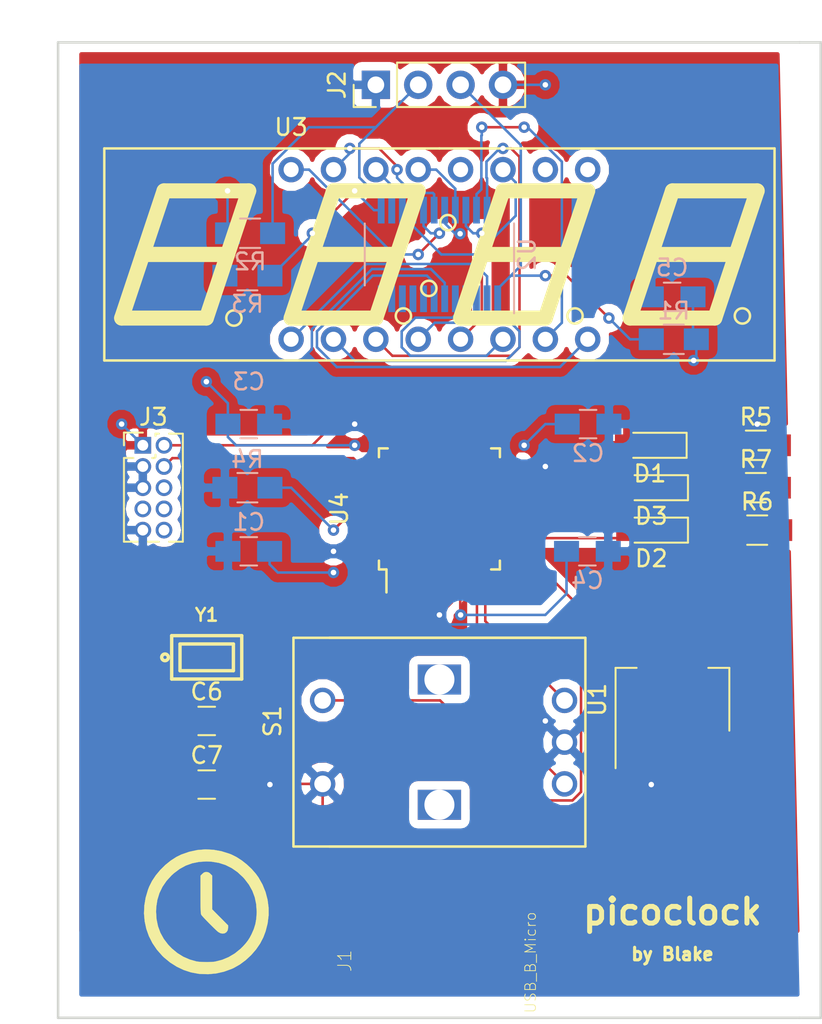
<source format=kicad_pcb>
(kicad_pcb (version 20171130) (host pcbnew 5.0.0-rc2-dev-unknown-4202bb6~64~ubuntu16.04.1)

  (general
    (thickness 1.6)
    (drawings 8)
    (tracks 278)
    (zones 0)
    (modules 27)
    (nets 79)
  )

  (page A4)
  (layers
    (0 F.Cu signal)
    (31 B.Cu signal)
    (32 B.Adhes user)
    (33 F.Adhes user)
    (34 B.Paste user)
    (35 F.Paste user)
    (36 B.SilkS user)
    (37 F.SilkS user)
    (38 B.Mask user)
    (39 F.Mask user)
    (40 Dwgs.User user)
    (41 Cmts.User user)
    (42 Eco1.User user)
    (43 Eco2.User user)
    (44 Edge.Cuts user)
    (45 Margin user)
    (46 B.CrtYd user)
    (47 F.CrtYd user)
    (48 B.Fab user)
    (49 F.Fab user)
  )

  (setup
    (last_trace_width 0.1524)
    (trace_clearance 0.1524)
    (zone_clearance 0.508)
    (zone_45_only no)
    (trace_min 0.1524)
    (segment_width 0.2)
    (edge_width 0.15)
    (via_size 0.6858)
    (via_drill 0.3302)
    (via_min_size 0.6858)
    (via_min_drill 0.3302)
    (uvia_size 0.6858)
    (uvia_drill 0.3302)
    (uvias_allowed no)
    (uvia_min_size 0.2)
    (uvia_min_drill 0.1)
    (pcb_text_width 0.3)
    (pcb_text_size 1.5 1.5)
    (mod_edge_width 0.15)
    (mod_text_size 1 1)
    (mod_text_width 0.15)
    (pad_size 1.524 1.524)
    (pad_drill 0.762)
    (pad_to_mask_clearance 0.2)
    (aux_axis_origin 0 0)
    (visible_elements FFFFFF7F)
    (pcbplotparams
      (layerselection 0x010fc_ffffffff)
      (usegerberextensions false)
      (usegerberattributes false)
      (usegerberadvancedattributes false)
      (creategerberjobfile false)
      (excludeedgelayer true)
      (linewidth 0.100000)
      (plotframeref false)
      (viasonmask false)
      (mode 1)
      (useauxorigin false)
      (hpglpennumber 1)
      (hpglpenspeed 20)
      (hpglpendiameter 15)
      (psnegative false)
      (psa4output false)
      (plotreference true)
      (plotvalue true)
      (plotinvisibletext false)
      (padsonsilk false)
      (subtractmaskfromsilk false)
      (outputformat 1)
      (mirror false)
      (drillshape 1)
      (scaleselection 1)
      (outputdirectory ""))
  )

  (net 0 "")
  (net 1 +3V3)
  (net 2 GND)
  (net 3 "Net-(C6-Pad1)")
  (net 4 "Net-(C7-Pad1)")
  (net 5 "Net-(D1-Pad1)")
  (net 6 "Net-(D2-Pad1)")
  (net 7 /STATUS_OK)
  (net 8 /STATUS_ERR)
  (net 9 "Net-(D3-Pad1)")
  (net 10 "Net-(J1-Pad4)")
  (net 11 "Net-(J1-Pad3)")
  (net 12 "Net-(J1-Pad2)")
  (net 13 "Net-(J1-Pad1)")
  (net 14 "Net-(J2-Pad3)")
  (net 15 "Net-(J2-Pad2)")
  (net 16 "Net-(R3-Pad2)")
  (net 17 "Net-(R4-Pad1)")
  (net 18 /ENC_CW)
  (net 19 /ENC_CCW)
  (net 20 /ENC_BTN)
  (net 21 "Net-(U2-Pad24)")
  (net 22 "Net-(U2-Pad23)")
  (net 23 "Net-(U2-Pad22)")
  (net 24 "Net-(U2-Pad21)")
  (net 25 "Net-(U2-Pad16)")
  (net 26 "Net-(U2-Pad15)")
  (net 27 "Net-(U2-Pad12)")
  (net 28 "Net-(U2-Pad11)")
  (net 29 "Net-(U2-Pad10)")
  (net 30 "Net-(U2-Pad9)")
  (net 31 "Net-(U2-Pad4)")
  (net 32 "Net-(U2-Pad3)")
  (net 33 "Net-(U2-Pad2)")
  (net 34 "Net-(U2-Pad5)")
  (net 35 "Net-(U2-Pad20)")
  (net 36 "Net-(U2-Pad7)")
  (net 37 "Net-(U2-Pad8)")
  (net 38 "Net-(U2-Pad18)")
  (net 39 "Net-(U2-Pad17)")
  (net 40 "Net-(U3-Pad9)")
  (net 41 "Net-(U3-Pad10)")
  (net 42 "Net-(U3-Pad12)")
  (net 43 "Net-(J3-Pad10)")
  (net 44 "Net-(J3-Pad8)")
  (net 45 "Net-(J3-Pad7)")
  (net 46 "Net-(J3-Pad6)")
  (net 47 /JTAG_TCK)
  (net 48 /JTAG_TMS)
  (net 49 /7SEG_SDA)
  (net 50 "Net-(U4-Pad45)")
  (net 51 "Net-(U4-Pad43)")
  (net 52 /7SEG_SCL)
  (net 53 "Net-(U4-Pad41)")
  (net 54 "Net-(U4-Pad40)")
  (net 55 "Net-(U4-Pad39)")
  (net 56 "Net-(U4-Pad38)")
  (net 57 "Net-(U4-Pad33)")
  (net 58 "Net-(U4-Pad32)")
  (net 59 "Net-(U4-Pad31)")
  (net 60 "Net-(U4-Pad30)")
  (net 61 "Net-(U4-Pad29)")
  (net 62 "Net-(U4-Pad28)")
  (net 63 "Net-(U4-Pad27)")
  (net 64 "Net-(U4-Pad26)")
  (net 65 "Net-(U4-Pad25)")
  (net 66 "Net-(U4-Pad22)")
  (net 67 "Net-(U4-Pad21)")
  (net 68 "Net-(U4-Pad20)")
  (net 69 "Net-(U4-Pad19)")
  (net 70 "Net-(U4-Pad18)")
  (net 71 "Net-(U4-Pad17)")
  (net 72 "Net-(U4-Pad14)")
  (net 73 "Net-(U4-Pad10)")
  (net 74 "Net-(U4-Pad7)")
  (net 75 "Net-(U4-Pad6)")
  (net 76 "Net-(U4-Pad5)")
  (net 77 "Net-(U4-Pad2)")
  (net 78 "Net-(U4-Pad1)")

  (net_class Default "This is the default net class."
    (clearance 0.1524)
    (trace_width 0.1524)
    (via_dia 0.6858)
    (via_drill 0.3302)
    (uvia_dia 0.6858)
    (uvia_drill 0.3302)
    (add_net +3V3)
    (add_net /7SEG_SCL)
    (add_net /7SEG_SDA)
    (add_net /ENC_BTN)
    (add_net /ENC_CCW)
    (add_net /ENC_CW)
    (add_net /JTAG_TCK)
    (add_net /JTAG_TMS)
    (add_net /STATUS_ERR)
    (add_net /STATUS_OK)
    (add_net GND)
    (add_net "Net-(C6-Pad1)")
    (add_net "Net-(C7-Pad1)")
    (add_net "Net-(D1-Pad1)")
    (add_net "Net-(D2-Pad1)")
    (add_net "Net-(D3-Pad1)")
    (add_net "Net-(J1-Pad1)")
    (add_net "Net-(J1-Pad2)")
    (add_net "Net-(J1-Pad3)")
    (add_net "Net-(J1-Pad4)")
    (add_net "Net-(J2-Pad2)")
    (add_net "Net-(J2-Pad3)")
    (add_net "Net-(J3-Pad10)")
    (add_net "Net-(J3-Pad6)")
    (add_net "Net-(J3-Pad7)")
    (add_net "Net-(J3-Pad8)")
    (add_net "Net-(R3-Pad2)")
    (add_net "Net-(R4-Pad1)")
    (add_net "Net-(U2-Pad10)")
    (add_net "Net-(U2-Pad11)")
    (add_net "Net-(U2-Pad12)")
    (add_net "Net-(U2-Pad15)")
    (add_net "Net-(U2-Pad16)")
    (add_net "Net-(U2-Pad17)")
    (add_net "Net-(U2-Pad18)")
    (add_net "Net-(U2-Pad2)")
    (add_net "Net-(U2-Pad20)")
    (add_net "Net-(U2-Pad21)")
    (add_net "Net-(U2-Pad22)")
    (add_net "Net-(U2-Pad23)")
    (add_net "Net-(U2-Pad24)")
    (add_net "Net-(U2-Pad3)")
    (add_net "Net-(U2-Pad4)")
    (add_net "Net-(U2-Pad5)")
    (add_net "Net-(U2-Pad7)")
    (add_net "Net-(U2-Pad8)")
    (add_net "Net-(U2-Pad9)")
    (add_net "Net-(U3-Pad10)")
    (add_net "Net-(U3-Pad12)")
    (add_net "Net-(U3-Pad9)")
    (add_net "Net-(U4-Pad1)")
    (add_net "Net-(U4-Pad10)")
    (add_net "Net-(U4-Pad14)")
    (add_net "Net-(U4-Pad17)")
    (add_net "Net-(U4-Pad18)")
    (add_net "Net-(U4-Pad19)")
    (add_net "Net-(U4-Pad2)")
    (add_net "Net-(U4-Pad20)")
    (add_net "Net-(U4-Pad21)")
    (add_net "Net-(U4-Pad22)")
    (add_net "Net-(U4-Pad25)")
    (add_net "Net-(U4-Pad26)")
    (add_net "Net-(U4-Pad27)")
    (add_net "Net-(U4-Pad28)")
    (add_net "Net-(U4-Pad29)")
    (add_net "Net-(U4-Pad30)")
    (add_net "Net-(U4-Pad31)")
    (add_net "Net-(U4-Pad32)")
    (add_net "Net-(U4-Pad33)")
    (add_net "Net-(U4-Pad38)")
    (add_net "Net-(U4-Pad39)")
    (add_net "Net-(U4-Pad40)")
    (add_net "Net-(U4-Pad41)")
    (add_net "Net-(U4-Pad43)")
    (add_net "Net-(U4-Pad45)")
    (add_net "Net-(U4-Pad5)")
    (add_net "Net-(U4-Pad6)")
    (add_net "Net-(U4-Pad7)")
  )

  (module LOGO (layer F.Cu) (tedit 0) (tstamp 5B061D56)
    (at 69.85 71.12)
    (fp_text reference G*** (at 0 0) (layer F.SilkS) hide
      (effects (font (size 1.524 1.524) (thickness 0.3)))
    )
    (fp_text value LOGO (at 0.75 0) (layer F.SilkS) hide
      (effects (font (size 1.524 1.524) (thickness 0.3)))
    )
    (fp_poly (pts (xy 0.097259 -2.371475) (xy 0.174398 -2.333021) (xy 0.2413 -2.2733) (xy 0.34925 -2.16535)
      (xy 0.34925 -0.145438) (xy 0.8255 0.334403) (xy 1.30175 0.814243) (xy 1.30175 0.965189)
      (xy 1.276041 1.109236) (xy 1.206019 1.217078) (xy 1.102339 1.284301) (xy 0.975658 1.30649)
      (xy 0.836631 1.27923) (xy 0.711201 1.209843) (xy 0.647238 1.155963) (xy 0.550749 1.066751)
      (xy 0.430809 0.951374) (xy 0.296498 0.819001) (xy 0.156893 0.6788) (xy 0.021072 0.539939)
      (xy -0.101887 0.411587) (xy -0.202906 0.302911) (xy -0.272908 0.22308) (xy -0.297231 0.191372)
      (xy -0.311079 0.164395) (xy -0.322269 0.125261) (xy -0.331077 0.067547) (xy -0.337776 -0.015171)
      (xy -0.342641 -0.129315) (xy -0.345947 -0.281309) (xy -0.347967 -0.477577) (xy -0.348977 -0.724542)
      (xy -0.34925 -1.02624) (xy -0.34925 -2.16535) (xy -0.241301 -2.2733) (xy -0.158405 -2.344121)
      (xy -0.079586 -2.375438) (xy -0.000001 -2.381251) (xy 0.097259 -2.371475)) (layer F.SilkS) (width 0.01))
    (fp_poly (pts (xy 0.419504 -3.714108) (xy 0.901715 -3.627473) (xy 1.381246 -3.477497) (xy 1.507442 -3.427241)
      (xy 1.814067 -3.274115) (xy 2.126253 -3.071523) (xy 2.430798 -2.83066) (xy 2.714499 -2.562725)
      (xy 2.964156 -2.278915) (xy 3.12666 -2.053881) (xy 3.365695 -1.629518) (xy 3.54594 -1.185124)
      (xy 3.667 -0.725607) (xy 3.728481 -0.255877) (xy 3.729989 0.219156) (xy 3.671131 0.694584)
      (xy 3.551512 1.165498) (xy 3.414267 1.530005) (xy 3.222285 1.900189) (xy 2.976369 2.257076)
      (xy 2.685966 2.591219) (xy 2.360524 2.893167) (xy 2.009492 3.153475) (xy 1.642318 3.362692)
      (xy 1.530005 3.414267) (xy 1.062639 3.584394) (xy 0.589446 3.691724) (xy 0.106816 3.73679)
      (xy -0.388862 3.720128) (xy -0.47625 3.711016) (xy -0.919583 3.628956) (xy -1.354594 3.487039)
      (xy -1.773948 3.288898) (xy -2.170307 3.038169) (xy -2.536336 2.738487) (xy -2.639502 2.639212)
      (xy -2.963186 2.272838) (xy -3.231732 1.877893) (xy -3.444318 1.458697) (xy -3.600125 1.01957)
      (xy -3.698331 0.564831) (xy -3.738115 0.098801) (xy -3.734051 0) (xy -3.01625 0)
      (xy -2.987448 0.444722) (xy -2.900866 0.863147) (xy -2.756239 1.255886) (xy -2.553305 1.623552)
      (xy -2.291798 1.966756) (xy -2.068212 2.198009) (xy -1.736396 2.473543) (xy -1.382962 2.692246)
      (xy -0.999755 2.858419) (xy -0.60325 2.970982) (xy -0.472605 2.990624) (xy -0.297678 3.004049)
      (xy -0.097403 3.011059) (xy 0.109287 3.011453) (xy 0.303461 3.005033) (xy 0.466183 2.991598)
      (xy 0.525981 2.982881) (xy 0.941443 2.877429) (xy 1.336681 2.713053) (xy 1.706729 2.492472)
      (xy 2.046621 2.2184) (xy 2.198009 2.068211) (xy 2.361199 1.886676) (xy 2.489894 1.720817)
      (xy 2.600162 1.547895) (xy 2.705976 1.349375) (xy 2.843113 1.038415) (xy 2.937441 0.73414)
      (xy 2.993418 0.416893) (xy 3.015497 0.067015) (xy 3.01625 -0.019631) (xy 2.987703 -0.457162)
      (xy 2.901525 -0.868732) (xy 2.756906 -1.256367) (xy 2.553035 -1.622096) (xy 2.289103 -1.967944)
      (xy 2.198009 -2.068212) (xy 1.871958 -2.371857) (xy 1.521885 -2.616741) (xy 1.147177 -2.803128)
      (xy 0.747222 -2.931281) (xy 0.321408 -3.001464) (xy 0 -3.01625) (xy -0.441493 -2.988827)
      (xy -0.85357 -2.905662) (xy -1.239568 -2.765417) (xy -1.602825 -2.566752) (xy -1.946678 -2.308328)
      (xy -2.091028 -2.176936) (xy -2.390607 -1.849347) (xy -2.631375 -1.497939) (xy -2.813656 -1.121955)
      (xy -2.937771 -0.720639) (xy -3.004041 -0.293233) (xy -3.01625 0) (xy -3.734051 0)
      (xy -3.718658 -0.3742) (xy -3.639138 -0.849852) (xy -3.498735 -1.323837) (xy -3.427241 -1.507443)
      (xy -3.255365 -1.849213) (xy -3.030199 -2.186149) (xy -2.761742 -2.508252) (xy -2.459994 -2.805523)
      (xy -2.134954 -3.067961) (xy -1.796621 -3.285569) (xy -1.507443 -3.427241) (xy -1.028861 -3.593968)
      (xy -0.547219 -3.697356) (xy -0.063952 -3.737402) (xy 0.419504 -3.714108)) (layer F.SilkS) (width 0.01))
  )

  (module Capacitors_SMD:C_0805_HandSoldering (layer B.Cu) (tedit 58AA84A8) (tstamp 5B039FDC)
    (at 72.39 49.53 180)
    (descr "Capacitor SMD 0805, hand soldering")
    (tags "capacitor 0805")
    (path /5AE70A0C)
    (attr smd)
    (fp_text reference C1 (at 0 1.75 180) (layer B.SilkS)
      (effects (font (size 1 1) (thickness 0.15)) (justify mirror))
    )
    (fp_text value 0.1uf (at 0 -1.75 180) (layer B.Fab)
      (effects (font (size 1 1) (thickness 0.15)) (justify mirror))
    )
    (fp_line (start 2.25 -0.87) (end -2.25 -0.87) (layer B.CrtYd) (width 0.05))
    (fp_line (start 2.25 -0.87) (end 2.25 0.88) (layer B.CrtYd) (width 0.05))
    (fp_line (start -2.25 0.88) (end -2.25 -0.87) (layer B.CrtYd) (width 0.05))
    (fp_line (start -2.25 0.88) (end 2.25 0.88) (layer B.CrtYd) (width 0.05))
    (fp_line (start -0.5 -0.85) (end 0.5 -0.85) (layer B.SilkS) (width 0.12))
    (fp_line (start 0.5 0.85) (end -0.5 0.85) (layer B.SilkS) (width 0.12))
    (fp_line (start -1 0.62) (end 1 0.62) (layer B.Fab) (width 0.1))
    (fp_line (start 1 0.62) (end 1 -0.62) (layer B.Fab) (width 0.1))
    (fp_line (start 1 -0.62) (end -1 -0.62) (layer B.Fab) (width 0.1))
    (fp_line (start -1 -0.62) (end -1 0.62) (layer B.Fab) (width 0.1))
    (fp_text user %R (at 0 1.75 180) (layer B.Fab)
      (effects (font (size 1 1) (thickness 0.15)) (justify mirror))
    )
    (pad 2 smd rect (at 1.25 0 180) (size 1.5 1.25) (layers B.Cu B.Paste B.Mask)
      (net 2 GND))
    (pad 1 smd rect (at -1.25 0 180) (size 1.5 1.25) (layers B.Cu B.Paste B.Mask)
      (net 1 +3V3))
    (model Capacitors_SMD.3dshapes/C_0805.wrl
      (at (xyz 0 0 0))
      (scale (xyz 1 1 1))
      (rotate (xyz 0 0 0))
    )
  )

  (module Capacitors_SMD:C_0805_HandSoldering (layer B.Cu) (tedit 58AA84A8) (tstamp 5B03B35C)
    (at 92.73 41.91)
    (descr "Capacitor SMD 0805, hand soldering")
    (tags "capacitor 0805")
    (path /5AE70A7F)
    (attr smd)
    (fp_text reference C2 (at 0 1.75) (layer B.SilkS)
      (effects (font (size 1 1) (thickness 0.15)) (justify mirror))
    )
    (fp_text value 0.1uf (at 0 -1.75) (layer B.Fab)
      (effects (font (size 1 1) (thickness 0.15)) (justify mirror))
    )
    (fp_text user %R (at 0 1.75) (layer B.Fab)
      (effects (font (size 1 1) (thickness 0.15)) (justify mirror))
    )
    (fp_line (start -1 -0.62) (end -1 0.62) (layer B.Fab) (width 0.1))
    (fp_line (start 1 -0.62) (end -1 -0.62) (layer B.Fab) (width 0.1))
    (fp_line (start 1 0.62) (end 1 -0.62) (layer B.Fab) (width 0.1))
    (fp_line (start -1 0.62) (end 1 0.62) (layer B.Fab) (width 0.1))
    (fp_line (start 0.5 0.85) (end -0.5 0.85) (layer B.SilkS) (width 0.12))
    (fp_line (start -0.5 -0.85) (end 0.5 -0.85) (layer B.SilkS) (width 0.12))
    (fp_line (start -2.25 0.88) (end 2.25 0.88) (layer B.CrtYd) (width 0.05))
    (fp_line (start -2.25 0.88) (end -2.25 -0.87) (layer B.CrtYd) (width 0.05))
    (fp_line (start 2.25 -0.87) (end 2.25 0.88) (layer B.CrtYd) (width 0.05))
    (fp_line (start 2.25 -0.87) (end -2.25 -0.87) (layer B.CrtYd) (width 0.05))
    (pad 1 smd rect (at -1.25 0) (size 1.5 1.25) (layers B.Cu B.Paste B.Mask)
      (net 1 +3V3))
    (pad 2 smd rect (at 1.25 0) (size 1.5 1.25) (layers B.Cu B.Paste B.Mask)
      (net 2 GND))
    (model Capacitors_SMD.3dshapes/C_0805.wrl
      (at (xyz 0 0 0))
      (scale (xyz 1 1 1))
      (rotate (xyz 0 0 0))
    )
  )

  (module Capacitors_SMD:C_0805_HandSoldering (layer B.Cu) (tedit 58AA84A8) (tstamp 5B039FFE)
    (at 72.39 41.91)
    (descr "Capacitor SMD 0805, hand soldering")
    (tags "capacitor 0805")
    (path /5AE70AD7)
    (attr smd)
    (fp_text reference C3 (at 0 -2.54) (layer B.SilkS)
      (effects (font (size 1 1) (thickness 0.15)) (justify mirror))
    )
    (fp_text value 0.1uf (at 0 -1.75) (layer B.Fab)
      (effects (font (size 1 1) (thickness 0.15)) (justify mirror))
    )
    (fp_line (start 2.25 -0.87) (end -2.25 -0.87) (layer B.CrtYd) (width 0.05))
    (fp_line (start 2.25 -0.87) (end 2.25 0.88) (layer B.CrtYd) (width 0.05))
    (fp_line (start -2.25 0.88) (end -2.25 -0.87) (layer B.CrtYd) (width 0.05))
    (fp_line (start -2.25 0.88) (end 2.25 0.88) (layer B.CrtYd) (width 0.05))
    (fp_line (start -0.5 -0.85) (end 0.5 -0.85) (layer B.SilkS) (width 0.12))
    (fp_line (start 0.5 0.85) (end -0.5 0.85) (layer B.SilkS) (width 0.12))
    (fp_line (start -1 0.62) (end 1 0.62) (layer B.Fab) (width 0.1))
    (fp_line (start 1 0.62) (end 1 -0.62) (layer B.Fab) (width 0.1))
    (fp_line (start 1 -0.62) (end -1 -0.62) (layer B.Fab) (width 0.1))
    (fp_line (start -1 -0.62) (end -1 0.62) (layer B.Fab) (width 0.1))
    (fp_text user %R (at 0 1.75) (layer B.Fab)
      (effects (font (size 1 1) (thickness 0.15)) (justify mirror))
    )
    (pad 2 smd rect (at 1.25 0) (size 1.5 1.25) (layers B.Cu B.Paste B.Mask)
      (net 2 GND))
    (pad 1 smd rect (at -1.25 0) (size 1.5 1.25) (layers B.Cu B.Paste B.Mask)
      (net 1 +3V3))
    (model Capacitors_SMD.3dshapes/C_0805.wrl
      (at (xyz 0 0 0))
      (scale (xyz 1 1 1))
      (rotate (xyz 0 0 0))
    )
  )

  (module Capacitors_SMD:C_0805_HandSoldering (layer B.Cu) (tedit 58AA84A8) (tstamp 5B03A00F)
    (at 92.69 49.53)
    (descr "Capacitor SMD 0805, hand soldering")
    (tags "capacitor 0805")
    (path /5AE70B32)
    (attr smd)
    (fp_text reference C4 (at 0 1.75) (layer B.SilkS)
      (effects (font (size 1 1) (thickness 0.15)) (justify mirror))
    )
    (fp_text value 0.1uf (at 0 -1.75) (layer B.Fab)
      (effects (font (size 1 1) (thickness 0.15)) (justify mirror))
    )
    (fp_line (start 2.25 -0.87) (end -2.25 -0.87) (layer B.CrtYd) (width 0.05))
    (fp_line (start 2.25 -0.87) (end 2.25 0.88) (layer B.CrtYd) (width 0.05))
    (fp_line (start -2.25 0.88) (end -2.25 -0.87) (layer B.CrtYd) (width 0.05))
    (fp_line (start -2.25 0.88) (end 2.25 0.88) (layer B.CrtYd) (width 0.05))
    (fp_line (start -0.5 -0.85) (end 0.5 -0.85) (layer B.SilkS) (width 0.12))
    (fp_line (start 0.5 0.85) (end -0.5 0.85) (layer B.SilkS) (width 0.12))
    (fp_line (start -1 0.62) (end 1 0.62) (layer B.Fab) (width 0.1))
    (fp_line (start 1 0.62) (end 1 -0.62) (layer B.Fab) (width 0.1))
    (fp_line (start 1 -0.62) (end -1 -0.62) (layer B.Fab) (width 0.1))
    (fp_line (start -1 -0.62) (end -1 0.62) (layer B.Fab) (width 0.1))
    (fp_text user %R (at 0 1.75) (layer B.Fab)
      (effects (font (size 1 1) (thickness 0.15)) (justify mirror))
    )
    (pad 2 smd rect (at 1.25 0) (size 1.5 1.25) (layers B.Cu B.Paste B.Mask)
      (net 2 GND))
    (pad 1 smd rect (at -1.25 0) (size 1.5 1.25) (layers B.Cu B.Paste B.Mask)
      (net 1 +3V3))
    (model Capacitors_SMD.3dshapes/C_0805.wrl
      (at (xyz 0 0 0))
      (scale (xyz 1 1 1))
      (rotate (xyz 0 0 0))
    )
  )

  (module Capacitors_SMD:C_0805_HandSoldering (layer B.Cu) (tedit 58AA84A8) (tstamp 5B03D7B4)
    (at 97.77 34.29 180)
    (descr "Capacitor SMD 0805, hand soldering")
    (tags "capacitor 0805")
    (path /59EC7FF1)
    (attr smd)
    (fp_text reference C5 (at 0 1.75 180) (layer B.SilkS)
      (effects (font (size 1 1) (thickness 0.15)) (justify mirror))
    )
    (fp_text value 0.1uF (at 0 -1.75 180) (layer B.Fab)
      (effects (font (size 1 1) (thickness 0.15)) (justify mirror))
    )
    (fp_line (start 2.25 -0.87) (end -2.25 -0.87) (layer B.CrtYd) (width 0.05))
    (fp_line (start 2.25 -0.87) (end 2.25 0.88) (layer B.CrtYd) (width 0.05))
    (fp_line (start -2.25 0.88) (end -2.25 -0.87) (layer B.CrtYd) (width 0.05))
    (fp_line (start -2.25 0.88) (end 2.25 0.88) (layer B.CrtYd) (width 0.05))
    (fp_line (start -0.5 -0.85) (end 0.5 -0.85) (layer B.SilkS) (width 0.12))
    (fp_line (start 0.5 0.85) (end -0.5 0.85) (layer B.SilkS) (width 0.12))
    (fp_line (start -1 0.62) (end 1 0.62) (layer B.Fab) (width 0.1))
    (fp_line (start 1 0.62) (end 1 -0.62) (layer B.Fab) (width 0.1))
    (fp_line (start 1 -0.62) (end -1 -0.62) (layer B.Fab) (width 0.1))
    (fp_line (start -1 -0.62) (end -1 0.62) (layer B.Fab) (width 0.1))
    (fp_text user %R (at 0 1.75 180) (layer B.Fab)
      (effects (font (size 1 1) (thickness 0.15)) (justify mirror))
    )
    (pad 2 smd rect (at 1.25 0 180) (size 1.5 1.25) (layers B.Cu B.Paste B.Mask)
      (net 2 GND))
    (pad 1 smd rect (at -1.25 0 180) (size 1.5 1.25) (layers B.Cu B.Paste B.Mask)
      (net 1 +3V3))
    (model Capacitors_SMD.3dshapes/C_0805.wrl
      (at (xyz 0 0 0))
      (scale (xyz 1 1 1))
      (rotate (xyz 0 0 0))
    )
  )

  (module Capacitors_SMD:C_0805_HandSoldering (layer F.Cu) (tedit 58AA84A8) (tstamp 5B03A031)
    (at 69.87 59.69)
    (descr "Capacitor SMD 0805, hand soldering")
    (tags "capacitor 0805")
    (path /5AEEB32D)
    (attr smd)
    (fp_text reference C6 (at 0 -1.75) (layer F.SilkS)
      (effects (font (size 1 1) (thickness 0.15)))
    )
    (fp_text value 10pf (at 0 1.75) (layer F.Fab)
      (effects (font (size 1 1) (thickness 0.15)))
    )
    (fp_line (start 2.25 0.87) (end -2.25 0.87) (layer F.CrtYd) (width 0.05))
    (fp_line (start 2.25 0.87) (end 2.25 -0.88) (layer F.CrtYd) (width 0.05))
    (fp_line (start -2.25 -0.88) (end -2.25 0.87) (layer F.CrtYd) (width 0.05))
    (fp_line (start -2.25 -0.88) (end 2.25 -0.88) (layer F.CrtYd) (width 0.05))
    (fp_line (start -0.5 0.85) (end 0.5 0.85) (layer F.SilkS) (width 0.12))
    (fp_line (start 0.5 -0.85) (end -0.5 -0.85) (layer F.SilkS) (width 0.12))
    (fp_line (start -1 -0.62) (end 1 -0.62) (layer F.Fab) (width 0.1))
    (fp_line (start 1 -0.62) (end 1 0.62) (layer F.Fab) (width 0.1))
    (fp_line (start 1 0.62) (end -1 0.62) (layer F.Fab) (width 0.1))
    (fp_line (start -1 0.62) (end -1 -0.62) (layer F.Fab) (width 0.1))
    (fp_text user %R (at 0 -1.75) (layer F.Fab)
      (effects (font (size 1 1) (thickness 0.15)))
    )
    (pad 2 smd rect (at 1.25 0) (size 1.5 1.25) (layers F.Cu F.Paste F.Mask)
      (net 2 GND))
    (pad 1 smd rect (at -1.25 0) (size 1.5 1.25) (layers F.Cu F.Paste F.Mask)
      (net 3 "Net-(C6-Pad1)"))
    (model Capacitors_SMD.3dshapes/C_0805.wrl
      (at (xyz 0 0 0))
      (scale (xyz 1 1 1))
      (rotate (xyz 0 0 0))
    )
  )

  (module Capacitors_SMD:C_0805_HandSoldering (layer F.Cu) (tedit 58AA84A8) (tstamp 5B03A042)
    (at 69.87 63.5)
    (descr "Capacitor SMD 0805, hand soldering")
    (tags "capacitor 0805")
    (path /5AEEB3DB)
    (attr smd)
    (fp_text reference C7 (at 0 -1.75) (layer F.SilkS)
      (effects (font (size 1 1) (thickness 0.15)))
    )
    (fp_text value 10pf (at 0 1.75) (layer F.Fab)
      (effects (font (size 1 1) (thickness 0.15)))
    )
    (fp_text user %R (at 0 -1.75) (layer F.Fab)
      (effects (font (size 1 1) (thickness 0.15)))
    )
    (fp_line (start -1 0.62) (end -1 -0.62) (layer F.Fab) (width 0.1))
    (fp_line (start 1 0.62) (end -1 0.62) (layer F.Fab) (width 0.1))
    (fp_line (start 1 -0.62) (end 1 0.62) (layer F.Fab) (width 0.1))
    (fp_line (start -1 -0.62) (end 1 -0.62) (layer F.Fab) (width 0.1))
    (fp_line (start 0.5 -0.85) (end -0.5 -0.85) (layer F.SilkS) (width 0.12))
    (fp_line (start -0.5 0.85) (end 0.5 0.85) (layer F.SilkS) (width 0.12))
    (fp_line (start -2.25 -0.88) (end 2.25 -0.88) (layer F.CrtYd) (width 0.05))
    (fp_line (start -2.25 -0.88) (end -2.25 0.87) (layer F.CrtYd) (width 0.05))
    (fp_line (start 2.25 0.87) (end 2.25 -0.88) (layer F.CrtYd) (width 0.05))
    (fp_line (start 2.25 0.87) (end -2.25 0.87) (layer F.CrtYd) (width 0.05))
    (pad 1 smd rect (at -1.25 0) (size 1.5 1.25) (layers F.Cu F.Paste F.Mask)
      (net 4 "Net-(C7-Pad1)"))
    (pad 2 smd rect (at 1.25 0) (size 1.5 1.25) (layers F.Cu F.Paste F.Mask)
      (net 2 GND))
    (model Capacitors_SMD.3dshapes/C_0805.wrl
      (at (xyz 0 0 0))
      (scale (xyz 1 1 1))
      (rotate (xyz 0 0 0))
    )
  )

  (module LEDs:LED_0805_HandSoldering (layer F.Cu) (tedit 595FCA25) (tstamp 5B03A057)
    (at 96.44 43.18 180)
    (descr "Resistor SMD 0805, hand soldering")
    (tags "resistor 0805")
    (path /5AF1C833)
    (attr smd)
    (fp_text reference D1 (at 0 -1.7 180) (layer F.SilkS)
      (effects (font (size 1 1) (thickness 0.15)))
    )
    (fp_text value "LED Blue" (at 0 1.75 180) (layer F.Fab)
      (effects (font (size 1 1) (thickness 0.15)))
    )
    (fp_line (start -2.2 -0.75) (end -2.2 0.75) (layer F.SilkS) (width 0.12))
    (fp_line (start 2.35 0.9) (end -2.35 0.9) (layer F.CrtYd) (width 0.05))
    (fp_line (start 2.35 0.9) (end 2.35 -0.9) (layer F.CrtYd) (width 0.05))
    (fp_line (start -2.35 -0.9) (end -2.35 0.9) (layer F.CrtYd) (width 0.05))
    (fp_line (start -2.35 -0.9) (end 2.35 -0.9) (layer F.CrtYd) (width 0.05))
    (fp_line (start -2.2 -0.75) (end 1 -0.75) (layer F.SilkS) (width 0.12))
    (fp_line (start 1 0.75) (end -2.2 0.75) (layer F.SilkS) (width 0.12))
    (fp_line (start -1 -0.62) (end 1 -0.62) (layer F.Fab) (width 0.1))
    (fp_line (start 1 -0.62) (end 1 0.62) (layer F.Fab) (width 0.1))
    (fp_line (start 1 0.62) (end -1 0.62) (layer F.Fab) (width 0.1))
    (fp_line (start -1 0.62) (end -1 -0.62) (layer F.Fab) (width 0.1))
    (fp_line (start 0.2 -0.4) (end 0.2 0.4) (layer F.Fab) (width 0.1))
    (fp_line (start 0.2 0.4) (end -0.4 0) (layer F.Fab) (width 0.1))
    (fp_line (start -0.4 0) (end 0.2 -0.4) (layer F.Fab) (width 0.1))
    (fp_line (start -0.4 -0.4) (end -0.4 0.4) (layer F.Fab) (width 0.1))
    (pad 2 smd rect (at 1.35 0 180) (size 1.5 1.3) (layers F.Cu F.Paste F.Mask)
      (net 1 +3V3))
    (pad 1 smd rect (at -1.35 0 180) (size 1.5 1.3) (layers F.Cu F.Paste F.Mask)
      (net 5 "Net-(D1-Pad1)"))
    (model ${KISYS3DMOD}/LEDs.3dshapes/LED_0805.wrl
      (at (xyz 0 0 0))
      (scale (xyz 1 1 1))
      (rotate (xyz 0 0 0))
    )
  )

  (module LEDs:LED_0805_HandSoldering (layer F.Cu) (tedit 595FCA25) (tstamp 5B03A06C)
    (at 96.52 48.26 180)
    (descr "Resistor SMD 0805, hand soldering")
    (tags "resistor 0805")
    (path /5AF1CA2D)
    (attr smd)
    (fp_text reference D2 (at 0 -1.7 180) (layer F.SilkS)
      (effects (font (size 1 1) (thickness 0.15)))
    )
    (fp_text value "LED Green" (at 0 1.75 180) (layer F.Fab)
      (effects (font (size 1 1) (thickness 0.15)))
    )
    (fp_line (start -0.4 -0.4) (end -0.4 0.4) (layer F.Fab) (width 0.1))
    (fp_line (start -0.4 0) (end 0.2 -0.4) (layer F.Fab) (width 0.1))
    (fp_line (start 0.2 0.4) (end -0.4 0) (layer F.Fab) (width 0.1))
    (fp_line (start 0.2 -0.4) (end 0.2 0.4) (layer F.Fab) (width 0.1))
    (fp_line (start -1 0.62) (end -1 -0.62) (layer F.Fab) (width 0.1))
    (fp_line (start 1 0.62) (end -1 0.62) (layer F.Fab) (width 0.1))
    (fp_line (start 1 -0.62) (end 1 0.62) (layer F.Fab) (width 0.1))
    (fp_line (start -1 -0.62) (end 1 -0.62) (layer F.Fab) (width 0.1))
    (fp_line (start 1 0.75) (end -2.2 0.75) (layer F.SilkS) (width 0.12))
    (fp_line (start -2.2 -0.75) (end 1 -0.75) (layer F.SilkS) (width 0.12))
    (fp_line (start -2.35 -0.9) (end 2.35 -0.9) (layer F.CrtYd) (width 0.05))
    (fp_line (start -2.35 -0.9) (end -2.35 0.9) (layer F.CrtYd) (width 0.05))
    (fp_line (start 2.35 0.9) (end 2.35 -0.9) (layer F.CrtYd) (width 0.05))
    (fp_line (start 2.35 0.9) (end -2.35 0.9) (layer F.CrtYd) (width 0.05))
    (fp_line (start -2.2 -0.75) (end -2.2 0.75) (layer F.SilkS) (width 0.12))
    (pad 1 smd rect (at -1.35 0 180) (size 1.5 1.3) (layers F.Cu F.Paste F.Mask)
      (net 6 "Net-(D2-Pad1)"))
    (pad 2 smd rect (at 1.35 0 180) (size 1.5 1.3) (layers F.Cu F.Paste F.Mask)
      (net 7 /STATUS_OK))
    (model ${KISYS3DMOD}/LEDs.3dshapes/LED_0805.wrl
      (at (xyz 0 0 0))
      (scale (xyz 1 1 1))
      (rotate (xyz 0 0 0))
    )
  )

  (module LEDs:LED_0805_HandSoldering (layer F.Cu) (tedit 595FCA25) (tstamp 5B04D535)
    (at 96.52 45.72 180)
    (descr "Resistor SMD 0805, hand soldering")
    (tags "resistor 0805")
    (path /5AF1CB9B)
    (attr smd)
    (fp_text reference D3 (at 0 -1.7 180) (layer F.SilkS)
      (effects (font (size 1 1) (thickness 0.15)))
    )
    (fp_text value "LED Red" (at 0 1.75 180) (layer F.Fab)
      (effects (font (size 1 1) (thickness 0.15)))
    )
    (fp_line (start -2.2 -0.75) (end -2.2 0.75) (layer F.SilkS) (width 0.12))
    (fp_line (start 2.35 0.9) (end -2.35 0.9) (layer F.CrtYd) (width 0.05))
    (fp_line (start 2.35 0.9) (end 2.35 -0.9) (layer F.CrtYd) (width 0.05))
    (fp_line (start -2.35 -0.9) (end -2.35 0.9) (layer F.CrtYd) (width 0.05))
    (fp_line (start -2.35 -0.9) (end 2.35 -0.9) (layer F.CrtYd) (width 0.05))
    (fp_line (start -2.2 -0.75) (end 1 -0.75) (layer F.SilkS) (width 0.12))
    (fp_line (start 1 0.75) (end -2.2 0.75) (layer F.SilkS) (width 0.12))
    (fp_line (start -1 -0.62) (end 1 -0.62) (layer F.Fab) (width 0.1))
    (fp_line (start 1 -0.62) (end 1 0.62) (layer F.Fab) (width 0.1))
    (fp_line (start 1 0.62) (end -1 0.62) (layer F.Fab) (width 0.1))
    (fp_line (start -1 0.62) (end -1 -0.62) (layer F.Fab) (width 0.1))
    (fp_line (start 0.2 -0.4) (end 0.2 0.4) (layer F.Fab) (width 0.1))
    (fp_line (start 0.2 0.4) (end -0.4 0) (layer F.Fab) (width 0.1))
    (fp_line (start -0.4 0) (end 0.2 -0.4) (layer F.Fab) (width 0.1))
    (fp_line (start -0.4 -0.4) (end -0.4 0.4) (layer F.Fab) (width 0.1))
    (pad 2 smd rect (at 1.35 0 180) (size 1.5 1.3) (layers F.Cu F.Paste F.Mask)
      (net 8 /STATUS_ERR))
    (pad 1 smd rect (at -1.35 0 180) (size 1.5 1.3) (layers F.Cu F.Paste F.Mask)
      (net 9 "Net-(D3-Pad1)"))
    (model ${KISYS3DMOD}/LEDs.3dshapes/LED_0805.wrl
      (at (xyz 0 0 0))
      (scale (xyz 1 1 1))
      (rotate (xyz 0 0 0))
    )
  )

  (module Pin_Headers:Pin_Header_Straight_1x04_Pitch2.54mm (layer F.Cu) (tedit 59650532) (tstamp 5B03A0B1)
    (at 80.01 21.59 90)
    (descr "Through hole straight pin header, 1x04, 2.54mm pitch, single row")
    (tags "Through hole pin header THT 1x04 2.54mm single row")
    (path /59EEB3FD)
    (fp_text reference J2 (at 0 -2.33 90) (layer F.SilkS)
      (effects (font (size 1 1) (thickness 0.15)))
    )
    (fp_text value 7SEG_DEBUG (at 0 9.95 90) (layer F.Fab)
      (effects (font (size 1 1) (thickness 0.15)))
    )
    (fp_text user %R (at 0 3.81 180) (layer F.Fab)
      (effects (font (size 1 1) (thickness 0.15)))
    )
    (fp_line (start 1.8 -1.8) (end -1.8 -1.8) (layer F.CrtYd) (width 0.05))
    (fp_line (start 1.8 9.4) (end 1.8 -1.8) (layer F.CrtYd) (width 0.05))
    (fp_line (start -1.8 9.4) (end 1.8 9.4) (layer F.CrtYd) (width 0.05))
    (fp_line (start -1.8 -1.8) (end -1.8 9.4) (layer F.CrtYd) (width 0.05))
    (fp_line (start -1.33 -1.33) (end 0 -1.33) (layer F.SilkS) (width 0.12))
    (fp_line (start -1.33 0) (end -1.33 -1.33) (layer F.SilkS) (width 0.12))
    (fp_line (start -1.33 1.27) (end 1.33 1.27) (layer F.SilkS) (width 0.12))
    (fp_line (start 1.33 1.27) (end 1.33 8.95) (layer F.SilkS) (width 0.12))
    (fp_line (start -1.33 1.27) (end -1.33 8.95) (layer F.SilkS) (width 0.12))
    (fp_line (start -1.33 8.95) (end 1.33 8.95) (layer F.SilkS) (width 0.12))
    (fp_line (start -1.27 -0.635) (end -0.635 -1.27) (layer F.Fab) (width 0.1))
    (fp_line (start -1.27 8.89) (end -1.27 -0.635) (layer F.Fab) (width 0.1))
    (fp_line (start 1.27 8.89) (end -1.27 8.89) (layer F.Fab) (width 0.1))
    (fp_line (start 1.27 -1.27) (end 1.27 8.89) (layer F.Fab) (width 0.1))
    (fp_line (start -0.635 -1.27) (end 1.27 -1.27) (layer F.Fab) (width 0.1))
    (pad 4 thru_hole oval (at 0 7.62 90) (size 1.7 1.7) (drill 1) (layers *.Cu *.Mask)
      (net 1 +3V3))
    (pad 3 thru_hole oval (at 0 5.08 90) (size 1.7 1.7) (drill 1) (layers *.Cu *.Mask)
      (net 14 "Net-(J2-Pad3)"))
    (pad 2 thru_hole oval (at 0 2.54 90) (size 1.7 1.7) (drill 1) (layers *.Cu *.Mask)
      (net 15 "Net-(J2-Pad2)"))
    (pad 1 thru_hole rect (at 0 0 90) (size 1.7 1.7) (drill 1) (layers *.Cu *.Mask)
      (net 2 GND))
    (model ${KISYS3DMOD}/Pin_Headers.3dshapes/Pin_Header_Straight_1x04_Pitch2.54mm.wrl
      (at (xyz 0 0 0))
      (scale (xyz 1 1 1))
      (rotate (xyz 0 0 0))
    )
  )

  (module Pin_Headers:Pin_Header_Straight_2x05_Pitch1.27mm (layer F.Cu) (tedit 59650536) (tstamp 5B03D352)
    (at 66.04 43.18)
    (descr "Through hole straight pin header, 2x05, 1.27mm pitch, double rows")
    (tags "Through hole pin header THT 2x05 1.27mm double row")
    (path /5AF22D7B)
    (fp_text reference J3 (at 0.635 -1.695) (layer F.SilkS)
      (effects (font (size 1 1) (thickness 0.15)))
    )
    (fp_text value Conn_ARM_JTAG_SWD_10 (at 0.635 6.775) (layer F.Fab)
      (effects (font (size 1 1) (thickness 0.15)))
    )
    (fp_text user %R (at 0.635 2.54 90) (layer F.Fab)
      (effects (font (size 1 1) (thickness 0.15)))
    )
    (fp_line (start 2.85 -1.15) (end -1.6 -1.15) (layer F.CrtYd) (width 0.05))
    (fp_line (start 2.85 6.25) (end 2.85 -1.15) (layer F.CrtYd) (width 0.05))
    (fp_line (start -1.6 6.25) (end 2.85 6.25) (layer F.CrtYd) (width 0.05))
    (fp_line (start -1.6 -1.15) (end -1.6 6.25) (layer F.CrtYd) (width 0.05))
    (fp_line (start -1.13 -0.76) (end 0 -0.76) (layer F.SilkS) (width 0.12))
    (fp_line (start -1.13 0) (end -1.13 -0.76) (layer F.SilkS) (width 0.12))
    (fp_line (start 1.57753 -0.695) (end 2.4 -0.695) (layer F.SilkS) (width 0.12))
    (fp_line (start 0.76 -0.695) (end 0.96247 -0.695) (layer F.SilkS) (width 0.12))
    (fp_line (start 0.76 -0.563471) (end 0.76 -0.695) (layer F.SilkS) (width 0.12))
    (fp_line (start 0.76 0.706529) (end 0.76 0.563471) (layer F.SilkS) (width 0.12))
    (fp_line (start 0.563471 0.76) (end 0.706529 0.76) (layer F.SilkS) (width 0.12))
    (fp_line (start -1.13 0.76) (end -0.563471 0.76) (layer F.SilkS) (width 0.12))
    (fp_line (start 2.4 -0.695) (end 2.4 5.775) (layer F.SilkS) (width 0.12))
    (fp_line (start -1.13 0.76) (end -1.13 5.775) (layer F.SilkS) (width 0.12))
    (fp_line (start 0.30753 5.775) (end 0.96247 5.775) (layer F.SilkS) (width 0.12))
    (fp_line (start 1.57753 5.775) (end 2.4 5.775) (layer F.SilkS) (width 0.12))
    (fp_line (start -1.13 5.775) (end -0.30753 5.775) (layer F.SilkS) (width 0.12))
    (fp_line (start -1.07 0.2175) (end -0.2175 -0.635) (layer F.Fab) (width 0.1))
    (fp_line (start -1.07 5.715) (end -1.07 0.2175) (layer F.Fab) (width 0.1))
    (fp_line (start 2.34 5.715) (end -1.07 5.715) (layer F.Fab) (width 0.1))
    (fp_line (start 2.34 -0.635) (end 2.34 5.715) (layer F.Fab) (width 0.1))
    (fp_line (start -0.2175 -0.635) (end 2.34 -0.635) (layer F.Fab) (width 0.1))
    (pad 10 thru_hole oval (at 1.27 5.08) (size 1 1) (drill 0.65) (layers *.Cu *.Mask)
      (net 43 "Net-(J3-Pad10)"))
    (pad 9 thru_hole oval (at 0 5.08) (size 1 1) (drill 0.65) (layers *.Cu *.Mask)
      (net 2 GND))
    (pad 8 thru_hole oval (at 1.27 3.81) (size 1 1) (drill 0.65) (layers *.Cu *.Mask)
      (net 44 "Net-(J3-Pad8)"))
    (pad 7 thru_hole oval (at 0 3.81) (size 1 1) (drill 0.65) (layers *.Cu *.Mask)
      (net 45 "Net-(J3-Pad7)"))
    (pad 6 thru_hole oval (at 1.27 2.54) (size 1 1) (drill 0.65) (layers *.Cu *.Mask)
      (net 46 "Net-(J3-Pad6)"))
    (pad 5 thru_hole oval (at 0 2.54) (size 1 1) (drill 0.65) (layers *.Cu *.Mask)
      (net 2 GND))
    (pad 4 thru_hole oval (at 1.27 1.27) (size 1 1) (drill 0.65) (layers *.Cu *.Mask)
      (net 47 /JTAG_TCK))
    (pad 3 thru_hole oval (at 0 1.27) (size 1 1) (drill 0.65) (layers *.Cu *.Mask)
      (net 2 GND))
    (pad 2 thru_hole oval (at 1.27 0) (size 1 1) (drill 0.65) (layers *.Cu *.Mask)
      (net 48 /JTAG_TMS))
    (pad 1 thru_hole rect (at 0 0) (size 1 1) (drill 0.65) (layers *.Cu *.Mask)
      (net 1 +3V3))
    (model ${KISYS3DMOD}/Pin_Headers.3dshapes/Pin_Header_Straight_2x05_Pitch1.27mm.wrl
      (at (xyz 0 0 0))
      (scale (xyz 1 1 1))
      (rotate (xyz 0 0 0))
    )
  )

  (module Resistors_SMD:R_0805_HandSoldering (layer B.Cu) (tedit 58E0A804) (tstamp 5B03C748)
    (at 97.87 36.83 180)
    (descr "Resistor SMD 0805, hand soldering")
    (tags "resistor 0805")
    (path /5A14998C)
    (attr smd)
    (fp_text reference R1 (at 0 1.7 180) (layer B.SilkS)
      (effects (font (size 1 1) (thickness 0.15)) (justify mirror))
    )
    (fp_text value 10K (at 0 -1.75 180) (layer B.Fab)
      (effects (font (size 1 1) (thickness 0.15)) (justify mirror))
    )
    (fp_line (start 2.35 -0.9) (end -2.35 -0.9) (layer B.CrtYd) (width 0.05))
    (fp_line (start 2.35 -0.9) (end 2.35 0.9) (layer B.CrtYd) (width 0.05))
    (fp_line (start -2.35 0.9) (end -2.35 -0.9) (layer B.CrtYd) (width 0.05))
    (fp_line (start -2.35 0.9) (end 2.35 0.9) (layer B.CrtYd) (width 0.05))
    (fp_line (start -0.6 0.88) (end 0.6 0.88) (layer B.SilkS) (width 0.12))
    (fp_line (start 0.6 -0.88) (end -0.6 -0.88) (layer B.SilkS) (width 0.12))
    (fp_line (start -1 0.62) (end 1 0.62) (layer B.Fab) (width 0.1))
    (fp_line (start 1 0.62) (end 1 -0.62) (layer B.Fab) (width 0.1))
    (fp_line (start 1 -0.62) (end -1 -0.62) (layer B.Fab) (width 0.1))
    (fp_line (start -1 -0.62) (end -1 0.62) (layer B.Fab) (width 0.1))
    (fp_text user %R (at 0 0 180) (layer B.Fab)
      (effects (font (size 0.5 0.5) (thickness 0.075)) (justify mirror))
    )
    (pad 2 smd rect (at 1.35 0 180) (size 1.5 1.3) (layers B.Cu B.Paste B.Mask)
      (net 14 "Net-(J2-Pad3)"))
    (pad 1 smd rect (at -1.35 0 180) (size 1.5 1.3) (layers B.Cu B.Paste B.Mask)
      (net 1 +3V3))
    (model ${KISYS3DMOD}/Resistors_SMD.3dshapes/R_0805.wrl
      (at (xyz 0 0 0))
      (scale (xyz 1 1 1))
      (rotate (xyz 0 0 0))
    )
  )

  (module Resistors_SMD:R_0805_HandSoldering (layer B.Cu) (tedit 58E0A804) (tstamp 5B03C9FB)
    (at 72.47 30.48)
    (descr "Resistor SMD 0805, hand soldering")
    (tags "resistor 0805")
    (path /5A149A1D)
    (attr smd)
    (fp_text reference R2 (at 0 1.7) (layer B.SilkS)
      (effects (font (size 1 1) (thickness 0.15)) (justify mirror))
    )
    (fp_text value 10K (at 0 -1.75) (layer B.Fab)
      (effects (font (size 1 1) (thickness 0.15)) (justify mirror))
    )
    (fp_text user %R (at 0 0) (layer B.Fab)
      (effects (font (size 0.5 0.5) (thickness 0.075)) (justify mirror))
    )
    (fp_line (start -1 -0.62) (end -1 0.62) (layer B.Fab) (width 0.1))
    (fp_line (start 1 -0.62) (end -1 -0.62) (layer B.Fab) (width 0.1))
    (fp_line (start 1 0.62) (end 1 -0.62) (layer B.Fab) (width 0.1))
    (fp_line (start -1 0.62) (end 1 0.62) (layer B.Fab) (width 0.1))
    (fp_line (start 0.6 -0.88) (end -0.6 -0.88) (layer B.SilkS) (width 0.12))
    (fp_line (start -0.6 0.88) (end 0.6 0.88) (layer B.SilkS) (width 0.12))
    (fp_line (start -2.35 0.9) (end 2.35 0.9) (layer B.CrtYd) (width 0.05))
    (fp_line (start -2.35 0.9) (end -2.35 -0.9) (layer B.CrtYd) (width 0.05))
    (fp_line (start 2.35 -0.9) (end 2.35 0.9) (layer B.CrtYd) (width 0.05))
    (fp_line (start 2.35 -0.9) (end -2.35 -0.9) (layer B.CrtYd) (width 0.05))
    (pad 1 smd rect (at -1.35 0) (size 1.5 1.3) (layers B.Cu B.Paste B.Mask)
      (net 1 +3V3))
    (pad 2 smd rect (at 1.35 0) (size 1.5 1.3) (layers B.Cu B.Paste B.Mask)
      (net 15 "Net-(J2-Pad2)"))
    (model ${KISYS3DMOD}/Resistors_SMD.3dshapes/R_0805.wrl
      (at (xyz 0 0 0))
      (scale (xyz 1 1 1))
      (rotate (xyz 0 0 0))
    )
  )

  (module Resistors_SMD:R_0805_HandSoldering (layer B.Cu) (tedit 58E0A804) (tstamp 5B03A11A)
    (at 72.31 45.72 180)
    (descr "Resistor SMD 0805, hand soldering")
    (tags "resistor 0805")
    (path /5AF84A31)
    (attr smd)
    (fp_text reference R4 (at 0 1.7 180) (layer B.SilkS)
      (effects (font (size 1 1) (thickness 0.15)) (justify mirror))
    )
    (fp_text value 10k (at 0 -1.75 180) (layer B.Fab)
      (effects (font (size 1 1) (thickness 0.15)) (justify mirror))
    )
    (fp_text user %R (at 0 0 180) (layer B.Fab)
      (effects (font (size 0.5 0.5) (thickness 0.075)) (justify mirror))
    )
    (fp_line (start -1 -0.62) (end -1 0.62) (layer B.Fab) (width 0.1))
    (fp_line (start 1 -0.62) (end -1 -0.62) (layer B.Fab) (width 0.1))
    (fp_line (start 1 0.62) (end 1 -0.62) (layer B.Fab) (width 0.1))
    (fp_line (start -1 0.62) (end 1 0.62) (layer B.Fab) (width 0.1))
    (fp_line (start 0.6 -0.88) (end -0.6 -0.88) (layer B.SilkS) (width 0.12))
    (fp_line (start -0.6 0.88) (end 0.6 0.88) (layer B.SilkS) (width 0.12))
    (fp_line (start -2.35 0.9) (end 2.35 0.9) (layer B.CrtYd) (width 0.05))
    (fp_line (start -2.35 0.9) (end -2.35 -0.9) (layer B.CrtYd) (width 0.05))
    (fp_line (start 2.35 -0.9) (end 2.35 0.9) (layer B.CrtYd) (width 0.05))
    (fp_line (start 2.35 -0.9) (end -2.35 -0.9) (layer B.CrtYd) (width 0.05))
    (pad 1 smd rect (at -1.35 0 180) (size 1.5 1.3) (layers B.Cu B.Paste B.Mask)
      (net 17 "Net-(R4-Pad1)"))
    (pad 2 smd rect (at 1.35 0 180) (size 1.5 1.3) (layers B.Cu B.Paste B.Mask)
      (net 2 GND))
    (model ${KISYS3DMOD}/Resistors_SMD.3dshapes/R_0805.wrl
      (at (xyz 0 0 0))
      (scale (xyz 1 1 1))
      (rotate (xyz 0 0 0))
    )
  )

  (module Resistors_SMD:R_0805_HandSoldering (layer F.Cu) (tedit 58E0A804) (tstamp 5B03A12B)
    (at 102.79 43.18)
    (descr "Resistor SMD 0805, hand soldering")
    (tags "resistor 0805")
    (path /5AE32CA2)
    (attr smd)
    (fp_text reference R5 (at 0 -1.7) (layer F.SilkS)
      (effects (font (size 1 1) (thickness 0.15)))
    )
    (fp_text value 300 (at 0 1.75) (layer F.Fab)
      (effects (font (size 1 1) (thickness 0.15)))
    )
    (fp_line (start 2.35 0.9) (end -2.35 0.9) (layer F.CrtYd) (width 0.05))
    (fp_line (start 2.35 0.9) (end 2.35 -0.9) (layer F.CrtYd) (width 0.05))
    (fp_line (start -2.35 -0.9) (end -2.35 0.9) (layer F.CrtYd) (width 0.05))
    (fp_line (start -2.35 -0.9) (end 2.35 -0.9) (layer F.CrtYd) (width 0.05))
    (fp_line (start -0.6 -0.88) (end 0.6 -0.88) (layer F.SilkS) (width 0.12))
    (fp_line (start 0.6 0.88) (end -0.6 0.88) (layer F.SilkS) (width 0.12))
    (fp_line (start -1 -0.62) (end 1 -0.62) (layer F.Fab) (width 0.1))
    (fp_line (start 1 -0.62) (end 1 0.62) (layer F.Fab) (width 0.1))
    (fp_line (start 1 0.62) (end -1 0.62) (layer F.Fab) (width 0.1))
    (fp_line (start -1 0.62) (end -1 -0.62) (layer F.Fab) (width 0.1))
    (fp_text user %R (at 0 0) (layer F.Fab)
      (effects (font (size 0.5 0.5) (thickness 0.075)))
    )
    (pad 2 smd rect (at 1.35 0) (size 1.5 1.3) (layers F.Cu F.Paste F.Mask)
      (net 2 GND))
    (pad 1 smd rect (at -1.35 0) (size 1.5 1.3) (layers F.Cu F.Paste F.Mask)
      (net 5 "Net-(D1-Pad1)"))
    (model ${KISYS3DMOD}/Resistors_SMD.3dshapes/R_0805.wrl
      (at (xyz 0 0 0))
      (scale (xyz 1 1 1))
      (rotate (xyz 0 0 0))
    )
  )

  (module Resistors_SMD:R_0805_HandSoldering (layer F.Cu) (tedit 58E0A804) (tstamp 5B03A13C)
    (at 102.87 48.26)
    (descr "Resistor SMD 0805, hand soldering")
    (tags "resistor 0805")
    (path /5AE3A50A)
    (attr smd)
    (fp_text reference R6 (at 0 -1.7) (layer F.SilkS)
      (effects (font (size 1 1) (thickness 0.15)))
    )
    (fp_text value 300 (at 0 1.75) (layer F.Fab)
      (effects (font (size 1 1) (thickness 0.15)))
    )
    (fp_text user %R (at 0 0) (layer F.Fab)
      (effects (font (size 0.5 0.5) (thickness 0.075)))
    )
    (fp_line (start -1 0.62) (end -1 -0.62) (layer F.Fab) (width 0.1))
    (fp_line (start 1 0.62) (end -1 0.62) (layer F.Fab) (width 0.1))
    (fp_line (start 1 -0.62) (end 1 0.62) (layer F.Fab) (width 0.1))
    (fp_line (start -1 -0.62) (end 1 -0.62) (layer F.Fab) (width 0.1))
    (fp_line (start 0.6 0.88) (end -0.6 0.88) (layer F.SilkS) (width 0.12))
    (fp_line (start -0.6 -0.88) (end 0.6 -0.88) (layer F.SilkS) (width 0.12))
    (fp_line (start -2.35 -0.9) (end 2.35 -0.9) (layer F.CrtYd) (width 0.05))
    (fp_line (start -2.35 -0.9) (end -2.35 0.9) (layer F.CrtYd) (width 0.05))
    (fp_line (start 2.35 0.9) (end 2.35 -0.9) (layer F.CrtYd) (width 0.05))
    (fp_line (start 2.35 0.9) (end -2.35 0.9) (layer F.CrtYd) (width 0.05))
    (pad 1 smd rect (at -1.35 0) (size 1.5 1.3) (layers F.Cu F.Paste F.Mask)
      (net 6 "Net-(D2-Pad1)"))
    (pad 2 smd rect (at 1.35 0) (size 1.5 1.3) (layers F.Cu F.Paste F.Mask)
      (net 2 GND))
    (model ${KISYS3DMOD}/Resistors_SMD.3dshapes/R_0805.wrl
      (at (xyz 0 0 0))
      (scale (xyz 1 1 1))
      (rotate (xyz 0 0 0))
    )
  )

  (module Resistors_SMD:R_0805_HandSoldering (layer F.Cu) (tedit 58E0A804) (tstamp 5B04D501)
    (at 102.79 45.72)
    (descr "Resistor SMD 0805, hand soldering")
    (tags "resistor 0805")
    (path /5AE421D5)
    (attr smd)
    (fp_text reference R7 (at 0 -1.7) (layer F.SilkS)
      (effects (font (size 1 1) (thickness 0.15)))
    )
    (fp_text value 300 (at 0 1.75) (layer F.Fab)
      (effects (font (size 1 1) (thickness 0.15)))
    )
    (fp_line (start 2.35 0.9) (end -2.35 0.9) (layer F.CrtYd) (width 0.05))
    (fp_line (start 2.35 0.9) (end 2.35 -0.9) (layer F.CrtYd) (width 0.05))
    (fp_line (start -2.35 -0.9) (end -2.35 0.9) (layer F.CrtYd) (width 0.05))
    (fp_line (start -2.35 -0.9) (end 2.35 -0.9) (layer F.CrtYd) (width 0.05))
    (fp_line (start -0.6 -0.88) (end 0.6 -0.88) (layer F.SilkS) (width 0.12))
    (fp_line (start 0.6 0.88) (end -0.6 0.88) (layer F.SilkS) (width 0.12))
    (fp_line (start -1 -0.62) (end 1 -0.62) (layer F.Fab) (width 0.1))
    (fp_line (start 1 -0.62) (end 1 0.62) (layer F.Fab) (width 0.1))
    (fp_line (start 1 0.62) (end -1 0.62) (layer F.Fab) (width 0.1))
    (fp_line (start -1 0.62) (end -1 -0.62) (layer F.Fab) (width 0.1))
    (fp_text user %R (at 0 0) (layer F.Fab)
      (effects (font (size 0.5 0.5) (thickness 0.075)))
    )
    (pad 2 smd rect (at 1.35 0) (size 1.5 1.3) (layers F.Cu F.Paste F.Mask)
      (net 2 GND))
    (pad 1 smd rect (at -1.35 0) (size 1.5 1.3) (layers F.Cu F.Paste F.Mask)
      (net 9 "Net-(D3-Pad1)"))
    (model ${KISYS3DMOD}/Resistors_SMD.3dshapes/R_0805.wrl
      (at (xyz 0 0 0))
      (scale (xyz 1 1 1))
      (rotate (xyz 0 0 0))
    )
  )

  (module nome:PEC11 (layer F.Cu) (tedit 59ECFADC) (tstamp 5B03B542)
    (at 83.82 60.96 90)
    (path /5AEBB3A0)
    (fp_text reference S1 (at 1.25 -10 90) (layer F.SilkS)
      (effects (font (size 1 1) (thickness 0.15)))
    )
    (fp_text value PEC11R (at -3.75 -10 90) (layer F.Fab)
      (effects (font (size 1 1) (thickness 0.15)))
    )
    (fp_line (start -6.25 -8.75) (end -6.25 8.75) (layer F.SilkS) (width 0.15))
    (fp_line (start -6.25 8.75) (end 6.25 8.75) (layer F.SilkS) (width 0.15))
    (fp_line (start 6.25 8.75) (end 6.25 -8.75) (layer F.SilkS) (width 0.15))
    (fp_line (start 6.25 -8.75) (end -6.25 -8.75) (layer F.SilkS) (width 0.15))
    (fp_line (start -6.25 -6.6) (end -6.25 6.6) (layer F.SilkS) (width 0.15))
    (fp_line (start 6.25 6.6) (end 6.25 -6.6) (layer F.SilkS) (width 0.15))
    (pad 1 thru_hole circle (at -2.5 7.5 90) (size 1.524 1.524) (drill 1) (layers *.Cu *.Mask)
      (net 18 /ENC_CW))
    (pad 2 thru_hole circle (at 0 7.5 90) (size 1.524 1.524) (drill 1) (layers *.Cu *.Mask)
      (net 2 GND))
    (pad 3 thru_hole circle (at 2.5 7.5 90) (size 1.524 1.524) (drill 1) (layers *.Cu *.Mask)
      (net 19 /ENC_CCW))
    (pad 4 thru_hole circle (at -2.5 -7 90) (size 1.524 1.524) (drill 1) (layers *.Cu *.Mask)
      (net 2 GND))
    (pad 5 thru_hole circle (at 2.5 -7 90) (size 1.524 1.524) (drill 1) (layers *.Cu *.Mask)
      (net 20 /ENC_BTN))
    (pad "" np_thru_hole rect (at -3.75 0 90) (size 1.8 2.6) (drill 1.8) (layers *.Cu *.Mask))
    (pad "" np_thru_hole rect (at 3.75 0 90) (size 1.8 2.6) (drill 1.8) (layers *.Cu *.Mask))
  )

  (module TO_SOT_Packages_SMD:SOT-223 (layer F.Cu) (tedit 58CE4E7E) (tstamp 5B03D207)
    (at 97.79 58.42 90)
    (descr "module CMS SOT223 4 pins")
    (tags "CMS SOT")
    (path /5AEAC7E2)
    (attr smd)
    (fp_text reference U1 (at 0 -4.5 90) (layer F.SilkS)
      (effects (font (size 1 1) (thickness 0.15)))
    )
    (fp_text value LM1117-3.3 (at 0 4.5 90) (layer F.Fab)
      (effects (font (size 1 1) (thickness 0.15)))
    )
    (fp_line (start 1.85 -3.35) (end 1.85 3.35) (layer F.Fab) (width 0.1))
    (fp_line (start -1.85 3.35) (end 1.85 3.35) (layer F.Fab) (width 0.1))
    (fp_line (start -4.1 -3.41) (end 1.91 -3.41) (layer F.SilkS) (width 0.12))
    (fp_line (start -0.8 -3.35) (end 1.85 -3.35) (layer F.Fab) (width 0.1))
    (fp_line (start -1.85 3.41) (end 1.91 3.41) (layer F.SilkS) (width 0.12))
    (fp_line (start -1.85 -2.3) (end -1.85 3.35) (layer F.Fab) (width 0.1))
    (fp_line (start -4.4 -3.6) (end -4.4 3.6) (layer F.CrtYd) (width 0.05))
    (fp_line (start -4.4 3.6) (end 4.4 3.6) (layer F.CrtYd) (width 0.05))
    (fp_line (start 4.4 3.6) (end 4.4 -3.6) (layer F.CrtYd) (width 0.05))
    (fp_line (start 4.4 -3.6) (end -4.4 -3.6) (layer F.CrtYd) (width 0.05))
    (fp_line (start 1.91 -3.41) (end 1.91 -2.15) (layer F.SilkS) (width 0.12))
    (fp_line (start 1.91 3.41) (end 1.91 2.15) (layer F.SilkS) (width 0.12))
    (fp_line (start -1.85 -2.3) (end -0.8 -3.35) (layer F.Fab) (width 0.1))
    (fp_text user %R (at 0 0 180) (layer F.Fab)
      (effects (font (size 0.8 0.8) (thickness 0.12)))
    )
    (pad 1 smd rect (at -3.15 -2.3 90) (size 2 1.5) (layers F.Cu F.Paste F.Mask)
      (net 2 GND))
    (pad 3 smd rect (at -3.15 2.3 90) (size 2 1.5) (layers F.Cu F.Paste F.Mask)
      (net 13 "Net-(J1-Pad1)"))
    (pad 2 smd rect (at -3.15 0 90) (size 2 1.5) (layers F.Cu F.Paste F.Mask)
      (net 1 +3V3))
    (pad 4 smd rect (at 3.15 0 90) (size 2 3.8) (layers F.Cu F.Paste F.Mask))
    (model ${KISYS3DMOD}/TO_SOT_Packages_SMD.3dshapes/SOT-223.wrl
      (at (xyz 0 0 0))
      (scale (xyz 1 1 1))
      (rotate (xyz 0 0 0))
    )
  )

  (module Housings_SSOP:QSOP-24_3.9x8.7mm_Pitch0.635mm (layer B.Cu) (tedit 58C99544) (tstamp 5B03DBCE)
    (at 83.82 31.75 90)
    (descr "24-Lead Plastic Shrink Small Outline Narrow Body (QR)-.150\" Body [QSOP] (see Microchip Packaging Specification 00000049CH.pdf)")
    (tags "QSOP 0.635")
    (path /59EC3D68)
    (attr smd)
    (fp_text reference U2 (at 0 5.25 90) (layer B.SilkS)
      (effects (font (size 1 1) (thickness 0.15)) (justify mirror))
    )
    (fp_text value AS1115 (at 0 -5.3 90) (layer B.Fab)
      (effects (font (size 1 1) (thickness 0.15)) (justify mirror))
    )
    (fp_line (start -3.525 4.475) (end 1.8586 4.475) (layer B.SilkS) (width 0.12))
    (fp_line (start -1.8543 -4.475) (end 1.8543 -4.475) (layer B.SilkS) (width 0.12))
    (fp_line (start -3.71 -4.6) (end 3.7 -4.6) (layer B.CrtYd) (width 0.05))
    (fp_line (start -3.71 4.6) (end 3.7 4.6) (layer B.CrtYd) (width 0.05))
    (fp_line (start 3.7 4.6) (end 3.7 -4.6) (layer B.CrtYd) (width 0.05))
    (fp_line (start -3.71 4.6) (end -3.71 -4.6) (layer B.CrtYd) (width 0.05))
    (fp_line (start -1.95 3.35) (end -0.95 4.35) (layer B.Fab) (width 0.1))
    (fp_line (start -1.95 -4.35) (end -1.95 3.35) (layer B.Fab) (width 0.1))
    (fp_line (start 1.95 -4.35) (end -1.95 -4.35) (layer B.Fab) (width 0.1))
    (fp_line (start 1.95 4.35) (end 1.95 -4.35) (layer B.Fab) (width 0.1))
    (fp_line (start -0.95 4.35) (end 1.95 4.35) (layer B.Fab) (width 0.1))
    (fp_text user %R (at 0 0 90) (layer B.Fab)
      (effects (font (size 0.8 0.8) (thickness 0.08)) (justify mirror))
    )
    (pad 24 smd rect (at 2.6543 3.4925 90) (size 1.6 0.41) (layers B.Cu B.Paste B.Mask)
      (net 21 "Net-(U2-Pad24)"))
    (pad 23 smd rect (at 2.6543 2.8575 90) (size 1.6 0.41) (layers B.Cu B.Paste B.Mask)
      (net 22 "Net-(U2-Pad23)"))
    (pad 22 smd rect (at 2.6543 2.2225 90) (size 1.6 0.41) (layers B.Cu B.Paste B.Mask)
      (net 23 "Net-(U2-Pad22)"))
    (pad 21 smd rect (at 2.6543 1.5875 90) (size 1.6 0.41) (layers B.Cu B.Paste B.Mask)
      (net 24 "Net-(U2-Pad21)"))
    (pad 16 smd rect (at 2.6543 -1.5875 90) (size 1.6 0.41) (layers B.Cu B.Paste B.Mask)
      (net 25 "Net-(U2-Pad16)"))
    (pad 15 smd rect (at 2.6543 -2.2225 90) (size 1.6 0.41) (layers B.Cu B.Paste B.Mask)
      (net 26 "Net-(U2-Pad15)"))
    (pad 14 smd rect (at 2.6543 -2.8575 90) (size 1.6 0.41) (layers B.Cu B.Paste B.Mask)
      (net 15 "Net-(J2-Pad2)"))
    (pad 13 smd rect (at 2.6543 -3.4925 90) (size 1.6 0.41) (layers B.Cu B.Paste B.Mask)
      (net 16 "Net-(R3-Pad2)"))
    (pad 12 smd rect (at -2.6543 -3.4925 90) (size 1.6 0.41) (layers B.Cu B.Paste B.Mask)
      (net 27 "Net-(U2-Pad12)"))
    (pad 11 smd rect (at -2.6543 -2.8575 90) (size 1.6 0.41) (layers B.Cu B.Paste B.Mask)
      (net 28 "Net-(U2-Pad11)"))
    (pad 10 smd rect (at -2.6543 -2.2225 90) (size 1.6 0.41) (layers B.Cu B.Paste B.Mask)
      (net 29 "Net-(U2-Pad10)"))
    (pad 9 smd rect (at -2.6543 -1.5875 90) (size 1.6 0.41) (layers B.Cu B.Paste B.Mask)
      (net 30 "Net-(U2-Pad9)"))
    (pad 4 smd rect (at -2.6543 1.5875 90) (size 1.6 0.41) (layers B.Cu B.Paste B.Mask)
      (net 31 "Net-(U2-Pad4)"))
    (pad 3 smd rect (at -2.6543 2.2225 90) (size 1.6 0.41) (layers B.Cu B.Paste B.Mask)
      (net 32 "Net-(U2-Pad3)"))
    (pad 2 smd rect (at -2.6543 2.8575 90) (size 1.6 0.41) (layers B.Cu B.Paste B.Mask)
      (net 33 "Net-(U2-Pad2)"))
    (pad 1 smd rect (at -2.6543 3.4925 90) (size 1.6 0.41) (layers B.Cu B.Paste B.Mask)
      (net 14 "Net-(J2-Pad3)"))
    (pad 5 smd rect (at -2.6543 0.9525 90) (size 1.6 0.41) (layers B.Cu B.Paste B.Mask)
      (net 34 "Net-(U2-Pad5)"))
    (pad 6 smd rect (at -2.6543 0.3175 90) (size 1.6 0.41) (layers B.Cu B.Paste B.Mask)
      (net 2 GND))
    (pad 19 smd rect (at 2.6543 0.3175 90) (size 1.6 0.41) (layers B.Cu B.Paste B.Mask)
      (net 1 +3V3))
    (pad 20 smd rect (at 2.6543 0.9525 90) (size 1.6 0.41) (layers B.Cu B.Paste B.Mask)
      (net 35 "Net-(U2-Pad20)"))
    (pad 7 smd rect (at -2.6543 -0.3175 90) (size 1.6 0.41) (layers B.Cu B.Paste B.Mask)
      (net 36 "Net-(U2-Pad7)"))
    (pad 8 smd rect (at -2.6543 -0.9525 90) (size 1.6 0.41) (layers B.Cu B.Paste B.Mask)
      (net 37 "Net-(U2-Pad8)"))
    (pad 18 smd rect (at 2.6543 -0.3175 90) (size 1.6 0.41) (layers B.Cu B.Paste B.Mask)
      (net 38 "Net-(U2-Pad18)"))
    (pad 17 smd rect (at 2.6543 -0.9525 90) (size 1.6 0.41) (layers B.Cu B.Paste B.Mask)
      (net 39 "Net-(U2-Pad17)"))
    (model ${KISYS3DMOD}/Housings_SSOP.3dshapes/QSOP-24_3.9x8.7mm_Pitch0.635mm.wrl
      (at (xyz 0 0 0))
      (scale (xyz 1 1 1))
      (rotate (xyz 0 0 0))
    )
  )

  (module custom_display:LTC-4727 (layer F.Cu) (tedit 5A051CA6) (tstamp 5B03A1D9)
    (at 83.82 31.75)
    (path /59EC78C2)
    (fp_text reference U3 (at -8.89 -7.62) (layer F.SilkS)
      (effects (font (size 1 1) (thickness 0.15)))
    )
    (fp_text value LTC-4727JS (at -16.51 -7.62) (layer F.Fab)
      (effects (font (size 1 1) (thickness 0.15)))
    )
    (fp_circle (center 18.161 3.683) (end 18.415 4.064) (layer F.SilkS) (width 0.15))
    (fp_circle (center 8.128 3.683) (end 8.382 4.064) (layer F.SilkS) (width 0.15))
    (fp_circle (center -12.319 3.81) (end -12.065 4.191) (layer F.SilkS) (width 0.15))
    (fp_circle (center -2.159 3.683) (end -1.905 4.064) (layer F.SilkS) (width 0.15))
    (fp_circle (center -0.635 2.032) (end -0.254 2.286) (layer F.SilkS) (width 0.15))
    (fp_circle (center 0.508 -1.905) (end 0.889 -1.651) (layer F.SilkS) (width 0.15))
    (fp_line (start 12.7 0) (end 13.97 -3.81) (layer F.SilkS) (width 0.9))
    (fp_line (start 13.97 -3.81) (end 19.05 -3.81) (layer F.SilkS) (width 0.9))
    (fp_line (start 19.05 -3.81) (end 17.78 0) (layer F.SilkS) (width 0.9))
    (fp_line (start 11.43 3.81) (end 12.7 0) (layer F.SilkS) (width 0.9))
    (fp_line (start 12.7 0) (end 17.78 0) (layer F.SilkS) (width 0.9))
    (fp_line (start 17.78 0) (end 16.51 3.81) (layer F.SilkS) (width 0.9))
    (fp_line (start 16.51 3.81) (end 11.43 3.81) (layer F.SilkS) (width 0.9))
    (fp_line (start 2.54 0) (end 3.81 -3.81) (layer F.SilkS) (width 0.9))
    (fp_line (start 3.81 -3.81) (end 8.89 -3.81) (layer F.SilkS) (width 0.9))
    (fp_line (start 8.89 -3.81) (end 7.62 0) (layer F.SilkS) (width 0.9))
    (fp_line (start 2.54 0) (end 7.62 0) (layer F.SilkS) (width 0.9))
    (fp_line (start 7.62 0) (end 6.35 3.81) (layer F.SilkS) (width 0.9))
    (fp_line (start 6.35 3.81) (end 1.27 3.81) (layer F.SilkS) (width 0.9))
    (fp_line (start 1.27 3.81) (end 2.54 0) (layer F.SilkS) (width 0.9))
    (fp_line (start -17.78 0) (end -12.7 0) (layer F.SilkS) (width 0.9))
    (fp_line (start -12.7 0) (end -13.97 3.81) (layer F.SilkS) (width 0.9))
    (fp_line (start -13.97 3.81) (end -19.05 3.81) (layer F.SilkS) (width 0.9))
    (fp_line (start -19.05 3.81) (end -17.78 0) (layer F.SilkS) (width 0.9))
    (fp_line (start -16.51 -3.81) (end -11.43 -3.81) (layer F.SilkS) (width 0.9))
    (fp_line (start -11.43 -3.81) (end -12.7 0) (layer F.SilkS) (width 0.9))
    (fp_line (start -12.7 0) (end -17.78 0) (layer F.SilkS) (width 0.9))
    (fp_line (start -17.78 0) (end -16.51 -3.81) (layer F.SilkS) (width 0.9))
    (fp_line (start -6.35 -3.81) (end -7.62 0) (layer F.SilkS) (width 0.9))
    (fp_line (start -7.62 0) (end -2.54 0) (layer F.SilkS) (width 0.9))
    (fp_line (start -2.54 0) (end -1.27 -3.81) (layer F.SilkS) (width 0.9))
    (fp_line (start -3.81 3.81) (end -2.54 0) (layer F.SilkS) (width 0.9))
    (fp_line (start -2.54 0) (end -7.62 0) (layer F.SilkS) (width 0.9))
    (fp_line (start -7.62 0) (end -8.89 3.81) (layer F.SilkS) (width 0.9))
    (fp_line (start -6.35 -3.81) (end -1.27 -3.81) (layer F.SilkS) (width 0.9))
    (fp_line (start -8.89 3.81) (end -3.81 3.81) (layer F.SilkS) (width 0.9))
    (fp_line (start 0 -6.35) (end -20.09 -6.35) (layer F.SilkS) (width 0.15))
    (fp_line (start -20.09 -6.35) (end -20.09 6.35) (layer F.SilkS) (width 0.15))
    (fp_line (start -20.09 6.35) (end 20.09 6.35) (layer F.SilkS) (width 0.15))
    (fp_line (start 20.09 6.35) (end 20.09 -6.35) (layer F.SilkS) (width 0.15))
    (fp_line (start 20.09 -6.35) (end 0 -6.35) (layer F.SilkS) (width 0.15))
    (pad 1 thru_hole circle (at -8.89 5.08) (size 1.524 1.524) (drill 0.9) (layers *.Cu *.Mask)
      (net 33 "Net-(U2-Pad2)"))
    (pad 2 thru_hole circle (at -6.35 5.08) (size 1.524 1.524) (drill 0.9) (layers *.Cu *.Mask)
      (net 32 "Net-(U2-Pad3)"))
    (pad 3 thru_hole circle (at -3.81 5.08) (size 1.524 1.524) (drill 0.9) (layers *.Cu *.Mask)
      (net 22 "Net-(U2-Pad23)"))
    (pad 4 thru_hole circle (at -1.27 5.08) (size 1.524 1.524) (drill 0.9) (layers *.Cu *.Mask)
      (net 31 "Net-(U2-Pad4)"))
    (pad 5 thru_hole circle (at 1.27 5.08) (size 1.524 1.524) (drill 0.9) (layers *.Cu *.Mask)
      (net 24 "Net-(U2-Pad21)"))
    (pad 6 thru_hole circle (at 3.81 5.08) (size 1.524 1.524) (drill 0.9) (layers *.Cu *.Mask)
      (net 34 "Net-(U2-Pad5)"))
    (pad 7 thru_hole circle (at 6.35 5.08) (size 1.524 1.524) (drill 0.9) (layers *.Cu *.Mask)
      (net 23 "Net-(U2-Pad22)"))
    (pad 8 thru_hole circle (at 8.89 5.08) (size 1.524 1.524) (drill 0.9) (layers *.Cu *.Mask)
      (net 36 "Net-(U2-Pad7)"))
    (pad 9 thru_hole circle (at 8.89 -5.08) (size 1.524 1.524) (drill 0.9) (layers *.Cu *.Mask)
      (net 40 "Net-(U3-Pad9)"))
    (pad 10 thru_hole circle (at 6.35 -5.08) (size 1.524 1.524) (drill 0.9) (layers *.Cu *.Mask)
      (net 41 "Net-(U3-Pad10)"))
    (pad 11 thru_hole circle (at 3.81 -5.08) (size 1.524 1.524) (drill 0.9) (layers *.Cu *.Mask)
      (net 25 "Net-(U2-Pad16)"))
    (pad 12 thru_hole circle (at 1.27 -5.08) (size 1.524 1.524) (drill 0.9) (layers *.Cu *.Mask)
      (net 42 "Net-(U3-Pad12)"))
    (pad 13 thru_hole circle (at -1.27 -5.08) (size 1.524 1.524) (drill 0.9) (layers *.Cu *.Mask)
      (net 35 "Net-(U2-Pad20)"))
    (pad 14 thru_hole circle (at -3.81 -5.08) (size 1.524 1.524) (drill 0.9) (layers *.Cu *.Mask)
      (net 26 "Net-(U2-Pad15)"))
    (pad 15 thru_hole circle (at -6.35 -5.08) (size 1.524 1.524) (drill 0.9) (layers *.Cu *.Mask)
      (net 38 "Net-(U2-Pad18)"))
    (pad 16 thru_hole circle (at -8.89 -5.08) (size 1.524 1.524) (drill 0.9) (layers *.Cu *.Mask)
      (net 39 "Net-(U2-Pad17)"))
  )

  (module Housings_QFP:LQFP-48_7x7mm_Pitch0.5mm (layer F.Cu) (tedit 54130A77) (tstamp 5B03C093)
    (at 83.82 46.99 90)
    (descr "48 LEAD LQFP 7x7mm (see MICREL LQFP7x7-48LD-PL-1.pdf)")
    (tags "QFP 0.5")
    (path /5AE146A0)
    (attr smd)
    (fp_text reference U4 (at 0 -6 90) (layer F.SilkS)
      (effects (font (size 1 1) (thickness 0.15)))
    )
    (fp_text value STM32L151C8TxA (at 0 6 90) (layer F.Fab)
      (effects (font (size 1 1) (thickness 0.15)))
    )
    (fp_line (start -3.625 -3.175) (end -5 -3.175) (layer F.SilkS) (width 0.15))
    (fp_line (start 3.625 -3.625) (end 3.1 -3.625) (layer F.SilkS) (width 0.15))
    (fp_line (start 3.625 3.625) (end 3.1 3.625) (layer F.SilkS) (width 0.15))
    (fp_line (start -3.625 3.625) (end -3.1 3.625) (layer F.SilkS) (width 0.15))
    (fp_line (start -3.625 -3.625) (end -3.1 -3.625) (layer F.SilkS) (width 0.15))
    (fp_line (start -3.625 3.625) (end -3.625 3.1) (layer F.SilkS) (width 0.15))
    (fp_line (start 3.625 3.625) (end 3.625 3.1) (layer F.SilkS) (width 0.15))
    (fp_line (start 3.625 -3.625) (end 3.625 -3.1) (layer F.SilkS) (width 0.15))
    (fp_line (start -3.625 -3.625) (end -3.625 -3.175) (layer F.SilkS) (width 0.15))
    (fp_line (start -5.25 5.25) (end 5.25 5.25) (layer F.CrtYd) (width 0.05))
    (fp_line (start -5.25 -5.25) (end 5.25 -5.25) (layer F.CrtYd) (width 0.05))
    (fp_line (start 5.25 -5.25) (end 5.25 5.25) (layer F.CrtYd) (width 0.05))
    (fp_line (start -5.25 -5.25) (end -5.25 5.25) (layer F.CrtYd) (width 0.05))
    (fp_line (start -3.5 -2.5) (end -2.5 -3.5) (layer F.Fab) (width 0.15))
    (fp_line (start -3.5 3.5) (end -3.5 -2.5) (layer F.Fab) (width 0.15))
    (fp_line (start 3.5 3.5) (end -3.5 3.5) (layer F.Fab) (width 0.15))
    (fp_line (start 3.5 -3.5) (end 3.5 3.5) (layer F.Fab) (width 0.15))
    (fp_line (start -2.5 -3.5) (end 3.5 -3.5) (layer F.Fab) (width 0.15))
    (fp_text user %R (at 0 0 90) (layer F.Fab)
      (effects (font (size 1 1) (thickness 0.15)))
    )
    (pad 48 smd rect (at -2.75 -4.35 180) (size 1.3 0.25) (layers F.Cu F.Paste F.Mask)
      (net 1 +3V3))
    (pad 47 smd rect (at -2.25 -4.35 180) (size 1.3 0.25) (layers F.Cu F.Paste F.Mask)
      (net 2 GND))
    (pad 46 smd rect (at -1.75 -4.35 180) (size 1.3 0.25) (layers F.Cu F.Paste F.Mask)
      (net 49 /7SEG_SDA))
    (pad 45 smd rect (at -1.25 -4.35 180) (size 1.3 0.25) (layers F.Cu F.Paste F.Mask)
      (net 50 "Net-(U4-Pad45)"))
    (pad 44 smd rect (at -0.75 -4.35 180) (size 1.3 0.25) (layers F.Cu F.Paste F.Mask)
      (net 17 "Net-(R4-Pad1)"))
    (pad 43 smd rect (at -0.25 -4.35 180) (size 1.3 0.25) (layers F.Cu F.Paste F.Mask)
      (net 51 "Net-(U4-Pad43)"))
    (pad 42 smd rect (at 0.25 -4.35 180) (size 1.3 0.25) (layers F.Cu F.Paste F.Mask)
      (net 52 /7SEG_SCL))
    (pad 41 smd rect (at 0.75 -4.35 180) (size 1.3 0.25) (layers F.Cu F.Paste F.Mask)
      (net 53 "Net-(U4-Pad41)"))
    (pad 40 smd rect (at 1.25 -4.35 180) (size 1.3 0.25) (layers F.Cu F.Paste F.Mask)
      (net 54 "Net-(U4-Pad40)"))
    (pad 39 smd rect (at 1.75 -4.35 180) (size 1.3 0.25) (layers F.Cu F.Paste F.Mask)
      (net 55 "Net-(U4-Pad39)"))
    (pad 38 smd rect (at 2.25 -4.35 180) (size 1.3 0.25) (layers F.Cu F.Paste F.Mask)
      (net 56 "Net-(U4-Pad38)"))
    (pad 37 smd rect (at 2.75 -4.35 180) (size 1.3 0.25) (layers F.Cu F.Paste F.Mask)
      (net 47 /JTAG_TCK))
    (pad 36 smd rect (at 4.35 -2.75 90) (size 1.3 0.25) (layers F.Cu F.Paste F.Mask)
      (net 1 +3V3))
    (pad 35 smd rect (at 4.35 -2.25 90) (size 1.3 0.25) (layers F.Cu F.Paste F.Mask)
      (net 2 GND))
    (pad 34 smd rect (at 4.35 -1.75 90) (size 1.3 0.25) (layers F.Cu F.Paste F.Mask)
      (net 48 /JTAG_TMS))
    (pad 33 smd rect (at 4.35 -1.25 90) (size 1.3 0.25) (layers F.Cu F.Paste F.Mask)
      (net 57 "Net-(U4-Pad33)"))
    (pad 32 smd rect (at 4.35 -0.75 90) (size 1.3 0.25) (layers F.Cu F.Paste F.Mask)
      (net 58 "Net-(U4-Pad32)"))
    (pad 31 smd rect (at 4.35 -0.25 90) (size 1.3 0.25) (layers F.Cu F.Paste F.Mask)
      (net 59 "Net-(U4-Pad31)"))
    (pad 30 smd rect (at 4.35 0.25 90) (size 1.3 0.25) (layers F.Cu F.Paste F.Mask)
      (net 60 "Net-(U4-Pad30)"))
    (pad 29 smd rect (at 4.35 0.75 90) (size 1.3 0.25) (layers F.Cu F.Paste F.Mask)
      (net 61 "Net-(U4-Pad29)"))
    (pad 28 smd rect (at 4.35 1.25 90) (size 1.3 0.25) (layers F.Cu F.Paste F.Mask)
      (net 62 "Net-(U4-Pad28)"))
    (pad 27 smd rect (at 4.35 1.75 90) (size 1.3 0.25) (layers F.Cu F.Paste F.Mask)
      (net 63 "Net-(U4-Pad27)"))
    (pad 26 smd rect (at 4.35 2.25 90) (size 1.3 0.25) (layers F.Cu F.Paste F.Mask)
      (net 64 "Net-(U4-Pad26)"))
    (pad 25 smd rect (at 4.35 2.75 90) (size 1.3 0.25) (layers F.Cu F.Paste F.Mask)
      (net 65 "Net-(U4-Pad25)"))
    (pad 24 smd rect (at 2.75 4.35 180) (size 1.3 0.25) (layers F.Cu F.Paste F.Mask)
      (net 1 +3V3))
    (pad 23 smd rect (at 2.25 4.35 180) (size 1.3 0.25) (layers F.Cu F.Paste F.Mask)
      (net 2 GND))
    (pad 22 smd rect (at 1.75 4.35 180) (size 1.3 0.25) (layers F.Cu F.Paste F.Mask)
      (net 66 "Net-(U4-Pad22)"))
    (pad 21 smd rect (at 1.25 4.35 180) (size 1.3 0.25) (layers F.Cu F.Paste F.Mask)
      (net 67 "Net-(U4-Pad21)"))
    (pad 20 smd rect (at 0.75 4.35 180) (size 1.3 0.25) (layers F.Cu F.Paste F.Mask)
      (net 68 "Net-(U4-Pad20)"))
    (pad 19 smd rect (at 0.25 4.35 180) (size 1.3 0.25) (layers F.Cu F.Paste F.Mask)
      (net 69 "Net-(U4-Pad19)"))
    (pad 18 smd rect (at -0.25 4.35 180) (size 1.3 0.25) (layers F.Cu F.Paste F.Mask)
      (net 70 "Net-(U4-Pad18)"))
    (pad 17 smd rect (at -0.75 4.35 180) (size 1.3 0.25) (layers F.Cu F.Paste F.Mask)
      (net 71 "Net-(U4-Pad17)"))
    (pad 16 smd rect (at -1.25 4.35 180) (size 1.3 0.25) (layers F.Cu F.Paste F.Mask)
      (net 8 /STATUS_ERR))
    (pad 15 smd rect (at -1.75 4.35 180) (size 1.3 0.25) (layers F.Cu F.Paste F.Mask)
      (net 7 /STATUS_OK))
    (pad 14 smd rect (at -2.25 4.35 180) (size 1.3 0.25) (layers F.Cu F.Paste F.Mask)
      (net 72 "Net-(U4-Pad14)"))
    (pad 13 smd rect (at -2.75 4.35 180) (size 1.3 0.25) (layers F.Cu F.Paste F.Mask)
      (net 20 /ENC_BTN))
    (pad 12 smd rect (at -4.35 2.75 90) (size 1.3 0.25) (layers F.Cu F.Paste F.Mask)
      (net 19 /ENC_CCW))
    (pad 11 smd rect (at -4.35 2.25 90) (size 1.3 0.25) (layers F.Cu F.Paste F.Mask)
      (net 18 /ENC_CW))
    (pad 10 smd rect (at -4.35 1.75 90) (size 1.3 0.25) (layers F.Cu F.Paste F.Mask)
      (net 73 "Net-(U4-Pad10)"))
    (pad 9 smd rect (at -4.35 1.25 90) (size 1.3 0.25) (layers F.Cu F.Paste F.Mask)
      (net 1 +3V3))
    (pad 8 smd rect (at -4.35 0.75 90) (size 1.3 0.25) (layers F.Cu F.Paste F.Mask)
      (net 2 GND))
    (pad 7 smd rect (at -4.35 0.25 90) (size 1.3 0.25) (layers F.Cu F.Paste F.Mask)
      (net 74 "Net-(U4-Pad7)"))
    (pad 6 smd rect (at -4.35 -0.25 90) (size 1.3 0.25) (layers F.Cu F.Paste F.Mask)
      (net 75 "Net-(U4-Pad6)"))
    (pad 5 smd rect (at -4.35 -0.75 90) (size 1.3 0.25) (layers F.Cu F.Paste F.Mask)
      (net 76 "Net-(U4-Pad5)"))
    (pad 4 smd rect (at -4.35 -1.25 90) (size 1.3 0.25) (layers F.Cu F.Paste F.Mask)
      (net 4 "Net-(C7-Pad1)"))
    (pad 3 smd rect (at -4.35 -1.75 90) (size 1.3 0.25) (layers F.Cu F.Paste F.Mask)
      (net 3 "Net-(C6-Pad1)"))
    (pad 2 smd rect (at -4.35 -2.25 90) (size 1.3 0.25) (layers F.Cu F.Paste F.Mask)
      (net 77 "Net-(U4-Pad2)"))
    (pad 1 smd rect (at -4.35 -2.75 90) (size 1.3 0.25) (layers F.Cu F.Paste F.Mask)
      (net 78 "Net-(U4-Pad1)"))
    (model ${KISYS3DMOD}/Housings_QFP.3dshapes/LQFP-48_7x7mm_Pitch0.5mm.wrl
      (at (xyz 0 0 0))
      (scale (xyz 1 1 1))
      (rotate (xyz 0 0 0))
    )
  )

  (module crystal:ECS-31B_xtal (layer F.Cu) (tedit 0) (tstamp 5B03A22F)
    (at 69.87 55.88)
    (descr http://www.ecsxtal.com/store/pdf/ecx-31b.pdf)
    (path /5AEFE420)
    (solder_paste_margin -0.0762)
    (attr smd)
    (fp_text reference Y1 (at 0 -2.54) (layer F.SilkS)
      (effects (font (size 0.762 0.762) (thickness 0.1524)))
    )
    (fp_text value 32.768kHz (at 0 0) (layer F.SilkS) hide
      (effects (font (size 0.762 0.762) (thickness 0.1524)))
    )
    (fp_circle (center -2.5 0) (end -2.3 0) (layer F.SilkS) (width 0.2032))
    (fp_line (start -2.1 -1.3) (end -2.1 1.3) (layer F.SilkS) (width 0.2032))
    (fp_line (start -2.1 1.3) (end 2.1 1.3) (layer F.SilkS) (width 0.2032))
    (fp_line (start 2.1 1.3) (end 2.1 -1.3) (layer F.SilkS) (width 0.2032))
    (fp_line (start 2.1 -1.3) (end -2.1 -1.3) (layer F.SilkS) (width 0.2032))
    (fp_line (start -1.6 -0.8) (end 1.6 -0.8) (layer F.SilkS) (width 0.2032))
    (fp_line (start 1.6 -0.8) (end 1.6 0.8) (layer F.SilkS) (width 0.2032))
    (fp_line (start 1.6 0.8) (end -1.6 0.8) (layer F.SilkS) (width 0.2032))
    (fp_line (start -1.6 0.8) (end -1.6 -0.8) (layer F.SilkS) (width 0.2032))
    (pad 1 smd rect (at -1.25 0 90) (size 1.9 1.1) (layers F.Cu F.Paste F.Mask)
      (net 3 "Net-(C6-Pad1)"))
    (pad 2 smd rect (at 1.25 0 90) (size 1.9 1.1) (layers F.Cu F.Paste F.Mask)
      (net 4 "Net-(C7-Pad1)"))
  )

  (module Resistors_SMD:R_0805_HandSoldering (layer B.Cu) (tedit 58E0A804) (tstamp 5B04DA35)
    (at 72.31 33.02)
    (descr "Resistor SMD 0805, hand soldering")
    (tags "resistor 0805")
    (path /59EC64B4)
    (attr smd)
    (fp_text reference R3 (at 0 1.7) (layer B.SilkS)
      (effects (font (size 1 1) (thickness 0.15)) (justify mirror))
    )
    (fp_text value 10k (at 0 -1.75) (layer B.Fab)
      (effects (font (size 1 1) (thickness 0.15)) (justify mirror))
    )
    (fp_line (start 2.35 -0.9) (end -2.35 -0.9) (layer B.CrtYd) (width 0.05))
    (fp_line (start 2.35 -0.9) (end 2.35 0.9) (layer B.CrtYd) (width 0.05))
    (fp_line (start -2.35 0.9) (end -2.35 -0.9) (layer B.CrtYd) (width 0.05))
    (fp_line (start -2.35 0.9) (end 2.35 0.9) (layer B.CrtYd) (width 0.05))
    (fp_line (start -0.6 0.88) (end 0.6 0.88) (layer B.SilkS) (width 0.12))
    (fp_line (start 0.6 -0.88) (end -0.6 -0.88) (layer B.SilkS) (width 0.12))
    (fp_line (start -1 0.62) (end 1 0.62) (layer B.Fab) (width 0.1))
    (fp_line (start 1 0.62) (end 1 -0.62) (layer B.Fab) (width 0.1))
    (fp_line (start 1 -0.62) (end -1 -0.62) (layer B.Fab) (width 0.1))
    (fp_line (start -1 -0.62) (end -1 0.62) (layer B.Fab) (width 0.1))
    (fp_text user %R (at 0 0) (layer B.Fab)
      (effects (font (size 0.5 0.5) (thickness 0.075)) (justify mirror))
    )
    (pad 2 smd rect (at 1.35 0) (size 1.5 1.3) (layers B.Cu B.Paste B.Mask)
      (net 16 "Net-(R3-Pad2)"))
    (pad 1 smd rect (at -1.35 0) (size 1.5 1.3) (layers B.Cu B.Paste B.Mask)
      (net 1 +3V3))
    (model ${KISYS3DMOD}/Resistors_SMD.3dshapes/R_0805.wrl
      (at (xyz 0 0 0))
      (scale (xyz 1 1 1))
      (rotate (xyz 0 0 0))
    )
  )

  (module custom_connectors:10118192-0001LF (layer F.Cu) (tedit 0) (tstamp 5B062AD8)
    (at 83.79 76.49)
    (descr "USB MICRO B<p>FCI")
    (path /5AE9176E)
    (solder_mask_margin 0.1)
    (attr smd)
    (fp_text reference J1 (at -5.648 -2.432 90) (layer F.SilkS)
      (effects (font (size 0.8 0.8) (thickness 0.05)))
    )
    (fp_text value USB_B_Micro (at 5.4936 -2.332 90) (layer F.SilkS)
      (effects (font (size 0.64 0.64) (thickness 0.05)))
    )
    (fp_arc (start 4.0456 0.700072) (end 3.9 0.7) (angle -37.9) (layer Dwgs.User) (width 0.0508))
    (fp_line (start 4.25 1.2) (end 3.9307 0.7895) (layer Dwgs.User) (width 0.0508))
    (fp_line (start 3.6 0.7093) (end 3.6 0.7) (layer Dwgs.User) (width 0.0508))
    (fp_arc (start 3.854 0.709376) (end 3.6 0.7093) (angle -39.3) (layer Dwgs.User) (width 0.0508))
    (fp_line (start 4.05 1.35) (end 3.6574 0.8702) (layer Dwgs.User) (width 0.0508))
    (fp_line (start 4.25 1.2) (end 4.05 1.35) (layer Dwgs.User) (width 0.0508))
    (fp_arc (start -4.0457 0.700038) (end -3.9 0.7) (angle 37.8) (layer Dwgs.User) (width 0.0508))
    (fp_line (start -4.25 1.2) (end -3.9307 0.7895) (layer Dwgs.User) (width 0.0508))
    (fp_line (start -3.6 0.7093) (end -3.6 0.7) (layer Dwgs.User) (width 0.0508))
    (fp_arc (start -3.854 0.709376) (end -3.6 0.7093) (angle 39.3) (layer Dwgs.User) (width 0.0508))
    (fp_line (start -4.05 1.35) (end -3.6574 0.8702) (layer Dwgs.User) (width 0.0508))
    (fp_line (start -4.25 1.2) (end -4.05 1.35) (layer Dwgs.User) (width 0.0508))
    (fp_line (start 3.85 0) (end -3.85 0) (layer Dwgs.User) (width 0))
    (fp_arc (start 2.9 0.95) (end 2.9 1.2) (angle -53.1) (layer Dwgs.User) (width 0.0508))
    (fp_arc (start -2.925 1) (end -3.1 1.1) (angle -67.3) (layer Dwgs.User) (width 0.0508))
    (fp_line (start 2.9 1.2) (end -2.9 1.2) (layer Dwgs.User) (width 0.0508))
    (fp_line (start -3.9 0.7) (end -3.9 -4.3) (layer Dwgs.User) (width 0.0508))
    (fp_line (start -3.6 0.7) (end -3.9 0.7) (layer Dwgs.User) (width 0.0508))
    (fp_line (start -3.1 0.7) (end -3.6 0.7) (layer Dwgs.User) (width 0.0508))
    (fp_line (start -3.1 1.1) (end -3.1 0.7) (layer Dwgs.User) (width 0.0508))
    (fp_arc (start -2.9 1.1) (end -3.1 1.1) (angle -90) (layer Dwgs.User) (width 0.0508))
    (fp_line (start 2.9 1.3) (end -2.9 1.3) (layer Dwgs.User) (width 0.0508))
    (fp_arc (start 2.9 1.1) (end 2.9 1.3) (angle -90) (layer Dwgs.User) (width 0.0508))
    (fp_line (start 3.1 0.7) (end 3.1 1.1) (layer Dwgs.User) (width 0.0508))
    (fp_line (start 3.9 0.7) (end 3.1 0.7) (layer Dwgs.User) (width 0.0508))
    (fp_line (start 3.9 -4.3) (end 3.9 0.7) (layer Dwgs.User) (width 0.0508))
    (fp_line (start -3.9 -4.3) (end 3.9 -4.3) (layer Dwgs.User) (width 0.0508))
    (pad S2 smd rect (at 3.85 -1.45) (size 1.9 1.9) (layers F.Cu F.Paste F.Mask)
      (solder_mask_margin 0.2))
    (pad S4 smd rect (at 3.1 -4) (size 2.1 1.6) (layers F.Cu F.Paste F.Mask)
      (solder_mask_margin 0.2))
    (pad S3 smd rect (at -3.1 -4) (size 2.1 1.6) (layers F.Cu F.Paste F.Mask)
      (solder_mask_margin 0.2))
    (pad S1 smd rect (at -3.85 -1.45) (size 1.9 1.9) (layers F.Cu F.Paste F.Mask)
      (solder_mask_margin 0.2))
    (pad M2 smd rect (at 1.2 -1.45) (size 1.9 1.9) (layers F.Cu F.Paste F.Mask)
      (solder_mask_margin 0.2))
    (pad M1 smd rect (at -1.2 -1.45) (size 1.9 1.9) (layers F.Cu F.Paste F.Mask)
      (solder_mask_margin 0.2))
    (pad 5 smd rect (at 1.3 -4.1 90) (size 1.35 0.4) (layers F.Cu F.Paste F.Mask)
      (net 2 GND) (solder_mask_margin 0.2))
    (pad 4 smd rect (at 0.65 -4.1 90) (size 1.35 0.4) (layers F.Cu F.Paste F.Mask)
      (net 10 "Net-(J1-Pad4)") (solder_mask_margin 0.2))
    (pad 3 smd rect (at 0 -4.1 90) (size 1.35 0.4) (layers F.Cu F.Paste F.Mask)
      (net 11 "Net-(J1-Pad3)") (solder_mask_margin 0.2))
    (pad 2 smd rect (at -0.65 -4.1 90) (size 1.35 0.4) (layers F.Cu F.Paste F.Mask)
      (net 12 "Net-(J1-Pad2)") (solder_mask_margin 0.2))
    (pad 1 smd rect (at -1.3 -4.1 90) (size 1.35 0.4) (layers F.Cu F.Paste F.Mask)
      (net 13 "Net-(J1-Pad1)") (solder_mask_margin 0.2))
  )

  (gr_text "by Blake" (at 97.79 73.66) (layer F.SilkS)
    (effects (font (size 0.75 0.75) (thickness 0.1875)))
  )
  (gr_text "picoclock\n" (at 97.79 71.12) (layer F.SilkS)
    (effects (font (size 1.5 1.5) (thickness 0.3)))
  )
  (gr_line (start 106.68 19.05) (end 105.41 19.05) (layer Edge.Cuts) (width 0.15))
  (gr_line (start 106.68 77.47) (end 106.68 19.05) (layer Edge.Cuts) (width 0.15))
  (gr_line (start 105.41 77.47) (end 106.68 77.47) (layer Edge.Cuts) (width 0.15))
  (gr_line (start 60.96 77.47) (end 105.41 77.47) (layer Edge.Cuts) (width 0.15))
  (gr_line (start 60.96 19.05) (end 60.96 77.47) (layer Edge.Cuts) (width 0.15) (tstamp 5B03A097))
  (gr_line (start 105.41 19.05) (end 60.96 19.05) (layer Edge.Cuts) (width 0.15))

  (segment (start 81.5975 28.2575) (end 81.5975 29.0957) (width 0.1524) (layer B.Cu) (net 26))
  (segment (start 80.01 26.67) (end 81.5975 28.2575) (width 0.1524) (layer B.Cu) (net 26))
  (segment (start 80.9625 28.1433) (end 80.9625 29.0957) (width 0.1524) (layer B.Cu) (net 15))
  (segment (start 80.479801 27.660601) (end 80.9625 28.1433) (width 0.1524) (layer B.Cu) (net 15))
  (segment (start 79.534511 27.660601) (end 80.479801 27.660601) (width 0.1524) (layer B.Cu) (net 15))
  (segment (start 79.019399 27.145489) (end 79.534511 27.660601) (width 0.1524) (layer B.Cu) (net 15))
  (segment (start 79.019399 25.120601) (end 79.019399 27.145489) (width 0.1524) (layer B.Cu) (net 15))
  (segment (start 88.391999 29.432683) (end 86.074682 31.75) (width 0.1524) (layer B.Cu) (net 25))
  (segment (start 88.391999 27.431999) (end 88.391999 29.432683) (width 0.1524) (layer B.Cu) (net 25))
  (segment (start 87.63 26.67) (end 88.391999 27.431999) (width 0.1524) (layer B.Cu) (net 25))
  (segment (start 82.2325 30.0481) (end 82.2325 29.0957) (width 0.1524) (layer B.Cu) (net 25))
  (segment (start 83.9344 31.75) (end 82.2325 30.0481) (width 0.1524) (layer B.Cu) (net 25))
  (segment (start 86.074682 31.75) (end 83.9344 31.75) (width 0.1524) (layer B.Cu) (net 25))
  (segment (start 84.7725 27.81487) (end 84.7725 28.1433) (width 0.1524) (layer B.Cu) (net 35))
  (segment (start 83.62763 26.67) (end 84.7725 27.81487) (width 0.1524) (layer B.Cu) (net 35))
  (segment (start 84.7725 28.1433) (end 84.7725 29.0957) (width 0.1524) (layer B.Cu) (net 35))
  (segment (start 82.55 26.67) (end 83.62763 26.67) (width 0.1524) (layer B.Cu) (net 35))
  (via (at 78.447899 25.4) (size 0.6858) (drill 0.3302) (layers F.Cu B.Cu) (net 38))
  (segment (start 78.447899 25.692101) (end 78.447899 25.4) (width 0.1524) (layer B.Cu) (net 38))
  (segment (start 77.47 26.67) (end 78.447899 25.692101) (width 0.1524) (layer B.Cu) (net 38))
  (via (at 81.28 26.67) (size 0.6858) (drill 0.3302) (layers F.Cu B.Cu) (net 38))
  (segment (start 80.20609 25.4) (end 81.28 26.47391) (width 0.1524) (layer F.Cu) (net 38))
  (segment (start 81.28 26.47391) (end 81.28 26.67) (width 0.1524) (layer F.Cu) (net 38))
  (segment (start 78.447899 25.4) (end 80.20609 25.4) (width 0.1524) (layer F.Cu) (net 38))
  (segment (start 83.5025 28.1433) (end 83.5025 29.0957) (width 0.1524) (layer B.Cu) (net 38))
  (segment (start 83.426299 28.067099) (end 83.5025 28.1433) (width 0.1524) (layer B.Cu) (net 38))
  (segment (start 82.192166 28.067099) (end 83.426299 28.067099) (width 0.1524) (layer B.Cu) (net 38))
  (segment (start 81.28 27.154933) (end 82.192166 28.067099) (width 0.1524) (layer B.Cu) (net 38))
  (segment (start 81.28 26.67) (end 81.28 27.154933) (width 0.1524) (layer B.Cu) (net 38))
  (via (at 82.55 31.75) (size 0.6858) (drill 0.3302) (layers F.Cu B.Cu) (net 39))
  (segment (start 81.08763 31.75) (end 82.55 31.75) (width 0.1524) (layer B.Cu) (net 39))
  (segment (start 76.00763 26.67) (end 81.08763 31.75) (width 0.1524) (layer B.Cu) (net 39))
  (segment (start 74.93 26.67) (end 76.00763 26.67) (width 0.1524) (layer B.Cu) (net 39))
  (via (at 83.82 30.48) (size 0.6858) (drill 0.3302) (layers F.Cu B.Cu) (net 39))
  (segment (start 82.55 31.75) (end 83.82 30.48) (width 0.1524) (layer F.Cu) (net 39))
  (segment (start 83.2994 30.48) (end 82.8675 30.0481) (width 0.1524) (layer B.Cu) (net 39))
  (segment (start 82.8675 30.0481) (end 82.8675 29.0957) (width 0.1524) (layer B.Cu) (net 39))
  (segment (start 83.82 30.48) (end 83.2994 30.48) (width 0.1524) (layer B.Cu) (net 39))
  (segment (start 85.939999 22.439999) (end 85.09 21.59) (width 0.1524) (layer B.Cu) (net 14))
  (segment (start 88.696809 32.424991) (end 88.696809 25.196809) (width 0.1524) (layer B.Cu) (net 14))
  (segment (start 88.696809 25.196809) (end 85.939999 22.439999) (width 0.1524) (layer B.Cu) (net 14))
  (segment (start 87.3125 34.4043) (end 87.3125 33.8093) (width 0.1524) (layer B.Cu) (net 14))
  (segment (start 87.43391 25.4) (end 87.63 25.4) (width 0.1524) (layer B.Cu) (net 22))
  (via (at 87.63 25.4) (size 0.6858) (drill 0.3302) (layers F.Cu B.Cu) (net 22))
  (segment (start 86.6775 29.0957) (end 86.6775 27.18359) (width 0.1524) (layer B.Cu) (net 22))
  (segment (start 86.6775 27.18359) (end 86.639399 27.145489) (width 0.1524) (layer B.Cu) (net 22))
  (segment (start 86.639399 27.145489) (end 86.639399 26.194511) (width 0.1524) (layer B.Cu) (net 22))
  (segment (start 86.639399 26.194511) (end 87.43391 25.4) (width 0.1524) (layer B.Cu) (net 22))
  (segment (start 80.771999 37.591999) (end 80.01 36.83) (width 0.1524) (layer F.Cu) (net 22))
  (segment (start 81.000601 37.820601) (end 80.771999 37.591999) (width 0.1524) (layer F.Cu) (net 22))
  (segment (start 88.105489 37.820601) (end 81.000601 37.820601) (width 0.1524) (layer F.Cu) (net 22))
  (segment (start 88.620601 37.305489) (end 88.105489 37.820601) (width 0.1524) (layer F.Cu) (net 22))
  (segment (start 88.114933 25.4) (end 88.620601 25.905668) (width 0.1524) (layer F.Cu) (net 22))
  (segment (start 88.620601 25.905668) (end 88.620601 37.305489) (width 0.1524) (layer F.Cu) (net 22))
  (segment (start 87.63 25.4) (end 88.114933 25.4) (width 0.1524) (layer F.Cu) (net 22))
  (via (at 86.36 30.48) (size 0.6858) (drill 0.3302) (layers F.Cu B.Cu) (net 24))
  (segment (start 85.8394 30.48) (end 86.36 30.48) (width 0.1524) (layer B.Cu) (net 24))
  (segment (start 85.4075 30.0481) (end 85.8394 30.48) (width 0.1524) (layer B.Cu) (net 24))
  (segment (start 85.4075 29.0957) (end 85.4075 30.0481) (width 0.1524) (layer B.Cu) (net 24))
  (segment (start 86.36 35.56) (end 85.09 36.83) (width 0.1524) (layer F.Cu) (net 24))
  (segment (start 86.36 30.48) (end 86.36 35.56) (width 0.1524) (layer F.Cu) (net 24))
  (segment (start 83.311999 36.068001) (end 82.55 36.83) (width 0.1524) (layer B.Cu) (net 31))
  (segment (start 83.540601 35.839399) (end 83.311999 36.068001) (width 0.1524) (layer B.Cu) (net 31))
  (segment (start 84.924801 35.839399) (end 83.540601 35.839399) (width 0.1524) (layer B.Cu) (net 31))
  (segment (start 85.4075 35.3567) (end 84.924801 35.839399) (width 0.1524) (layer B.Cu) (net 31))
  (segment (start 85.4075 34.4043) (end 85.4075 35.3567) (width 0.1524) (layer B.Cu) (net 31))
  (segment (start 86.0425 35.3567) (end 86.0425 34.4043) (width 0.1524) (layer B.Cu) (net 32))
  (segment (start 87.698991 35.432901) (end 86.118701 35.432901) (width 0.1524) (layer B.Cu) (net 32))
  (segment (start 88.620601 36.354511) (end 87.698991 35.432901) (width 0.1524) (layer B.Cu) (net 32))
  (segment (start 88.620601 37.305489) (end 88.620601 36.354511) (width 0.1524) (layer B.Cu) (net 32))
  (segment (start 87.800679 38.125411) (end 88.620601 37.305489) (width 0.1524) (layer B.Cu) (net 32))
  (segment (start 86.118701 35.432901) (end 86.0425 35.3567) (width 0.1524) (layer B.Cu) (net 32))
  (segment (start 78.765411 38.125411) (end 87.800679 38.125411) (width 0.1524) (layer B.Cu) (net 32))
  (segment (start 77.47 36.83) (end 78.765411 38.125411) (width 0.1524) (layer B.Cu) (net 32))
  (segment (start 79.438499 32.321501) (end 85.934247 32.321501) (width 0.1524) (layer B.Cu) (net 33))
  (segment (start 74.93 36.83) (end 79.438499 32.321501) (width 0.1524) (layer B.Cu) (net 33))
  (segment (start 86.6775 33.064754) (end 86.6775 34.4043) (width 0.1524) (layer B.Cu) (net 33))
  (segment (start 85.934247 32.321501) (end 86.6775 33.064754) (width 0.1524) (layer B.Cu) (net 33))
  (segment (start 82.379321 35.534589) (end 84.594611 35.534589) (width 0.1524) (layer B.Cu) (net 34))
  (segment (start 81.559399 36.354511) (end 82.379321 35.534589) (width 0.1524) (layer B.Cu) (net 34))
  (segment (start 81.559399 37.305489) (end 81.559399 36.354511) (width 0.1524) (layer B.Cu) (net 34))
  (segment (start 84.594611 35.534589) (end 84.7725 35.3567) (width 0.1524) (layer B.Cu) (net 34))
  (segment (start 82.074511 37.820601) (end 81.559399 37.305489) (width 0.1524) (layer B.Cu) (net 34))
  (segment (start 84.7725 35.3567) (end 84.7725 34.4043) (width 0.1524) (layer B.Cu) (net 34))
  (segment (start 86.639399 37.820601) (end 82.074511 37.820601) (width 0.1524) (layer B.Cu) (net 34))
  (segment (start 87.63 36.83) (end 86.639399 37.820601) (width 0.1524) (layer B.Cu) (net 34))
  (segment (start 92.71 36.83) (end 91.048601 38.491399) (width 0.1524) (layer B.Cu) (net 36))
  (segment (start 91.048601 38.491399) (end 77.665309 38.491399) (width 0.1524) (layer B.Cu) (net 36))
  (segment (start 77.665309 38.491399) (end 76.479399 37.305489) (width 0.1524) (layer B.Cu) (net 36))
  (segment (start 76.479399 36.354511) (end 79.81391 33.02) (width 0.1524) (layer B.Cu) (net 36))
  (segment (start 76.479399 37.305489) (end 76.479399 36.354511) (width 0.1524) (layer B.Cu) (net 36))
  (segment (start 83.5025 33.4519) (end 83.5025 34.4043) (width 0.1524) (layer B.Cu) (net 36))
  (segment (start 83.0706 33.02) (end 83.5025 33.4519) (width 0.1524) (layer B.Cu) (net 36))
  (segment (start 79.81391 33.02) (end 83.0706 33.02) (width 0.1524) (layer B.Cu) (net 36))
  (via (at 85.060588 30.509412) (size 0.6858) (drill 0.3302) (layers F.Cu B.Cu) (net 1))
  (segment (start 84.76973 30.509412) (end 85.060588 30.509412) (width 0.1524) (layer B.Cu) (net 1))
  (segment (start 84.1375 29.877182) (end 84.76973 30.509412) (width 0.1524) (layer B.Cu) (net 1))
  (segment (start 84.1375 29.0957) (end 84.1375 29.877182) (width 0.1524) (layer B.Cu) (net 1))
  (via (at 90.17 21.59) (size 0.6858) (drill 0.3302) (layers F.Cu B.Cu) (net 1))
  (segment (start 87.63 21.59) (end 90.17 21.59) (width 0.1524) (layer B.Cu) (net 1))
  (via (at 71.12 27.94) (size 0.6858) (drill 0.3302) (layers F.Cu B.Cu) (net 1))
  (segment (start 71.12 30.48) (end 71.12 27.94) (width 0.1524) (layer B.Cu) (net 1))
  (segment (start 70.96 30.64) (end 71.12 30.48) (width 0.1524) (layer B.Cu) (net 1))
  (segment (start 70.96 33.02) (end 70.96 30.64) (width 0.1524) (layer B.Cu) (net 1))
  (segment (start 99.02 36.63) (end 99.22 36.83) (width 0.1524) (layer B.Cu) (net 1))
  (segment (start 99.02 34.29) (end 99.02 36.63) (width 0.1524) (layer B.Cu) (net 1))
  (via (at 99.06 38.1) (size 0.6858) (drill 0.3302) (layers F.Cu B.Cu) (net 1))
  (segment (start 99.22 37.94) (end 99.06 38.1) (width 0.1524) (layer B.Cu) (net 1))
  (segment (start 99.22 36.83) (end 99.22 37.94) (width 0.1524) (layer B.Cu) (net 1))
  (via (at 64.77 41.91) (size 0.6858) (drill 0.3302) (layers F.Cu B.Cu) (net 1))
  (segment (start 66.04 43.18) (end 64.77 41.91) (width 0.1524) (layer B.Cu) (net 1))
  (via (at 69.85 39.37) (size 0.6858) (drill 0.3302) (layers F.Cu B.Cu) (net 1))
  (segment (start 71.14 40.66) (end 69.85 39.37) (width 0.1524) (layer B.Cu) (net 1))
  (segment (start 71.14 41.91) (end 71.14 40.66) (width 0.1524) (layer B.Cu) (net 1))
  (via (at 77.47 50.8) (size 0.6858) (drill 0.3302) (layers F.Cu B.Cu) (net 1))
  (segment (start 78.6676 49.74) (end 77.6076 50.8) (width 0.1524) (layer F.Cu) (net 1))
  (segment (start 77.6076 50.8) (end 77.47 50.8) (width 0.1524) (layer F.Cu) (net 1))
  (segment (start 79.47 49.74) (end 78.6676 49.74) (width 0.1524) (layer F.Cu) (net 1))
  (segment (start 73.64 50.3074) (end 73.64 49.53) (width 0.1524) (layer B.Cu) (net 1))
  (segment (start 74.1326 50.8) (end 73.64 50.3074) (width 0.1524) (layer B.Cu) (net 1))
  (segment (start 77.47 50.8) (end 74.1326 50.8) (width 0.1524) (layer B.Cu) (net 1))
  (via (at 78.74 43.18) (size 0.6858) (drill 0.3302) (layers F.Cu B.Cu) (net 1))
  (segment (start 79.28 42.64) (end 78.74 43.18) (width 0.1524) (layer F.Cu) (net 1))
  (segment (start 81.07 42.64) (end 79.28 42.64) (width 0.1524) (layer F.Cu) (net 1))
  (segment (start 71.14 42.6874) (end 71.14 41.91) (width 0.1524) (layer B.Cu) (net 1))
  (segment (start 71.6326 43.18) (end 71.14 42.6874) (width 0.1524) (layer B.Cu) (net 1))
  (segment (start 78.74 43.18) (end 71.6326 43.18) (width 0.1524) (layer B.Cu) (net 1))
  (via (at 88.9 43.18) (size 0.6858) (drill 0.3302) (layers F.Cu B.Cu) (net 1))
  (segment (start 88.17 43.91) (end 88.9 43.18) (width 0.1524) (layer F.Cu) (net 1))
  (segment (start 88.17 44.24) (end 88.17 43.91) (width 0.1524) (layer F.Cu) (net 1))
  (segment (start 90.17 41.91) (end 91.48 41.91) (width 0.1524) (layer B.Cu) (net 1))
  (segment (start 88.9 43.18) (end 90.17 41.91) (width 0.1524) (layer B.Cu) (net 1))
  (via (at 85.09 53.34) (size 0.6858) (drill 0.3302) (layers F.Cu B.Cu) (net 1))
  (segment (start 85.07 53.32) (end 85.09 53.34) (width 0.1524) (layer F.Cu) (net 1))
  (segment (start 85.07 51.34) (end 85.07 53.32) (width 0.1524) (layer F.Cu) (net 1))
  (segment (start 91.44 49.53) (end 91.44 52.07) (width 0.1524) (layer B.Cu) (net 1))
  (segment (start 91.44 52.07) (end 90.17 53.34) (width 0.1524) (layer B.Cu) (net 1))
  (segment (start 90.17 53.34) (end 85.09 53.34) (width 0.1524) (layer B.Cu) (net 1))
  (segment (start 76.174589 36.228255) (end 76.17459 37.431746) (width 0.1524) (layer B.Cu) (net 2))
  (segment (start 84.1375 34.4043) (end 84.1375 33.4519) (width 0.1524) (layer B.Cu) (net 2))
  (segment (start 84.1375 33.4519) (end 83.311911 32.626311) (width 0.1524) (layer B.Cu) (net 2))
  (segment (start 83.311911 32.626311) (end 79.776533 32.626311) (width 0.1524) (layer B.Cu) (net 2))
  (segment (start 79.776533 32.626311) (end 76.174589 36.228255) (width 0.1524) (layer B.Cu) (net 2))
  (via (at 77.47 49.53) (size 0.6858) (drill 0.3302) (layers F.Cu B.Cu) (net 2))
  (segment (start 77.76 49.24) (end 77.47 49.53) (width 0.1524) (layer F.Cu) (net 2))
  (segment (start 79.47 49.24) (end 77.76 49.24) (width 0.1524) (layer F.Cu) (net 2))
  (segment (start 73.64 39.966336) (end 73.64 41.91) (width 0.1524) (layer B.Cu) (net 2))
  (segment (start 76.17459 37.431746) (end 73.64 39.966336) (width 0.1524) (layer B.Cu) (net 2))
  (via (at 96.52 63.5) (size 0.6858) (drill 0.3302) (layers F.Cu B.Cu) (net 2))
  (segment (start 96.52 62.85) (end 96.52 63.5) (width 0.1524) (layer F.Cu) (net 2))
  (segment (start 95.49 61.82) (end 96.52 62.85) (width 0.1524) (layer F.Cu) (net 2))
  (segment (start 95.49 61.57) (end 95.49 61.82) (width 0.1524) (layer F.Cu) (net 2))
  (segment (start 90.17 59.81) (end 90.17 59.69) (width 0.1524) (layer F.Cu) (net 2))
  (via (at 90.17 59.69) (size 0.6858) (drill 0.3302) (layers F.Cu B.Cu) (net 2))
  (segment (start 91.32 60.96) (end 90.17 59.81) (width 0.1524) (layer F.Cu) (net 2))
  (segment (start 71.12 59.69) (end 71.12 63.5) (width 0.1524) (layer F.Cu) (net 2))
  (via (at 90.17 44.45) (size 0.6858) (drill 0.3302) (layers F.Cu B.Cu) (net 2))
  (segment (start 89.88 44.74) (end 90.17 44.45) (width 0.1524) (layer F.Cu) (net 2))
  (segment (start 88.17 44.74) (end 89.88 44.74) (width 0.1524) (layer F.Cu) (net 2))
  (segment (start 104.14 43.18) (end 104.14 45.72) (width 0.1524) (layer F.Cu) (net 2))
  (segment (start 104.14 48.18) (end 104.22 48.26) (width 0.1524) (layer F.Cu) (net 2))
  (segment (start 104.14 45.72) (end 104.14 48.18) (width 0.1524) (layer F.Cu) (net 2))
  (via (at 102.87 41.91) (size 0.6858) (drill 0.3302) (layers F.Cu B.Cu) (net 2))
  (segment (start 104.14 43.18) (end 102.87 41.91) (width 0.1524) (layer F.Cu) (net 2))
  (segment (start 71.14 45.9) (end 70.96 45.72) (width 0.1524) (layer B.Cu) (net 2))
  (segment (start 71.14 49.53) (end 71.14 45.9) (width 0.1524) (layer B.Cu) (net 2))
  (via (at 78.74 41.91) (size 0.6858) (drill 0.3302) (layers F.Cu B.Cu) (net 2))
  (segment (start 81.57 42.64) (end 81.57 41.8376) (width 0.1524) (layer F.Cu) (net 2))
  (segment (start 81.57 41.8376) (end 81.493799 41.761399) (width 0.1524) (layer F.Cu) (net 2))
  (segment (start 81.493799 41.761399) (end 78.888601 41.761399) (width 0.1524) (layer F.Cu) (net 2))
  (segment (start 78.888601 41.761399) (end 78.74 41.91) (width 0.1524) (layer F.Cu) (net 2))
  (segment (start 78.74 41.91) (end 73.64 41.91) (width 0.1524) (layer B.Cu) (net 2))
  (segment (start 93.98 42.6874) (end 93.98 41.91) (width 0.1524) (layer B.Cu) (net 2))
  (segment (start 92.2174 44.45) (end 93.98 42.6874) (width 0.1524) (layer B.Cu) (net 2))
  (segment (start 90.17 44.45) (end 92.2174 44.45) (width 0.1524) (layer B.Cu) (net 2))
  (via (at 83.82 53.34) (size 0.6858) (drill 0.3302) (layers F.Cu B.Cu) (net 2))
  (segment (start 84.57 52.59) (end 83.82 53.34) (width 0.1524) (layer F.Cu) (net 2))
  (segment (start 84.57 51.34) (end 84.57 52.59) (width 0.1524) (layer F.Cu) (net 2))
  (segment (start 93.94 50.3074) (end 93.94 49.53) (width 0.1524) (layer B.Cu) (net 2))
  (segment (start 90.335899 53.911501) (end 93.94 50.3074) (width 0.1524) (layer B.Cu) (net 2))
  (segment (start 84.391501 53.911501) (end 90.335899 53.911501) (width 0.1524) (layer B.Cu) (net 2))
  (segment (start 83.82 53.34) (end 84.391501 53.911501) (width 0.1524) (layer B.Cu) (net 2))
  (via (at 73.66 63.5) (size 0.6858) (drill 0.3302) (layers F.Cu B.Cu) (net 2))
  (segment (start 71.12 63.5) (end 73.66 63.5) (width 0.1524) (layer F.Cu) (net 2))
  (segment (start 73.7 63.46) (end 73.66 63.5) (width 0.1524) (layer F.Cu) (net 2))
  (segment (start 76.82 63.46) (end 73.7 63.46) (width 0.1524) (layer F.Cu) (net 2))
  (segment (start 85.09 73.2174) (end 84.6474 73.66) (width 0.1524) (layer F.Cu) (net 2))
  (segment (start 85.09 72.39) (end 85.09 73.2174) (width 0.1524) (layer F.Cu) (net 2))
  (segment (start 76.82 64.53763) (end 76.82 63.46) (width 0.1524) (layer F.Cu) (net 2))
  (segment (start 79.598518 73.66) (end 76.82 70.881482) (width 0.1524) (layer F.Cu) (net 2))
  (segment (start 76.82 70.881482) (end 76.82 64.53763) (width 0.1524) (layer F.Cu) (net 2))
  (segment (start 84.6474 73.66) (end 79.598518 73.66) (width 0.1524) (layer F.Cu) (net 2))
  (segment (start 69.398601 54.701399) (end 68.62 55.48) (width 0.1524) (layer F.Cu) (net 3))
  (segment (start 79.395083 54.701399) (end 69.398601 54.701399) (width 0.1524) (layer F.Cu) (net 3))
  (segment (start 68.62 55.48) (end 68.62 55.88) (width 0.1524) (layer F.Cu) (net 3))
  (segment (start 82.07 52.026482) (end 79.395083 54.701399) (width 0.1524) (layer F.Cu) (net 3))
  (segment (start 82.07 51.34) (end 82.07 52.026482) (width 0.1524) (layer F.Cu) (net 3))
  (segment (start 68.62 59.69) (end 68.62 55.88) (width 0.1524) (layer F.Cu) (net 3))
  (segment (start 82.57 52.1424) (end 82.57 51.34) (width 0.1524) (layer F.Cu) (net 4))
  (segment (start 78.8324 55.88) (end 82.57 52.1424) (width 0.1524) (layer F.Cu) (net 4))
  (segment (start 71.12 55.88) (end 78.8324 55.88) (width 0.1524) (layer F.Cu) (net 4))
  (segment (start 68.62 62.7226) (end 68.62 63.5) (width 0.1524) (layer F.Cu) (net 4))
  (segment (start 69.598601 61.743999) (end 68.62 62.7226) (width 0.1524) (layer F.Cu) (net 4))
  (segment (start 69.598601 58.503799) (end 69.598601 61.743999) (width 0.1524) (layer F.Cu) (net 4))
  (segment (start 71.12 56.9824) (end 69.598601 58.503799) (width 0.1524) (layer F.Cu) (net 4))
  (segment (start 71.12 55.88) (end 71.12 56.9824) (width 0.1524) (layer F.Cu) (net 4))
  (segment (start 97.79 43.18) (end 101.44 43.18) (width 0.1524) (layer F.Cu) (net 5))
  (segment (start 97.87 48.26) (end 101.52 48.26) (width 0.1524) (layer F.Cu) (net 6))
  (segment (start 94.69 48.74) (end 95.17 48.26) (width 0.1524) (layer F.Cu) (net 7))
  (segment (start 88.17 48.74) (end 94.69 48.74) (width 0.1524) (layer F.Cu) (net 7))
  (segment (start 95.17 46.5224) (end 95.17 45.72) (width 0.1524) (layer F.Cu) (net 8))
  (segment (start 93.4524 48.24) (end 95.17 46.5224) (width 0.1524) (layer F.Cu) (net 8))
  (segment (start 88.17 48.24) (end 93.4524 48.24) (width 0.1524) (layer F.Cu) (net 8))
  (segment (start 97.87 45.72) (end 101.44 45.72) (width 0.1524) (layer F.Cu) (net 9))
  (segment (start 100.09 61.82) (end 93.33 68.58) (width 0.1524) (layer F.Cu) (net 13))
  (segment (start 100.09 61.57) (end 100.09 61.82) (width 0.1524) (layer F.Cu) (net 13))
  (segment (start 82.49 71.5626) (end 82.49 72.39) (width 0.1524) (layer F.Cu) (net 13))
  (segment (start 85.4726 68.58) (end 82.49 71.5626) (width 0.1524) (layer F.Cu) (net 13))
  (segment (start 93.33 68.58) (end 85.4726 68.58) (width 0.1524) (layer F.Cu) (net 13))
  (via (at 93.98 35.56) (size 0.6858) (drill 0.3302) (layers F.Cu B.Cu) (net 14))
  (segment (start 95.25 36.83) (end 93.98 35.56) (width 0.1524) (layer B.Cu) (net 14))
  (segment (start 96.52 36.83) (end 95.25 36.83) (width 0.1524) (layer B.Cu) (net 14))
  (via (at 90.17 33.02) (size 0.6858) (drill 0.3302) (layers F.Cu B.Cu) (net 14))
  (segment (start 91.44 33.02) (end 90.17 33.02) (width 0.1524) (layer F.Cu) (net 14))
  (segment (start 93.98 35.56) (end 91.44 33.02) (width 0.1524) (layer F.Cu) (net 14))
  (segment (start 90.17 33.02) (end 88.1018 33.02) (width 0.1524) (layer B.Cu) (net 14))
  (segment (start 88.1018 33.02) (end 88.696809 32.424991) (width 0.1524) (layer B.Cu) (net 14))
  (segment (start 87.3125 33.8093) (end 88.1018 33.02) (width 0.1524) (layer B.Cu) (net 14))
  (segment (start 73.82 26.31391) (end 76.00391 24.13) (width 0.1524) (layer B.Cu) (net 15))
  (segment (start 73.82 30.48) (end 73.82 26.31391) (width 0.1524) (layer B.Cu) (net 15))
  (segment (start 76.00391 24.13) (end 80.01 24.13) (width 0.1524) (layer B.Cu) (net 15))
  (segment (start 79.019399 25.120601) (end 80.01 24.13) (width 0.1524) (layer B.Cu) (net 15))
  (segment (start 80.01 24.13) (end 82.55 21.59) (width 0.1524) (layer B.Cu) (net 15))
  (via (at 76.2 30.48) (size 0.6858) (drill 0.3302) (layers F.Cu B.Cu) (net 16))
  (segment (start 76.2 30.58) (end 76.2 30.48) (width 0.1524) (layer B.Cu) (net 16))
  (segment (start 73.76 33.02) (end 76.2 30.58) (width 0.1524) (layer B.Cu) (net 16))
  (segment (start 73.66 33.02) (end 73.76 33.02) (width 0.1524) (layer B.Cu) (net 16))
  (via (at 78.74 27.94) (size 0.6858) (drill 0.3302) (layers F.Cu B.Cu) (net 16))
  (segment (start 76.2 30.48) (end 78.74 27.94) (width 0.1524) (layer F.Cu) (net 16))
  (segment (start 79.8957 29.0957) (end 80.3275 29.0957) (width 0.1524) (layer B.Cu) (net 16))
  (segment (start 78.74 27.94) (end 79.8957 29.0957) (width 0.1524) (layer B.Cu) (net 16))
  (via (at 77.47 48.26) (size 0.6858) (drill 0.3302) (layers F.Cu B.Cu) (net 17))
  (segment (start 77.99 47.74) (end 77.47 48.26) (width 0.1524) (layer F.Cu) (net 17))
  (segment (start 79.47 47.74) (end 77.99 47.74) (width 0.1524) (layer F.Cu) (net 17))
  (segment (start 74.93 45.72) (end 73.66 45.72) (width 0.1524) (layer B.Cu) (net 17))
  (segment (start 77.47 48.26) (end 74.93 45.72) (width 0.1524) (layer B.Cu) (net 17))
  (segment (start 86.07 58.21) (end 91.32 63.46) (width 0.1524) (layer F.Cu) (net 18))
  (segment (start 86.07 51.34) (end 86.07 58.21) (width 0.1524) (layer F.Cu) (net 18))
  (segment (start 86.57 53.71) (end 91.32 58.46) (width 0.1524) (layer F.Cu) (net 19))
  (segment (start 86.57 51.34) (end 86.57 53.71) (width 0.1524) (layer F.Cu) (net 19))
  (segment (start 92.310601 52.940601) (end 89.11 49.74) (width 0.1524) (layer F.Cu) (net 20))
  (segment (start 92.310601 63.935489) (end 92.310601 52.940601) (width 0.1524) (layer F.Cu) (net 20))
  (segment (start 89.11 49.74) (end 88.17 49.74) (width 0.1524) (layer F.Cu) (net 20))
  (segment (start 91.795489 64.450601) (end 92.310601 63.935489) (width 0.1524) (layer F.Cu) (net 20))
  (segment (start 83.86 58.46) (end 89.850601 64.450601) (width 0.1524) (layer F.Cu) (net 20))
  (segment (start 76.82 58.46) (end 83.86 58.46) (width 0.1524) (layer F.Cu) (net 20))
  (segment (start 89.850601 64.450601) (end 91.795489 64.450601) (width 0.1524) (layer F.Cu) (net 20))
  (via (at 88.9 24.13) (size 0.6858) (drill 0.3302) (layers F.Cu B.Cu) (net 23))
  (segment (start 90.17 36.83) (end 91.160601 35.839399) (width 0.1524) (layer B.Cu) (net 23))
  (segment (start 91.160601 35.839399) (end 91.160601 26.194511) (width 0.1524) (layer B.Cu) (net 23))
  (segment (start 91.160601 26.194511) (end 89.09609 24.13) (width 0.1524) (layer B.Cu) (net 23))
  (segment (start 89.09609 24.13) (end 88.9 24.13) (width 0.1524) (layer B.Cu) (net 23))
  (via (at 86.36 24.13) (size 0.6858) (drill 0.3302) (layers F.Cu B.Cu) (net 23))
  (segment (start 88.9 24.13) (end 86.36 24.13) (width 0.1524) (layer F.Cu) (net 23))
  (segment (start 86.36 24.614933) (end 86.36 24.13) (width 0.1524) (layer B.Cu) (net 23))
  (segment (start 86.334589 24.640344) (end 86.36 24.614933) (width 0.1524) (layer B.Cu) (net 23))
  (segment (start 86.334589 27.851211) (end 86.334589 24.640344) (width 0.1524) (layer B.Cu) (net 23))
  (segment (start 86.0425 28.1433) (end 86.334589 27.851211) (width 0.1524) (layer B.Cu) (net 23))
  (segment (start 86.0425 29.0957) (end 86.0425 28.1433) (width 0.1524) (layer B.Cu) (net 23))
  (segment (start 67.809999 43.950001) (end 67.31 44.45) (width 0.1524) (layer F.Cu) (net 47))
  (segment (start 78.660001 43.950001) (end 67.809999 43.950001) (width 0.1524) (layer F.Cu) (net 47))
  (segment (start 78.95 44.24) (end 78.660001 43.950001) (width 0.1524) (layer F.Cu) (net 47))
  (segment (start 79.47 44.24) (end 78.95 44.24) (width 0.1524) (layer F.Cu) (net 47))
  (segment (start 81.501965 41.338499) (end 78.041501 41.338499) (width 0.1524) (layer F.Cu) (net 48))
  (segment (start 82.07 41.906534) (end 81.501965 41.338499) (width 0.1524) (layer F.Cu) (net 48))
  (segment (start 82.07 42.64) (end 82.07 41.906534) (width 0.1524) (layer F.Cu) (net 48))
  (segment (start 76.2 43.18) (end 67.31 43.18) (width 0.1524) (layer F.Cu) (net 48))
  (segment (start 78.041501 41.338499) (end 76.2 43.18) (width 0.1524) (layer F.Cu) (net 48))

  (zone (net 1) (net_name +3V3) (layer F.Cu) (tstamp 5B04DAEA) (hatch edge 0.508)
    (connect_pads (clearance 0.508))
    (min_thickness 0.254)
    (fill yes (arc_segments 16) (thermal_gap 0.508) (thermal_bridge_width 0.508))
    (polygon
      (pts
        (xy 62.23 16.51) (xy 62.23 72.39) (xy 105.41 72.39) (xy 104.14 16.51)
      )
    )
    (filled_polygon
      (pts
        (xy 104.589617 41.88256) (xy 103.848348 41.88256) (xy 103.8479 41.882112) (xy 103.8479 41.715484) (xy 103.699023 41.356064)
        (xy 103.423936 41.080977) (xy 103.064516 40.9321) (xy 102.675484 40.9321) (xy 102.316064 41.080977) (xy 102.040977 41.356064)
        (xy 101.8921 41.715484) (xy 101.8921 41.88256) (xy 100.69 41.88256) (xy 100.442235 41.931843) (xy 100.232191 42.072191)
        (xy 100.091843 42.282235) (xy 100.054733 42.4688) (xy 99.175267 42.4688) (xy 99.138157 42.282235) (xy 98.997809 42.072191)
        (xy 98.787765 41.931843) (xy 98.54 41.88256) (xy 97.04 41.88256) (xy 96.792235 41.931843) (xy 96.582191 42.072191)
        (xy 96.441843 42.282235) (xy 96.436279 42.310209) (xy 96.378327 42.170301) (xy 96.199698 41.991673) (xy 95.966309 41.895)
        (xy 95.37575 41.895) (xy 95.217 42.05375) (xy 95.217 43.053) (xy 95.237 43.053) (xy 95.237 43.307)
        (xy 95.217 43.307) (xy 95.217 43.327) (xy 94.963 43.327) (xy 94.963 43.307) (xy 93.86375 43.307)
        (xy 93.705 43.46575) (xy 93.705 43.95631) (xy 93.801673 44.189699) (xy 93.980302 44.368327) (xy 94.211403 44.464052)
        (xy 94.172235 44.471843) (xy 93.962191 44.612191) (xy 93.821843 44.822235) (xy 93.77256 45.07) (xy 93.77256 46.37)
        (xy 93.821843 46.617765) (xy 93.920779 46.765832) (xy 93.157812 47.5288) (xy 89.450294 47.5288) (xy 89.442576 47.49)
        (xy 89.46744 47.365) (xy 89.46744 47.115) (xy 89.442576 46.99) (xy 89.46744 46.865) (xy 89.46744 46.615)
        (xy 89.442576 46.49) (xy 89.46744 46.365) (xy 89.46744 46.115) (xy 89.442576 45.99) (xy 89.46744 45.865)
        (xy 89.46744 45.615) (xy 89.442576 45.49) (xy 89.450294 45.4512) (xy 89.809959 45.4512) (xy 89.88 45.465132)
        (xy 89.950041 45.4512) (xy 89.950046 45.4512) (xy 90.067184 45.4279) (xy 90.364516 45.4279) (xy 90.723936 45.279023)
        (xy 90.999023 45.003936) (xy 91.1479 44.644516) (xy 91.1479 44.255484) (xy 90.999023 43.896064) (xy 90.723936 43.620977)
        (xy 90.364516 43.4721) (xy 89.975484 43.4721) (xy 89.616064 43.620977) (xy 89.394474 43.842567) (xy 89.358327 43.755301)
        (xy 89.179698 43.576673) (xy 88.946309 43.48) (xy 88.45575 43.48) (xy 88.297 43.63875) (xy 88.297 43.96756)
        (xy 88.043 43.96756) (xy 88.043 43.63875) (xy 87.88425 43.48) (xy 87.393691 43.48) (xy 87.296652 43.520195)
        (xy 87.34244 43.29) (xy 87.34244 42.40369) (xy 93.705 42.40369) (xy 93.705 42.89425) (xy 93.86375 43.053)
        (xy 94.963 43.053) (xy 94.963 42.05375) (xy 94.80425 41.895) (xy 94.213691 41.895) (xy 93.980302 41.991673)
        (xy 93.801673 42.170301) (xy 93.705 42.40369) (xy 87.34244 42.40369) (xy 87.34244 41.99) (xy 87.293157 41.742235)
        (xy 87.152809 41.532191) (xy 86.942765 41.391843) (xy 86.695 41.34256) (xy 86.445 41.34256) (xy 86.32 41.367424)
        (xy 86.195 41.34256) (xy 85.945 41.34256) (xy 85.82 41.367424) (xy 85.695 41.34256) (xy 85.445 41.34256)
        (xy 85.32 41.367424) (xy 85.195 41.34256) (xy 84.945 41.34256) (xy 84.82 41.367424) (xy 84.695 41.34256)
        (xy 84.445 41.34256) (xy 84.32 41.367424) (xy 84.195 41.34256) (xy 83.945 41.34256) (xy 83.82 41.367424)
        (xy 83.695 41.34256) (xy 83.445 41.34256) (xy 83.32 41.367424) (xy 83.195 41.34256) (xy 82.945 41.34256)
        (xy 82.82 41.367424) (xy 82.695 41.34256) (xy 82.511815 41.34256) (xy 82.054389 40.885135) (xy 82.014711 40.825753)
        (xy 81.779461 40.668563) (xy 81.572011 40.627299) (xy 81.572006 40.627299) (xy 81.501965 40.613367) (xy 81.431924 40.627299)
        (xy 78.111543 40.627299) (xy 78.041501 40.613367) (xy 77.971459 40.627299) (xy 77.971455 40.627299) (xy 77.764005 40.668563)
        (xy 77.764003 40.668564) (xy 77.764004 40.668564) (xy 77.588136 40.786075) (xy 77.588134 40.786077) (xy 77.528755 40.825753)
        (xy 77.489079 40.885132) (xy 75.905412 42.4688) (xy 68.199844 42.4688) (xy 68.128289 42.361711) (xy 67.752855 42.110854)
        (xy 67.421783 42.045) (xy 67.198217 42.045) (xy 66.867145 42.110854) (xy 66.851129 42.121555) (xy 66.666309 42.045)
        (xy 66.32575 42.045) (xy 66.167 42.20375) (xy 66.167 43.053) (xy 66.178027 43.053) (xy 66.152765 43.18)
        (xy 66.178027 43.307) (xy 66.167 43.307) (xy 66.167 43.318027) (xy 66.151783 43.315) (xy 65.928217 43.315)
        (xy 65.913 43.318027) (xy 65.913 43.307) (xy 65.06375 43.307) (xy 64.905 43.46575) (xy 64.905 43.80631)
        (xy 64.981555 43.99113) (xy 64.970854 44.007145) (xy 64.882765 44.45) (xy 64.970854 44.892855) (xy 65.099241 45.085)
        (xy 64.970854 45.277145) (xy 64.882765 45.72) (xy 64.970854 46.162855) (xy 65.099241 46.355) (xy 64.970854 46.547145)
        (xy 64.882765 46.99) (xy 64.970854 47.432855) (xy 65.099241 47.625) (xy 64.970854 47.817145) (xy 64.882765 48.26)
        (xy 64.970854 48.702855) (xy 65.221711 49.078289) (xy 65.597145 49.329146) (xy 65.928217 49.395) (xy 66.151783 49.395)
        (xy 66.482855 49.329146) (xy 66.675 49.200759) (xy 66.867145 49.329146) (xy 67.198217 49.395) (xy 67.421783 49.395)
        (xy 67.752855 49.329146) (xy 68.128289 49.078289) (xy 68.379146 48.702855) (xy 68.467235 48.26) (xy 68.379146 47.817145)
        (xy 68.250759 47.625) (xy 68.379146 47.432855) (xy 68.467235 46.99) (xy 68.379146 46.547145) (xy 68.250759 46.355)
        (xy 68.379146 46.162855) (xy 68.467235 45.72) (xy 68.379146 45.277145) (xy 68.250759 45.085) (xy 68.379146 44.892855)
        (xy 68.425225 44.661201) (xy 78.17256 44.661201) (xy 78.17256 44.865) (xy 78.197424 44.99) (xy 78.17256 45.115)
        (xy 78.17256 45.365) (xy 78.197424 45.49) (xy 78.17256 45.615) (xy 78.17256 45.865) (xy 78.197424 45.99)
        (xy 78.17256 46.115) (xy 78.17256 46.365) (xy 78.197424 46.49) (xy 78.17256 46.615) (xy 78.17256 46.865)
        (xy 78.197424 46.99) (xy 78.189706 47.0288) (xy 78.060041 47.0288) (xy 77.989999 47.014868) (xy 77.919957 47.0288)
        (xy 77.919954 47.0288) (xy 77.712504 47.070064) (xy 77.712503 47.070065) (xy 77.712502 47.070065) (xy 77.536635 47.187576)
        (xy 77.536633 47.187578) (xy 77.477254 47.227254) (xy 77.440607 47.2821) (xy 77.275484 47.2821) (xy 76.916064 47.430977)
        (xy 76.640977 47.706064) (xy 76.4921 48.065484) (xy 76.4921 48.454516) (xy 76.640977 48.813936) (xy 76.722041 48.895)
        (xy 76.640977 48.976064) (xy 76.4921 49.335484) (xy 76.4921 49.724516) (xy 76.640977 50.083936) (xy 76.916064 50.359023)
        (xy 77.275484 50.5079) (xy 77.664516 50.5079) (xy 78.023936 50.359023) (xy 78.245526 50.137433) (xy 78.281673 50.224699)
        (xy 78.460302 50.403327) (xy 78.693691 50.5) (xy 79.18425 50.5) (xy 79.343 50.34125) (xy 79.343 50.01244)
        (xy 79.597 50.01244) (xy 79.597 50.34125) (xy 79.75575 50.5) (xy 80.246309 50.5) (xy 80.343348 50.459805)
        (xy 80.29756 50.69) (xy 80.29756 51.99) (xy 80.346843 52.237765) (xy 80.487191 52.447809) (xy 80.580522 52.510171)
        (xy 79.100495 53.990199) (xy 69.468642 53.990199) (xy 69.3986 53.976267) (xy 69.328558 53.990199) (xy 69.328555 53.990199)
        (xy 69.121105 54.031463) (xy 69.121104 54.031464) (xy 69.121103 54.031464) (xy 68.945236 54.148975) (xy 68.945234 54.148977)
        (xy 68.885855 54.188653) (xy 68.846179 54.248032) (xy 68.811651 54.28256) (xy 68.07 54.28256) (xy 67.822235 54.331843)
        (xy 67.612191 54.472191) (xy 67.471843 54.682235) (xy 67.42256 54.93) (xy 67.42256 56.83) (xy 67.471843 57.077765)
        (xy 67.612191 57.287809) (xy 67.822235 57.428157) (xy 67.908801 57.445376) (xy 67.9088 58.41756) (xy 67.87 58.41756)
        (xy 67.622235 58.466843) (xy 67.412191 58.607191) (xy 67.271843 58.817235) (xy 67.22256 59.065) (xy 67.22256 60.315)
        (xy 67.271843 60.562765) (xy 67.412191 60.772809) (xy 67.622235 60.913157) (xy 67.87 60.96244) (xy 68.887402 60.96244)
        (xy 68.887402 61.449409) (xy 68.166634 62.170178) (xy 68.107254 62.209855) (xy 68.095424 62.22756) (xy 67.87 62.22756)
        (xy 67.622235 62.276843) (xy 67.412191 62.417191) (xy 67.271843 62.627235) (xy 67.22256 62.875) (xy 67.22256 64.125)
        (xy 67.271843 64.372765) (xy 67.412191 64.582809) (xy 67.622235 64.723157) (xy 67.87 64.77244) (xy 69.37 64.77244)
        (xy 69.617765 64.723157) (xy 69.827809 64.582809) (xy 69.87 64.519666) (xy 69.912191 64.582809) (xy 70.122235 64.723157)
        (xy 70.37 64.77244) (xy 71.87 64.77244) (xy 72.117765 64.723157) (xy 72.327809 64.582809) (xy 72.468157 64.372765)
        (xy 72.500294 64.2112) (xy 72.988241 64.2112) (xy 73.106064 64.329023) (xy 73.465484 64.4779) (xy 73.854516 64.4779)
        (xy 74.213936 64.329023) (xy 74.371759 64.1712) (xy 75.602486 64.1712) (xy 75.63568 64.251337) (xy 76.028663 64.64432)
        (xy 76.542119 64.857) (xy 77.097881 64.857) (xy 77.611337 64.64432) (xy 78.00432 64.251337) (xy 78.217 63.737881)
        (xy 78.217 63.182119) (xy 78.00432 62.668663) (xy 77.611337 62.27568) (xy 77.097881 62.063) (xy 76.542119 62.063)
        (xy 76.028663 62.27568) (xy 75.63568 62.668663) (xy 75.602486 62.7488) (xy 74.291759 62.7488) (xy 74.213936 62.670977)
        (xy 73.854516 62.5221) (xy 73.465484 62.5221) (xy 73.106064 62.670977) (xy 72.988241 62.7888) (xy 72.500294 62.7888)
        (xy 72.468157 62.627235) (xy 72.327809 62.417191) (xy 72.117765 62.276843) (xy 71.87 62.22756) (xy 71.8312 62.22756)
        (xy 71.8312 60.96244) (xy 71.87 60.96244) (xy 72.117765 60.913157) (xy 72.327809 60.772809) (xy 72.468157 60.562765)
        (xy 72.51744 60.315) (xy 72.51744 59.065) (xy 72.468157 58.817235) (xy 72.327809 58.607191) (xy 72.117765 58.466843)
        (xy 71.87 58.41756) (xy 70.690628 58.41756) (xy 71.573367 57.534822) (xy 71.632746 57.495146) (xy 71.644577 57.47744)
        (xy 71.67 57.47744) (xy 71.917765 57.428157) (xy 72.127809 57.287809) (xy 72.268157 57.077765) (xy 72.31744 56.83)
        (xy 72.31744 56.5912) (xy 78.762359 56.5912) (xy 78.8324 56.605132) (xy 78.902441 56.5912) (xy 78.902446 56.5912)
        (xy 79.109896 56.549936) (xy 79.345146 56.392746) (xy 79.384824 56.333364) (xy 83.023369 52.69482) (xy 83.082745 52.655146)
        (xy 83.094576 52.63744) (xy 83.139601 52.63744) (xy 82.990977 52.786064) (xy 82.8421 53.145484) (xy 82.8421 53.534516)
        (xy 82.990977 53.893936) (xy 83.266064 54.169023) (xy 83.625484 54.3179) (xy 84.014516 54.3179) (xy 84.373936 54.169023)
        (xy 84.649023 53.893936) (xy 84.7979 53.534516) (xy 84.7979 53.367889) (xy 85.023367 53.142422) (xy 85.082746 53.102746)
        (xy 85.122422 53.043367) (xy 85.122424 53.043365) (xy 85.239935 52.867498) (xy 85.239935 52.867497) (xy 85.239936 52.867496)
        (xy 85.2812 52.660046) (xy 85.2812 52.660043) (xy 85.288681 52.622431) (xy 85.29125 52.625) (xy 85.32131 52.625)
        (xy 85.341148 52.616783) (xy 85.3588 52.620294) (xy 85.358801 55.71006) (xy 85.12 55.66256) (xy 82.52 55.66256)
        (xy 82.272235 55.711843) (xy 82.062191 55.852191) (xy 81.921843 56.062235) (xy 81.87256 56.31) (xy 81.87256 57.7488)
        (xy 78.037514 57.7488) (xy 78.00432 57.668663) (xy 77.611337 57.27568) (xy 77.097881 57.063) (xy 76.542119 57.063)
        (xy 76.028663 57.27568) (xy 75.63568 57.668663) (xy 75.423 58.182119) (xy 75.423 58.737881) (xy 75.63568 59.251337)
        (xy 76.028663 59.64432) (xy 76.542119 59.857) (xy 77.097881 59.857) (xy 77.611337 59.64432) (xy 78.00432 59.251337)
        (xy 78.037514 59.1712) (xy 83.565412 59.1712) (xy 89.298179 64.903968) (xy 89.337855 64.963347) (xy 89.397234 65.003023)
        (xy 89.397236 65.003025) (xy 89.573103 65.120536) (xy 89.573104 65.120536) (xy 89.573105 65.120537) (xy 89.780555 65.161801)
        (xy 89.780558 65.161801) (xy 89.8506 65.175733) (xy 89.920642 65.161801) (xy 91.725448 65.161801) (xy 91.795489 65.175733)
        (xy 91.86553 65.161801) (xy 91.865535 65.161801) (xy 92.072985 65.120537) (xy 92.308235 64.963347) (xy 92.347913 64.903965)
        (xy 92.763969 64.487909) (xy 92.823346 64.448235) (xy 92.863021 64.388858) (xy 92.863025 64.388854) (xy 92.980536 64.212987)
        (xy 92.980536 64.212986) (xy 92.980537 64.212985) (xy 93.021801 64.005535) (xy 93.021801 64.005532) (xy 93.035733 63.93549)
        (xy 93.021801 63.865448) (xy 93.021801 54.27) (xy 95.24256 54.27) (xy 95.24256 56.27) (xy 95.291843 56.517765)
        (xy 95.432191 56.727809) (xy 95.642235 56.868157) (xy 95.89 56.91744) (xy 99.69 56.91744) (xy 99.937765 56.868157)
        (xy 100.147809 56.727809) (xy 100.288157 56.517765) (xy 100.33744 56.27) (xy 100.33744 54.27) (xy 100.288157 54.022235)
        (xy 100.147809 53.812191) (xy 99.937765 53.671843) (xy 99.69 53.62256) (xy 95.89 53.62256) (xy 95.642235 53.671843)
        (xy 95.432191 53.812191) (xy 95.291843 54.022235) (xy 95.24256 54.27) (xy 93.021801 54.27) (xy 93.021801 53.010642)
        (xy 93.035733 52.9406) (xy 93.021801 52.870558) (xy 93.021801 52.870555) (xy 92.980537 52.663105) (xy 92.975219 52.655146)
        (xy 92.863025 52.487236) (xy 92.863023 52.487234) (xy 92.823347 52.427855) (xy 92.763968 52.388179) (xy 89.826988 49.4512)
        (xy 94.086993 49.4512) (xy 94.172235 49.508157) (xy 94.42 49.55744) (xy 95.92 49.55744) (xy 96.167765 49.508157)
        (xy 96.377809 49.367809) (xy 96.518157 49.157765) (xy 96.52 49.1485) (xy 96.521843 49.157765) (xy 96.662191 49.367809)
        (xy 96.872235 49.508157) (xy 97.12 49.55744) (xy 98.62 49.55744) (xy 98.867765 49.508157) (xy 99.077809 49.367809)
        (xy 99.218157 49.157765) (xy 99.255267 48.9712) (xy 100.134733 48.9712) (xy 100.171843 49.157765) (xy 100.312191 49.367809)
        (xy 100.522235 49.508157) (xy 100.77 49.55744) (xy 102.27 49.55744) (xy 102.517765 49.508157) (xy 102.727809 49.367809)
        (xy 102.868157 49.157765) (xy 102.87 49.1485) (xy 102.871843 49.157765) (xy 103.012191 49.367809) (xy 103.222235 49.508157)
        (xy 103.47 49.55744) (xy 104.764046 49.55744) (xy 105.280081 72.263) (xy 62.357 72.263) (xy 62.357 67.927019)
        (xy 75.87146 67.927019) (xy 75.87146 69.827019) (xy 75.920743 70.074784) (xy 76.061091 70.284828) (xy 76.271135 70.425176)
        (xy 76.5189 70.474459) (xy 78.4189 70.474459) (xy 78.666665 70.425176) (xy 78.7939 70.34016) (xy 78.921135 70.425176)
        (xy 79.1689 70.474459) (xy 81.0689 70.474459) (xy 81.316665 70.425176) (xy 81.3189 70.423683) (xy 81.321135 70.425176)
        (xy 81.5689 70.474459) (xy 81.618801 70.474459) (xy 81.618801 70.850046) (xy 81.660065 71.057496) (xy 81.817255 71.292746)
        (xy 82.052505 71.449936) (xy 82.33 71.505133) (xy 82.607496 71.449936) (xy 82.842746 71.292746) (xy 82.999936 71.057496)
        (xy 83.0412 70.850046) (xy 83.0412 70.474459) (xy 83.4689 70.474459) (xy 83.716665 70.425176) (xy 83.8439 70.34016)
        (xy 83.971135 70.425176) (xy 84.2189 70.474459) (xy 84.278804 70.474459) (xy 84.260065 70.502504) (xy 84.204868 70.78)
        (xy 84.260065 71.057496) (xy 84.417254 71.292746) (xy 84.652504 71.449935) (xy 84.93 71.505132) (xy 85.207496 71.449935)
        (xy 85.325331 71.3712) (xy 86.120046 71.3712) (xy 86.327496 71.329936) (xy 86.562746 71.172746) (xy 86.719936 70.937496)
        (xy 86.775133 70.66) (xy 86.719936 70.382504) (xy 86.61569 70.22649) (xy 86.717057 70.074784) (xy 86.76634 69.827019)
        (xy 86.76634 69.2912) (xy 93.259959 69.2912) (xy 93.33 69.305132) (xy 93.400041 69.2912) (xy 93.400046 69.2912)
        (xy 93.607496 69.249936) (xy 93.842746 69.092746) (xy 93.882424 69.033364) (xy 99.698349 63.21744) (xy 100.84 63.21744)
        (xy 101.087765 63.168157) (xy 101.297809 63.027809) (xy 101.438157 62.817765) (xy 101.48744 62.57) (xy 101.48744 60.57)
        (xy 101.438157 60.322235) (xy 101.297809 60.112191) (xy 101.087765 59.971843) (xy 100.84 59.92256) (xy 99.34 59.92256)
        (xy 99.092235 59.971843) (xy 98.940953 60.072927) (xy 98.899699 60.031673) (xy 98.66631 59.935) (xy 98.07575 59.935)
        (xy 97.917 60.09375) (xy 97.917 61.443) (xy 97.937 61.443) (xy 97.937 61.697) (xy 97.917 61.697)
        (xy 97.917 61.717) (xy 97.663 61.717) (xy 97.663 61.697) (xy 97.643 61.697) (xy 97.643 61.443)
        (xy 97.663 61.443) (xy 97.663 60.09375) (xy 97.50425 59.935) (xy 96.91369 59.935) (xy 96.680301 60.031673)
        (xy 96.639047 60.072927) (xy 96.487765 59.971843) (xy 96.24 59.92256) (xy 94.74 59.92256) (xy 94.492235 59.971843)
        (xy 94.282191 60.112191) (xy 94.141843 60.322235) (xy 94.09256 60.57) (xy 94.09256 62.57) (xy 94.141843 62.817765)
        (xy 94.282191 63.027809) (xy 94.492235 63.168157) (xy 94.74 63.21744) (xy 95.578569 63.21744) (xy 95.5421 63.305484)
        (xy 95.5421 63.694516) (xy 95.690977 64.053936) (xy 95.966064 64.329023) (xy 96.325484 64.4779) (xy 96.426311 64.4779)
        (xy 93.035412 67.8688) (xy 86.75476 67.8688) (xy 86.717057 67.679254) (xy 86.576709 67.46921) (xy 86.366665 67.328862)
        (xy 86.1189 67.279579) (xy 86.085994 67.279579) (xy 86.11634 67.127019) (xy 86.11634 65.527019) (xy 86.067057 65.279254)
        (xy 85.926709 65.06921) (xy 85.76744 64.962789) (xy 85.76744 63.81) (xy 85.718157 63.562235) (xy 85.577809 63.352191)
        (xy 85.367765 63.211843) (xy 85.12 63.16256) (xy 82.52 63.16256) (xy 82.272235 63.211843) (xy 82.062191 63.352191)
        (xy 81.921843 63.562235) (xy 81.87256 63.81) (xy 81.87256 64.904579) (xy 81.7689 64.904579) (xy 81.6439 64.929443)
        (xy 81.5189 64.904579) (xy 81.1189 64.904579) (xy 80.9939 64.929443) (xy 80.8689 64.904579) (xy 80.4689 64.904579)
        (xy 80.3439 64.929443) (xy 80.2189 64.904579) (xy 79.8189 64.904579) (xy 79.571135 64.953862) (xy 79.562607 64.95956)
        (xy 79.516665 64.928862) (xy 79.2689 64.879579) (xy 77.1689 64.879579) (xy 76.921135 64.928862) (xy 76.711091 65.06921)
        (xy 76.570743 65.279254) (xy 76.52146 65.527019) (xy 76.52146 67.127019) (xy 76.551806 67.279579) (xy 76.5189 67.279579)
        (xy 76.271135 67.328862) (xy 76.061091 67.46921) (xy 75.920743 67.679254) (xy 75.87146 67.927019) (xy 62.357 67.927019)
        (xy 62.357 42.55369) (xy 64.905 42.55369) (xy 64.905 42.89425) (xy 65.06375 43.053) (xy 65.913 43.053)
        (xy 65.913 42.20375) (xy 65.75425 42.045) (xy 65.413691 42.045) (xy 65.180302 42.141673) (xy 65.001673 42.320301)
        (xy 64.905 42.55369) (xy 62.357 42.55369) (xy 62.357 31.555484) (xy 81.5721 31.555484) (xy 81.5721 31.944516)
        (xy 81.720977 32.303936) (xy 81.996064 32.579023) (xy 82.355484 32.7279) (xy 82.744516 32.7279) (xy 83.103936 32.579023)
        (xy 83.379023 32.303936) (xy 83.5279 31.944516) (xy 83.5279 31.777888) (xy 83.847889 31.4579) (xy 84.014516 31.4579)
        (xy 84.373936 31.309023) (xy 84.649023 31.033936) (xy 84.7979 30.674516) (xy 84.7979 30.285484) (xy 84.649023 29.926064)
        (xy 84.373936 29.650977) (xy 84.014516 29.5021) (xy 83.625484 29.5021) (xy 83.266064 29.650977) (xy 82.990977 29.926064)
        (xy 82.8421 30.285484) (xy 82.8421 30.452111) (xy 82.522112 30.7721) (xy 82.355484 30.7721) (xy 81.996064 30.920977)
        (xy 81.720977 31.196064) (xy 81.5721 31.555484) (xy 62.357 31.555484) (xy 62.357 26.392119) (xy 73.533 26.392119)
        (xy 73.533 26.947881) (xy 73.74568 27.461337) (xy 74.138663 27.85432) (xy 74.652119 28.067) (xy 75.207881 28.067)
        (xy 75.721337 27.85432) (xy 76.11432 27.461337) (xy 76.2 27.254487) (xy 76.28568 27.461337) (xy 76.678663 27.85432)
        (xy 77.192119 28.067) (xy 77.607211 28.067) (xy 76.172112 29.5021) (xy 76.005484 29.5021) (xy 75.646064 29.650977)
        (xy 75.370977 29.926064) (xy 75.2221 30.285484) (xy 75.2221 30.674516) (xy 75.370977 31.033936) (xy 75.646064 31.309023)
        (xy 76.005484 31.4579) (xy 76.394516 31.4579) (xy 76.753936 31.309023) (xy 77.029023 31.033936) (xy 77.1779 30.674516)
        (xy 77.1779 30.507888) (xy 78.767889 28.9179) (xy 78.934516 28.9179) (xy 79.293936 28.769023) (xy 79.569023 28.493936)
        (xy 79.7179 28.134516) (xy 79.7179 28.06111) (xy 79.732119 28.067) (xy 80.287881 28.067) (xy 80.801337 27.85432)
        (xy 81.030523 27.625134) (xy 81.085484 27.6479) (xy 81.474516 27.6479) (xy 81.529477 27.625134) (xy 81.758663 27.85432)
        (xy 82.272119 28.067) (xy 82.827881 28.067) (xy 83.341337 27.85432) (xy 83.73432 27.461337) (xy 83.82 27.254487)
        (xy 83.90568 27.461337) (xy 84.298663 27.85432) (xy 84.812119 28.067) (xy 85.367881 28.067) (xy 85.881337 27.85432)
        (xy 86.27432 27.461337) (xy 86.36 27.254487) (xy 86.44568 27.461337) (xy 86.838663 27.85432) (xy 87.352119 28.067)
        (xy 87.907881 28.067) (xy 87.909401 28.06637) (xy 87.909402 35.43363) (xy 87.907881 35.433) (xy 87.352119 35.433)
        (xy 87.082116 35.544839) (xy 87.0712 35.489959) (xy 87.0712 31.151759) (xy 87.189023 31.033936) (xy 87.3379 30.674516)
        (xy 87.3379 30.285484) (xy 87.189023 29.926064) (xy 86.913936 29.650977) (xy 86.554516 29.5021) (xy 86.165484 29.5021)
        (xy 85.806064 29.650977) (xy 85.530977 29.926064) (xy 85.3821 30.285484) (xy 85.3821 30.674516) (xy 85.530977 31.033936)
        (xy 85.6488 31.151759) (xy 85.648801 35.26541) (xy 85.448018 35.466194) (xy 85.367881 35.433) (xy 84.812119 35.433)
        (xy 84.298663 35.64568) (xy 83.90568 36.038663) (xy 83.82 36.245513) (xy 83.73432 36.038663) (xy 83.341337 35.64568)
        (xy 82.827881 35.433) (xy 82.272119 35.433) (xy 81.758663 35.64568) (xy 81.36568 36.038663) (xy 81.28 36.245513)
        (xy 81.19432 36.038663) (xy 80.801337 35.64568) (xy 80.287881 35.433) (xy 79.732119 35.433) (xy 79.218663 35.64568)
        (xy 78.82568 36.038663) (xy 78.74 36.245513) (xy 78.65432 36.038663) (xy 78.261337 35.64568) (xy 77.747881 35.433)
        (xy 77.192119 35.433) (xy 76.678663 35.64568) (xy 76.28568 36.038663) (xy 76.2 36.245513) (xy 76.11432 36.038663)
        (xy 75.721337 35.64568) (xy 75.207881 35.433) (xy 74.652119 35.433) (xy 74.138663 35.64568) (xy 73.74568 36.038663)
        (xy 73.533 36.552119) (xy 73.533 37.107881) (xy 73.74568 37.621337) (xy 74.138663 38.01432) (xy 74.652119 38.227)
        (xy 75.207881 38.227) (xy 75.721337 38.01432) (xy 76.11432 37.621337) (xy 76.2 37.414487) (xy 76.28568 37.621337)
        (xy 76.678663 38.01432) (xy 77.192119 38.227) (xy 77.747881 38.227) (xy 78.261337 38.01432) (xy 78.65432 37.621337)
        (xy 78.74 37.414487) (xy 78.82568 37.621337) (xy 79.218663 38.01432) (xy 79.732119 38.227) (xy 80.287881 38.227)
        (xy 80.368018 38.193806) (xy 80.448177 38.273965) (xy 80.487855 38.333347) (xy 80.723105 38.490537) (xy 80.930555 38.531801)
        (xy 80.930559 38.531801) (xy 81.0006 38.545733) (xy 81.070642 38.531801) (xy 88.035448 38.531801) (xy 88.105489 38.545733)
        (xy 88.17553 38.531801) (xy 88.175535 38.531801) (xy 88.382985 38.490537) (xy 88.618235 38.333347) (xy 88.657913 38.273965)
        (xy 89.073967 37.857911) (xy 89.133347 37.818235) (xy 89.153066 37.788723) (xy 89.378663 38.01432) (xy 89.892119 38.227)
        (xy 90.447881 38.227) (xy 90.961337 38.01432) (xy 91.35432 37.621337) (xy 91.44 37.414487) (xy 91.52568 37.621337)
        (xy 91.918663 38.01432) (xy 92.432119 38.227) (xy 92.987881 38.227) (xy 93.501337 38.01432) (xy 93.89432 37.621337)
        (xy 94.107 37.107881) (xy 94.107 36.552119) (xy 94.10111 36.5379) (xy 94.174516 36.5379) (xy 94.533936 36.389023)
        (xy 94.809023 36.113936) (xy 94.9579 35.754516) (xy 94.9579 35.365484) (xy 94.809023 35.006064) (xy 94.533936 34.730977)
        (xy 94.174516 34.5821) (xy 94.007889 34.5821) (xy 91.992424 32.566636) (xy 91.952746 32.507254) (xy 91.717496 32.350064)
        (xy 91.510046 32.3088) (xy 91.510041 32.3088) (xy 91.44 32.294868) (xy 91.369959 32.3088) (xy 90.841759 32.3088)
        (xy 90.723936 32.190977) (xy 90.364516 32.0421) (xy 89.975484 32.0421) (xy 89.616064 32.190977) (xy 89.340977 32.466064)
        (xy 89.331801 32.488217) (xy 89.331801 27.807458) (xy 89.378663 27.85432) (xy 89.892119 28.067) (xy 90.447881 28.067)
        (xy 90.961337 27.85432) (xy 91.35432 27.461337) (xy 91.44 27.254487) (xy 91.52568 27.461337) (xy 91.918663 27.85432)
        (xy 92.432119 28.067) (xy 92.987881 28.067) (xy 93.501337 27.85432) (xy 93.89432 27.461337) (xy 94.107 26.947881)
        (xy 94.107 26.392119) (xy 93.89432 25.878663) (xy 93.501337 25.48568) (xy 92.987881 25.273) (xy 92.432119 25.273)
        (xy 91.918663 25.48568) (xy 91.52568 25.878663) (xy 91.44 26.085513) (xy 91.35432 25.878663) (xy 90.961337 25.48568)
        (xy 90.447881 25.273) (xy 89.892119 25.273) (xy 89.378663 25.48568) (xy 89.268761 25.595582) (xy 89.267833 25.594194)
        (xy 89.173025 25.452303) (xy 89.173021 25.452299) (xy 89.133346 25.392922) (xy 89.073969 25.353248) (xy 88.828621 25.1079)
        (xy 89.094516 25.1079) (xy 89.453936 24.959023) (xy 89.729023 24.683936) (xy 89.8779 24.324516) (xy 89.8779 23.935484)
        (xy 89.729023 23.576064) (xy 89.453936 23.300977) (xy 89.094516 23.1521) (xy 88.705484 23.1521) (xy 88.346064 23.300977)
        (xy 88.228241 23.4188) (xy 87.031759 23.4188) (xy 86.913936 23.300977) (xy 86.554516 23.1521) (xy 86.165484 23.1521)
        (xy 85.806064 23.300977) (xy 85.530977 23.576064) (xy 85.3821 23.935484) (xy 85.3821 24.324516) (xy 85.530977 24.683936)
        (xy 85.806064 24.959023) (xy 86.165484 25.1079) (xy 86.554516 25.1079) (xy 86.721103 25.038897) (xy 86.6521 25.205484)
        (xy 86.6521 25.594516) (xy 86.674866 25.649477) (xy 86.44568 25.878663) (xy 86.36 26.085513) (xy 86.27432 25.878663)
        (xy 85.881337 25.48568) (xy 85.367881 25.273) (xy 84.812119 25.273) (xy 84.298663 25.48568) (xy 83.90568 25.878663)
        (xy 83.82 26.085513) (xy 83.73432 25.878663) (xy 83.341337 25.48568) (xy 82.827881 25.273) (xy 82.272119 25.273)
        (xy 81.758663 25.48568) (xy 81.529477 25.714866) (xy 81.524812 25.712933) (xy 80.758514 24.946636) (xy 80.718836 24.887254)
        (xy 80.483586 24.730064) (xy 80.276136 24.6888) (xy 80.276131 24.6888) (xy 80.20609 24.674868) (xy 80.136049 24.6888)
        (xy 79.119658 24.6888) (xy 79.001835 24.570977) (xy 78.642415 24.4221) (xy 78.253383 24.4221) (xy 77.893963 24.570977)
        (xy 77.618876 24.846064) (xy 77.469999 25.205484) (xy 77.469999 25.273) (xy 77.192119 25.273) (xy 76.678663 25.48568)
        (xy 76.28568 25.878663) (xy 76.2 26.085513) (xy 76.11432 25.878663) (xy 75.721337 25.48568) (xy 75.207881 25.273)
        (xy 74.652119 25.273) (xy 74.138663 25.48568) (xy 73.74568 25.878663) (xy 73.533 26.392119) (xy 62.357 26.392119)
        (xy 62.357 20.74) (xy 78.51256 20.74) (xy 78.51256 22.44) (xy 78.561843 22.687765) (xy 78.702191 22.897809)
        (xy 78.912235 23.038157) (xy 79.16 23.08744) (xy 80.86 23.08744) (xy 81.107765 23.038157) (xy 81.317809 22.897809)
        (xy 81.458157 22.687765) (xy 81.467184 22.642381) (xy 81.479375 22.660625) (xy 81.970582 22.988839) (xy 82.403744 23.075)
        (xy 82.696256 23.075) (xy 83.129418 22.988839) (xy 83.620625 22.660625) (xy 83.82 22.362239) (xy 84.019375 22.660625)
        (xy 84.510582 22.988839) (xy 84.943744 23.075) (xy 85.236256 23.075) (xy 85.669418 22.988839) (xy 86.160625 22.660625)
        (xy 86.373843 22.341522) (xy 86.434817 22.471358) (xy 86.863076 22.861645) (xy 87.27311 23.031476) (xy 87.503 22.910155)
        (xy 87.503 21.717) (xy 87.757 21.717) (xy 87.757 22.910155) (xy 87.98689 23.031476) (xy 88.396924 22.861645)
        (xy 88.825183 22.471358) (xy 89.071486 21.946892) (xy 88.950819 21.717) (xy 87.757 21.717) (xy 87.503 21.717)
        (xy 87.483 21.717) (xy 87.483 21.463) (xy 87.503 21.463) (xy 87.503 20.269845) (xy 87.757 20.269845)
        (xy 87.757 21.463) (xy 88.950819 21.463) (xy 89.071486 21.233108) (xy 88.825183 20.708642) (xy 88.396924 20.318355)
        (xy 87.98689 20.148524) (xy 87.757 20.269845) (xy 87.503 20.269845) (xy 87.27311 20.148524) (xy 86.863076 20.318355)
        (xy 86.434817 20.708642) (xy 86.373843 20.838478) (xy 86.160625 20.519375) (xy 85.669418 20.191161) (xy 85.236256 20.105)
        (xy 84.943744 20.105) (xy 84.510582 20.191161) (xy 84.019375 20.519375) (xy 83.82 20.817761) (xy 83.620625 20.519375)
        (xy 83.129418 20.191161) (xy 82.696256 20.105) (xy 82.403744 20.105) (xy 81.970582 20.191161) (xy 81.479375 20.519375)
        (xy 81.467184 20.537619) (xy 81.458157 20.492235) (xy 81.317809 20.282191) (xy 81.107765 20.141843) (xy 80.86 20.09256)
        (xy 79.16 20.09256) (xy 78.912235 20.141843) (xy 78.702191 20.282191) (xy 78.561843 20.492235) (xy 78.51256 20.74)
        (xy 62.357 20.74) (xy 62.357 19.76) (xy 104.086831 19.76)
      )
    )
    (filled_polygon
      (pts
        (xy 78.186064 42.739023) (xy 78.545484 42.8879) (xy 78.934516 42.8879) (xy 79.293936 42.739023) (xy 79.56036 42.472599)
        (xy 80.428349 42.472599) (xy 80.46875 42.513) (xy 80.79756 42.513) (xy 80.79756 42.767) (xy 80.46875 42.767)
        (xy 80.31 42.92575) (xy 80.31 43.416309) (xy 80.350195 43.513348) (xy 80.12 43.46756) (xy 79.192996 43.46756)
        (xy 79.172747 43.437255) (xy 78.937497 43.280065) (xy 78.730047 43.238801) (xy 78.730042 43.238801) (xy 78.660001 43.224869)
        (xy 78.58996 43.238801) (xy 77.146987 43.238801) (xy 77.916415 42.469374)
      )
    )
  )
  (zone (net 2) (net_name GND) (layer B.Cu) (tstamp 5B04DAE7) (hatch edge 0.508)
    (connect_pads (clearance 0.508))
    (min_thickness 0.254)
    (fill yes (arc_segments 16) (thermal_gap 0.508) (thermal_bridge_width 0.508))
    (polygon
      (pts
        (xy 62.23 20.32) (xy 62.23 76.2) (xy 105.41 76.2) (xy 104.14 20.32)
      )
    )
    (filled_polygon
      (pts
        (xy 78.525 20.613691) (xy 78.525 21.30425) (xy 78.68375 21.463) (xy 79.883 21.463) (xy 79.883 21.443)
        (xy 80.137 21.443) (xy 80.137 21.463) (xy 80.157 21.463) (xy 80.157 21.717) (xy 80.137 21.717)
        (xy 80.137 22.91625) (xy 80.177481 22.956731) (xy 79.715412 23.4188) (xy 76.073951 23.4188) (xy 76.003909 23.404868)
        (xy 75.933867 23.4188) (xy 75.933864 23.4188) (xy 75.726414 23.460064) (xy 75.726413 23.460065) (xy 75.726412 23.460065)
        (xy 75.550545 23.577576) (xy 75.550543 23.577578) (xy 75.491164 23.617254) (xy 75.451488 23.676633) (xy 73.366634 25.761488)
        (xy 73.307255 25.801164) (xy 73.267579 25.860543) (xy 73.267576 25.860546) (xy 73.150065 26.036414) (xy 73.094868 26.31391)
        (xy 73.108801 26.383956) (xy 73.1088 29.18256) (xy 73.07 29.18256) (xy 72.822235 29.231843) (xy 72.612191 29.372191)
        (xy 72.471843 29.582235) (xy 72.47 29.5915) (xy 72.468157 29.582235) (xy 72.327809 29.372191) (xy 72.117765 29.231843)
        (xy 71.87 29.18256) (xy 71.8312 29.18256) (xy 71.8312 28.611759) (xy 71.949023 28.493936) (xy 72.0979 28.134516)
        (xy 72.0979 27.745484) (xy 71.949023 27.386064) (xy 71.673936 27.110977) (xy 71.314516 26.9621) (xy 70.925484 26.9621)
        (xy 70.566064 27.110977) (xy 70.290977 27.386064) (xy 70.1421 27.745484) (xy 70.1421 28.134516) (xy 70.290977 28.493936)
        (xy 70.408801 28.61176) (xy 70.408801 29.18256) (xy 70.37 29.18256) (xy 70.122235 29.231843) (xy 69.912191 29.372191)
        (xy 69.771843 29.582235) (xy 69.72256 29.83) (xy 69.72256 31.13) (xy 69.771843 31.377765) (xy 69.912191 31.587809)
        (xy 70.122235 31.728157) (xy 70.152048 31.734087) (xy 69.962235 31.771843) (xy 69.752191 31.912191) (xy 69.611843 32.122235)
        (xy 69.56256 32.37) (xy 69.56256 33.67) (xy 69.611843 33.917765) (xy 69.752191 34.127809) (xy 69.962235 34.268157)
        (xy 70.21 34.31744) (xy 71.71 34.31744) (xy 71.957765 34.268157) (xy 72.167809 34.127809) (xy 72.308157 33.917765)
        (xy 72.31 33.9085) (xy 72.311843 33.917765) (xy 72.452191 34.127809) (xy 72.662235 34.268157) (xy 72.91 34.31744)
        (xy 74.41 34.31744) (xy 74.657765 34.268157) (xy 74.867809 34.127809) (xy 75.008157 33.917765) (xy 75.05744 33.67)
        (xy 75.05744 32.728348) (xy 76.327889 31.4579) (xy 76.394516 31.4579) (xy 76.753936 31.309023) (xy 77.029023 31.033936)
        (xy 77.1779 30.674516) (xy 77.1779 30.285484) (xy 77.029023 29.926064) (xy 76.753936 29.650977) (xy 76.394516 29.5021)
        (xy 76.005484 29.5021) (xy 75.646064 29.650977) (xy 75.370977 29.926064) (xy 75.2221 30.285484) (xy 75.2221 30.552111)
        (xy 75.21744 30.556771) (xy 75.21744 29.83) (xy 75.168157 29.582235) (xy 75.027809 29.372191) (xy 74.817765 29.231843)
        (xy 74.57 29.18256) (xy 74.5312 29.18256) (xy 74.5312 28.016914) (xy 74.652119 28.067) (xy 75.207881 28.067)
        (xy 75.721337 27.85432) (xy 75.953749 27.621908) (xy 79.942142 31.610301) (xy 79.50854 31.610301) (xy 79.438498 31.596369)
        (xy 79.368456 31.610301) (xy 79.368453 31.610301) (xy 79.161003 31.651565) (xy 79.161002 31.651566) (xy 79.161001 31.651566)
        (xy 78.985134 31.769077) (xy 78.985132 31.769079) (xy 78.925753 31.808755) (xy 78.886077 31.868134) (xy 75.288018 35.466194)
        (xy 75.207881 35.433) (xy 74.652119 35.433) (xy 74.138663 35.64568) (xy 73.74568 36.038663) (xy 73.533 36.552119)
        (xy 73.533 37.107881) (xy 73.74568 37.621337) (xy 74.138663 38.01432) (xy 74.652119 38.227) (xy 75.207881 38.227)
        (xy 75.721337 38.01432) (xy 75.946934 37.788723) (xy 75.966653 37.818234) (xy 76.026033 37.857911) (xy 77.112887 38.944766)
        (xy 77.152563 39.004145) (xy 77.211942 39.043821) (xy 77.211944 39.043823) (xy 77.327645 39.121132) (xy 77.387813 39.161335)
        (xy 77.595263 39.202599) (xy 77.595267 39.202599) (xy 77.665308 39.216531) (xy 77.73535 39.202599) (xy 90.97856 39.202599)
        (xy 91.048601 39.216531) (xy 91.118642 39.202599) (xy 91.118647 39.202599) (xy 91.326097 39.161335) (xy 91.561347 39.004145)
        (xy 91.601025 38.944763) (xy 92.351982 38.193806) (xy 92.432119 38.227) (xy 92.987881 38.227) (xy 93.501337 38.01432)
        (xy 93.89432 37.621337) (xy 94.107 37.107881) (xy 94.107 36.692788) (xy 94.697578 37.283367) (xy 94.737254 37.342746)
        (xy 94.796633 37.382422) (xy 94.796635 37.382424) (xy 94.972502 37.499935) (xy 94.972503 37.499935) (xy 94.972504 37.499936)
        (xy 95.13287 37.531835) (xy 95.171843 37.727765) (xy 95.312191 37.937809) (xy 95.522235 38.078157) (xy 95.77 38.12744)
        (xy 97.27 38.12744) (xy 97.517765 38.078157) (xy 97.727809 37.937809) (xy 97.868157 37.727765) (xy 97.87 37.7185)
        (xy 97.871843 37.727765) (xy 98.012191 37.937809) (xy 98.0821 37.984521) (xy 98.0821 38.294516) (xy 98.230977 38.653936)
        (xy 98.506064 38.929023) (xy 98.865484 39.0779) (xy 99.254516 39.0779) (xy 99.613936 38.929023) (xy 99.889023 38.653936)
        (xy 100.0379 38.294516) (xy 100.0379 38.113934) (xy 100.217765 38.078157) (xy 100.427809 37.937809) (xy 100.568157 37.727765)
        (xy 100.61744 37.48) (xy 100.61744 36.18) (xy 100.568157 35.932235) (xy 100.427809 35.722191) (xy 100.217765 35.581843)
        (xy 99.97 35.53256) (xy 99.920218 35.53256) (xy 100.017765 35.513157) (xy 100.227809 35.372809) (xy 100.368157 35.162765)
        (xy 100.41744 34.915) (xy 100.41744 33.665) (xy 100.368157 33.417235) (xy 100.227809 33.207191) (xy 100.017765 33.066843)
        (xy 99.77 33.01756) (xy 98.27 33.01756) (xy 98.022235 33.066843) (xy 97.812191 33.207191) (xy 97.771346 33.26832)
        (xy 97.629698 33.126673) (xy 97.396309 33.03) (xy 96.80575 33.03) (xy 96.647 33.18875) (xy 96.647 34.163)
        (xy 96.667 34.163) (xy 96.667 34.417) (xy 96.647 34.417) (xy 96.647 34.437) (xy 96.393 34.437)
        (xy 96.393 34.417) (xy 95.29375 34.417) (xy 95.135 34.57575) (xy 95.135 35.04131) (xy 95.231673 35.274699)
        (xy 95.410302 35.453327) (xy 95.643691 35.55) (xy 95.682322 35.55) (xy 95.522235 35.581843) (xy 95.312191 35.722191)
        (xy 95.246417 35.820628) (xy 94.9579 35.532112) (xy 94.9579 35.365484) (xy 94.809023 35.006064) (xy 94.533936 34.730977)
        (xy 94.174516 34.5821) (xy 93.785484 34.5821) (xy 93.426064 34.730977) (xy 93.150977 35.006064) (xy 93.0021 35.365484)
        (xy 93.0021 35.43889) (xy 92.987881 35.433) (xy 92.432119 35.433) (xy 91.918663 35.64568) (xy 91.871801 35.692542)
        (xy 91.871801 33.53869) (xy 95.135 33.53869) (xy 95.135 34.00425) (xy 95.29375 34.163) (xy 96.393 34.163)
        (xy 96.393 33.18875) (xy 96.23425 33.03) (xy 95.643691 33.03) (xy 95.410302 33.126673) (xy 95.231673 33.305301)
        (xy 95.135 33.53869) (xy 91.871801 33.53869) (xy 91.871801 27.807458) (xy 91.918663 27.85432) (xy 92.432119 28.067)
        (xy 92.987881 28.067) (xy 93.501337 27.85432) (xy 93.89432 27.461337) (xy 94.107 26.947881) (xy 94.107 26.392119)
        (xy 93.89432 25.878663) (xy 93.501337 25.48568) (xy 92.987881 25.273) (xy 92.432119 25.273) (xy 91.918663 25.48568)
        (xy 91.693066 25.711277) (xy 91.673347 25.681765) (xy 91.613968 25.642089) (xy 89.857067 23.885189) (xy 89.729023 23.576064)
        (xy 89.453936 23.300977) (xy 89.094516 23.1521) (xy 88.705484 23.1521) (xy 88.346064 23.300977) (xy 88.076415 23.570626)
        (xy 87.580788 23.075) (xy 87.776256 23.075) (xy 88.209418 22.988839) (xy 88.700625 22.660625) (xy 88.940785 22.3012)
        (xy 89.498241 22.3012) (xy 89.616064 22.419023) (xy 89.975484 22.5679) (xy 90.364516 22.5679) (xy 90.723936 22.419023)
        (xy 90.999023 22.143936) (xy 91.1479 21.784516) (xy 91.1479 21.395484) (xy 90.999023 21.036064) (xy 90.723936 20.760977)
        (xy 90.364516 20.6121) (xy 89.975484 20.6121) (xy 89.616064 20.760977) (xy 89.498241 20.8788) (xy 88.940785 20.8788)
        (xy 88.700625 20.519375) (xy 88.592308 20.447) (xy 104.015854 20.447) (xy 105.280081 76.073) (xy 62.357 76.073)
        (xy 62.357 64.440213) (xy 76.019392 64.440213) (xy 76.088857 64.682397) (xy 76.612302 64.869144) (xy 77.167368 64.841362)
        (xy 77.551143 64.682397) (xy 77.620608 64.440213) (xy 76.82 63.639605) (xy 76.019392 64.440213) (xy 62.357 64.440213)
        (xy 62.357 63.252302) (xy 75.410856 63.252302) (xy 75.438638 63.807368) (xy 75.597603 64.191143) (xy 75.839787 64.260608)
        (xy 76.640395 63.46) (xy 76.999605 63.46) (xy 77.800213 64.260608) (xy 78.042397 64.191143) (xy 78.178375 63.81)
        (xy 81.87256 63.81) (xy 81.87256 65.61) (xy 81.921843 65.857765) (xy 82.062191 66.067809) (xy 82.272235 66.208157)
        (xy 82.52 66.25744) (xy 85.12 66.25744) (xy 85.367765 66.208157) (xy 85.577809 66.067809) (xy 85.718157 65.857765)
        (xy 85.76744 65.61) (xy 85.76744 63.81) (xy 85.718157 63.562235) (xy 85.577809 63.352191) (xy 85.367765 63.211843)
        (xy 85.218331 63.182119) (xy 89.923 63.182119) (xy 89.923 63.737881) (xy 90.13568 64.251337) (xy 90.528663 64.64432)
        (xy 91.042119 64.857) (xy 91.597881 64.857) (xy 92.111337 64.64432) (xy 92.50432 64.251337) (xy 92.717 63.737881)
        (xy 92.717 63.182119) (xy 92.50432 62.668663) (xy 92.111337 62.27568) (xy 91.968637 62.216572) (xy 92.051143 62.182397)
        (xy 92.120608 61.940213) (xy 91.32 61.139605) (xy 90.519392 61.940213) (xy 90.588857 62.182397) (xy 90.67751 62.214025)
        (xy 90.528663 62.27568) (xy 90.13568 62.668663) (xy 89.923 63.182119) (xy 85.218331 63.182119) (xy 85.12 63.16256)
        (xy 82.52 63.16256) (xy 82.272235 63.211843) (xy 82.062191 63.352191) (xy 81.921843 63.562235) (xy 81.87256 63.81)
        (xy 78.178375 63.81) (xy 78.229144 63.667698) (xy 78.201362 63.112632) (xy 78.042397 62.728857) (xy 77.800213 62.659392)
        (xy 76.999605 63.46) (xy 76.640395 63.46) (xy 75.839787 62.659392) (xy 75.597603 62.728857) (xy 75.410856 63.252302)
        (xy 62.357 63.252302) (xy 62.357 62.479787) (xy 76.019392 62.479787) (xy 76.82 63.280395) (xy 77.620608 62.479787)
        (xy 77.551143 62.237603) (xy 77.027698 62.050856) (xy 76.472632 62.078638) (xy 76.088857 62.237603) (xy 76.019392 62.479787)
        (xy 62.357 62.479787) (xy 62.357 60.752302) (xy 89.910856 60.752302) (xy 89.938638 61.307368) (xy 90.097603 61.691143)
        (xy 90.339787 61.760608) (xy 91.140395 60.96) (xy 91.499605 60.96) (xy 92.300213 61.760608) (xy 92.542397 61.691143)
        (xy 92.729144 61.167698) (xy 92.701362 60.612632) (xy 92.542397 60.228857) (xy 92.300213 60.159392) (xy 91.499605 60.96)
        (xy 91.140395 60.96) (xy 90.339787 60.159392) (xy 90.097603 60.228857) (xy 89.910856 60.752302) (xy 62.357 60.752302)
        (xy 62.357 58.182119) (xy 75.423 58.182119) (xy 75.423 58.737881) (xy 75.63568 59.251337) (xy 76.028663 59.64432)
        (xy 76.542119 59.857) (xy 77.097881 59.857) (xy 77.611337 59.64432) (xy 78.00432 59.251337) (xy 78.217 58.737881)
        (xy 78.217 58.182119) (xy 78.00432 57.668663) (xy 77.611337 57.27568) (xy 77.097881 57.063) (xy 76.542119 57.063)
        (xy 76.028663 57.27568) (xy 75.63568 57.668663) (xy 75.423 58.182119) (xy 62.357 58.182119) (xy 62.357 56.31)
        (xy 81.87256 56.31) (xy 81.87256 58.11) (xy 81.921843 58.357765) (xy 82.062191 58.567809) (xy 82.272235 58.708157)
        (xy 82.52 58.75744) (xy 85.12 58.75744) (xy 85.367765 58.708157) (xy 85.577809 58.567809) (xy 85.718157 58.357765)
        (xy 85.753094 58.182119) (xy 89.923 58.182119) (xy 89.923 58.737881) (xy 90.13568 59.251337) (xy 90.528663 59.64432)
        (xy 90.671363 59.703428) (xy 90.588857 59.737603) (xy 90.519392 59.979787) (xy 91.32 60.780395) (xy 92.120608 59.979787)
        (xy 92.051143 59.737603) (xy 91.96249 59.705975) (xy 92.111337 59.64432) (xy 92.50432 59.251337) (xy 92.717 58.737881)
        (xy 92.717 58.182119) (xy 92.50432 57.668663) (xy 92.111337 57.27568) (xy 91.597881 57.063) (xy 91.042119 57.063)
        (xy 90.528663 57.27568) (xy 90.13568 57.668663) (xy 89.923 58.182119) (xy 85.753094 58.182119) (xy 85.76744 58.11)
        (xy 85.76744 56.31) (xy 85.718157 56.062235) (xy 85.577809 55.852191) (xy 85.367765 55.711843) (xy 85.12 55.66256)
        (xy 82.52 55.66256) (xy 82.272235 55.711843) (xy 82.062191 55.852191) (xy 81.921843 56.062235) (xy 81.87256 56.31)
        (xy 62.357 56.31) (xy 62.357 53.145484) (xy 84.1121 53.145484) (xy 84.1121 53.534516) (xy 84.260977 53.893936)
        (xy 84.536064 54.169023) (xy 84.895484 54.3179) (xy 85.284516 54.3179) (xy 85.643936 54.169023) (xy 85.761759 54.0512)
        (xy 90.099959 54.0512) (xy 90.17 54.065132) (xy 90.240041 54.0512) (xy 90.240046 54.0512) (xy 90.447496 54.009936)
        (xy 90.682746 53.852746) (xy 90.722424 53.793364) (xy 91.893367 52.622422) (xy 91.952746 52.582746) (xy 91.992422 52.523367)
        (xy 91.992424 52.523365) (xy 92.109935 52.347498) (xy 92.109935 52.347497) (xy 92.109936 52.347496) (xy 92.1512 52.140046)
        (xy 92.1512 52.140043) (xy 92.165132 52.070001) (xy 92.1512 51.999959) (xy 92.1512 50.80244) (xy 92.19 50.80244)
        (xy 92.437765 50.753157) (xy 92.647809 50.612809) (xy 92.688654 50.55168) (xy 92.830302 50.693327) (xy 93.063691 50.79)
        (xy 93.65425 50.79) (xy 93.813 50.63125) (xy 93.813 49.657) (xy 94.067 49.657) (xy 94.067 50.63125)
        (xy 94.22575 50.79) (xy 94.816309 50.79) (xy 95.049698 50.693327) (xy 95.228327 50.514699) (xy 95.325 50.28131)
        (xy 95.325 49.81575) (xy 95.16625 49.657) (xy 94.067 49.657) (xy 93.813 49.657) (xy 93.793 49.657)
        (xy 93.793 49.403) (xy 93.813 49.403) (xy 93.813 48.42875) (xy 94.067 48.42875) (xy 94.067 49.403)
        (xy 95.16625 49.403) (xy 95.325 49.24425) (xy 95.325 48.77869) (xy 95.228327 48.545301) (xy 95.049698 48.366673)
        (xy 94.816309 48.27) (xy 94.22575 48.27) (xy 94.067 48.42875) (xy 93.813 48.42875) (xy 93.65425 48.27)
        (xy 93.063691 48.27) (xy 92.830302 48.366673) (xy 92.688654 48.50832) (xy 92.647809 48.447191) (xy 92.437765 48.306843)
        (xy 92.19 48.25756) (xy 90.69 48.25756) (xy 90.442235 48.306843) (xy 90.232191 48.447191) (xy 90.091843 48.657235)
        (xy 90.04256 48.905) (xy 90.04256 50.155) (xy 90.091843 50.402765) (xy 90.232191 50.612809) (xy 90.442235 50.753157)
        (xy 90.69 50.80244) (xy 90.728801 50.80244) (xy 90.728801 51.77541) (xy 89.875412 52.6288) (xy 85.761759 52.6288)
        (xy 85.643936 52.510977) (xy 85.284516 52.3621) (xy 84.895484 52.3621) (xy 84.536064 52.510977) (xy 84.260977 52.786064)
        (xy 84.1121 53.145484) (xy 62.357 53.145484) (xy 62.357 49.81575) (xy 69.755 49.81575) (xy 69.755 50.28131)
        (xy 69.851673 50.514699) (xy 70.030302 50.693327) (xy 70.263691 50.79) (xy 70.85425 50.79) (xy 71.013 50.63125)
        (xy 71.013 49.657) (xy 69.91375 49.657) (xy 69.755 49.81575) (xy 62.357 49.81575) (xy 62.357 48.561874)
        (xy 64.945881 48.561874) (xy 65.052873 48.820209) (xy 65.342396 49.155323) (xy 65.738123 49.354132) (xy 65.913 49.229135)
        (xy 65.913 48.387) (xy 65.072046 48.387) (xy 64.945881 48.561874) (xy 62.357 48.561874) (xy 62.357 44.751874)
        (xy 64.945881 44.751874) (xy 65.052873 45.010209) (xy 65.117489 45.085) (xy 65.052873 45.159791) (xy 64.945881 45.418126)
        (xy 65.072046 45.593) (xy 65.913 45.593) (xy 65.913 44.577) (xy 65.072046 44.577) (xy 64.945881 44.751874)
        (xy 62.357 44.751874) (xy 62.357 41.715484) (xy 63.7921 41.715484) (xy 63.7921 42.104516) (xy 63.940977 42.463936)
        (xy 64.216064 42.739023) (xy 64.575484 42.8879) (xy 64.742112 42.8879) (xy 64.89256 43.038348) (xy 64.89256 43.68)
        (xy 64.941843 43.927765) (xy 65.000678 44.015817) (xy 64.945881 44.148126) (xy 65.072046 44.323) (xy 65.517678 44.323)
        (xy 65.54 44.32744) (xy 66.177144 44.32744) (xy 66.152765 44.45) (xy 66.178027 44.577) (xy 66.167 44.577)
        (xy 66.167 45.593) (xy 66.178027 45.593) (xy 66.152765 45.72) (xy 66.178027 45.847) (xy 66.167 45.847)
        (xy 66.167 45.858027) (xy 66.151783 45.855) (xy 65.928217 45.855) (xy 65.913 45.858027) (xy 65.913 45.847)
        (xy 65.072046 45.847) (xy 64.945881 46.021874) (xy 65.052873 46.280209) (xy 65.107199 46.34309) (xy 64.970854 46.547145)
        (xy 64.882765 46.99) (xy 64.970854 47.432855) (xy 65.107199 47.63691) (xy 65.052873 47.699791) (xy 64.945881 47.958126)
        (xy 65.072046 48.133) (xy 65.913 48.133) (xy 65.913 48.121973) (xy 65.928217 48.125) (xy 66.151783 48.125)
        (xy 66.167 48.121973) (xy 66.167 48.133) (xy 66.178027 48.133) (xy 66.152765 48.26) (xy 66.178027 48.387)
        (xy 66.167 48.387) (xy 66.167 49.229135) (xy 66.341877 49.354132) (xy 66.663053 49.192776) (xy 66.867145 49.329146)
        (xy 67.198217 49.395) (xy 67.421783 49.395) (xy 67.752855 49.329146) (xy 68.128289 49.078289) (xy 68.328474 48.77869)
        (xy 69.755 48.77869) (xy 69.755 49.24425) (xy 69.91375 49.403) (xy 71.013 49.403) (xy 71.013 48.42875)
        (xy 71.267 48.42875) (xy 71.267 49.403) (xy 71.287 49.403) (xy 71.287 49.657) (xy 71.267 49.657)
        (xy 71.267 50.63125) (xy 71.42575 50.79) (xy 72.016309 50.79) (xy 72.249698 50.693327) (xy 72.391346 50.55168)
        (xy 72.432191 50.612809) (xy 72.642235 50.753157) (xy 72.89 50.80244) (xy 73.115424 50.80244) (xy 73.127254 50.820145)
        (xy 73.186633 50.859822) (xy 73.580178 51.253366) (xy 73.619854 51.312746) (xy 73.679233 51.352422) (xy 73.679235 51.352424)
        (xy 73.750535 51.400065) (xy 73.855104 51.469936) (xy 74.062554 51.5112) (xy 74.062558 51.5112) (xy 74.1326 51.525132)
        (xy 74.202642 51.5112) (xy 76.798241 51.5112) (xy 76.916064 51.629023) (xy 77.275484 51.7779) (xy 77.664516 51.7779)
        (xy 78.023936 51.629023) (xy 78.299023 51.353936) (xy 78.4479 50.994516) (xy 78.4479 50.605484) (xy 78.299023 50.246064)
        (xy 78.023936 49.970977) (xy 77.664516 49.8221) (xy 77.275484 49.8221) (xy 76.916064 49.970977) (xy 76.798241 50.0888)
        (xy 75.03744 50.0888) (xy 75.03744 48.905) (xy 74.988157 48.657235) (xy 74.847809 48.447191) (xy 74.637765 48.306843)
        (xy 74.39 48.25756) (xy 72.89 48.25756) (xy 72.642235 48.306843) (xy 72.432191 48.447191) (xy 72.391346 48.50832)
        (xy 72.249698 48.366673) (xy 72.016309 48.27) (xy 71.42575 48.27) (xy 71.267 48.42875) (xy 71.013 48.42875)
        (xy 70.85425 48.27) (xy 70.263691 48.27) (xy 70.030302 48.366673) (xy 69.851673 48.545301) (xy 69.755 48.77869)
        (xy 68.328474 48.77869) (xy 68.379146 48.702855) (xy 68.467235 48.26) (xy 68.379146 47.817145) (xy 68.250759 47.625)
        (xy 68.379146 47.432855) (xy 68.467235 46.99) (xy 68.379146 46.547145) (xy 68.250759 46.355) (xy 68.379146 46.162855)
        (xy 68.410396 46.00575) (xy 69.575 46.00575) (xy 69.575 46.49631) (xy 69.671673 46.729699) (xy 69.850302 46.908327)
        (xy 70.083691 47.005) (xy 70.67425 47.005) (xy 70.833 46.84625) (xy 70.833 45.847) (xy 69.73375 45.847)
        (xy 69.575 46.00575) (xy 68.410396 46.00575) (xy 68.467235 45.72) (xy 68.379146 45.277145) (xy 68.250759 45.085)
        (xy 68.345179 44.94369) (xy 69.575 44.94369) (xy 69.575 45.43425) (xy 69.73375 45.593) (xy 70.833 45.593)
        (xy 70.833 44.59375) (xy 71.087 44.59375) (xy 71.087 45.593) (xy 71.107 45.593) (xy 71.107 45.847)
        (xy 71.087 45.847) (xy 71.087 46.84625) (xy 71.24575 47.005) (xy 71.836309 47.005) (xy 72.069698 46.908327)
        (xy 72.248327 46.729699) (xy 72.306279 46.589791) (xy 72.311843 46.617765) (xy 72.452191 46.827809) (xy 72.662235 46.968157)
        (xy 72.91 47.01744) (xy 74.41 47.01744) (xy 74.657765 46.968157) (xy 74.867809 46.827809) (xy 74.933583 46.729372)
        (xy 76.4921 48.287889) (xy 76.4921 48.454516) (xy 76.640977 48.813936) (xy 76.916064 49.089023) (xy 77.275484 49.2379)
        (xy 77.664516 49.2379) (xy 78.023936 49.089023) (xy 78.299023 48.813936) (xy 78.4479 48.454516) (xy 78.4479 48.065484)
        (xy 78.299023 47.706064) (xy 78.023936 47.430977) (xy 77.664516 47.2821) (xy 77.497889 47.2821) (xy 75.482424 45.266636)
        (xy 75.442746 45.207254) (xy 75.207496 45.050064) (xy 75.04713 45.018165) (xy 75.008157 44.822235) (xy 74.867809 44.612191)
        (xy 74.657765 44.471843) (xy 74.41 44.42256) (xy 72.91 44.42256) (xy 72.662235 44.471843) (xy 72.452191 44.612191)
        (xy 72.311843 44.822235) (xy 72.306279 44.850209) (xy 72.248327 44.710301) (xy 72.069698 44.531673) (xy 71.836309 44.435)
        (xy 71.24575 44.435) (xy 71.087 44.59375) (xy 70.833 44.59375) (xy 70.67425 44.435) (xy 70.083691 44.435)
        (xy 69.850302 44.531673) (xy 69.671673 44.710301) (xy 69.575 44.94369) (xy 68.345179 44.94369) (xy 68.379146 44.892855)
        (xy 68.467235 44.45) (xy 68.379146 44.007145) (xy 68.250759 43.815) (xy 68.379146 43.622855) (xy 68.467235 43.18)
        (xy 68.379146 42.737145) (xy 68.128289 42.361711) (xy 67.752855 42.110854) (xy 67.421783 42.045) (xy 67.198217 42.045)
        (xy 66.867145 42.110854) (xy 66.849164 42.122869) (xy 66.787765 42.081843) (xy 66.54 42.03256) (xy 65.898348 42.03256)
        (xy 65.7479 41.882112) (xy 65.7479 41.715484) (xy 65.599023 41.356064) (xy 65.323936 41.080977) (xy 64.964516 40.9321)
        (xy 64.575484 40.9321) (xy 64.216064 41.080977) (xy 63.940977 41.356064) (xy 63.7921 41.715484) (xy 62.357 41.715484)
        (xy 62.357 39.175484) (xy 68.8721 39.175484) (xy 68.8721 39.564516) (xy 69.020977 39.923936) (xy 69.296064 40.199023)
        (xy 69.655484 40.3479) (xy 69.822112 40.3479) (xy 70.157933 40.683721) (xy 70.142235 40.686843) (xy 69.932191 40.827191)
        (xy 69.791843 41.037235) (xy 69.74256 41.285) (xy 69.74256 42.535) (xy 69.791843 42.782765) (xy 69.932191 42.992809)
        (xy 70.142235 43.133157) (xy 70.39 43.18244) (xy 70.615424 43.18244) (xy 70.627254 43.200145) (xy 70.686633 43.239822)
        (xy 71.080178 43.633366) (xy 71.119854 43.692746) (xy 71.179233 43.732422) (xy 71.179235 43.732424) (xy 71.294936 43.809733)
        (xy 71.355104 43.849936) (xy 71.562554 43.8912) (xy 71.562558 43.8912) (xy 71.6326 43.905132) (xy 71.702642 43.8912)
        (xy 78.068241 43.8912) (xy 78.186064 44.009023) (xy 78.545484 44.1579) (xy 78.934516 44.1579) (xy 79.293936 44.009023)
        (xy 79.569023 43.733936) (xy 79.7179 43.374516) (xy 79.7179 42.985484) (xy 87.9221 42.985484) (xy 87.9221 43.374516)
        (xy 88.070977 43.733936) (xy 88.346064 44.009023) (xy 88.705484 44.1579) (xy 89.094516 44.1579) (xy 89.453936 44.009023)
        (xy 89.729023 43.733936) (xy 89.8779 43.374516) (xy 89.8779 43.207888) (xy 90.200409 42.88538) (xy 90.272191 42.992809)
        (xy 90.482235 43.133157) (xy 90.73 43.18244) (xy 92.23 43.18244) (xy 92.477765 43.133157) (xy 92.687809 42.992809)
        (xy 92.728654 42.93168) (xy 92.870302 43.073327) (xy 93.103691 43.17) (xy 93.69425 43.17) (xy 93.853 43.01125)
        (xy 93.853 42.037) (xy 94.107 42.037) (xy 94.107 43.01125) (xy 94.26575 43.17) (xy 94.856309 43.17)
        (xy 95.089698 43.073327) (xy 95.268327 42.894699) (xy 95.365 42.66131) (xy 95.365 42.19575) (xy 95.20625 42.037)
        (xy 94.107 42.037) (xy 93.853 42.037) (xy 93.833 42.037) (xy 93.833 41.783) (xy 93.853 41.783)
        (xy 93.853 40.80875) (xy 94.107 40.80875) (xy 94.107 41.783) (xy 95.20625 41.783) (xy 95.365 41.62425)
        (xy 95.365 41.15869) (xy 95.268327 40.925301) (xy 95.089698 40.746673) (xy 94.856309 40.65) (xy 94.26575 40.65)
        (xy 94.107 40.80875) (xy 93.853 40.80875) (xy 93.69425 40.65) (xy 93.103691 40.65) (xy 92.870302 40.746673)
        (xy 92.728654 40.88832) (xy 92.687809 40.827191) (xy 92.477765 40.686843) (xy 92.23 40.63756) (xy 90.73 40.63756)
        (xy 90.482235 40.686843) (xy 90.272191 40.827191) (xy 90.131843 41.037235) (xy 90.099696 41.198851) (xy 89.892504 41.240064)
        (xy 89.892503 41.240065) (xy 89.892502 41.240065) (xy 89.716635 41.357576) (xy 89.716633 41.357578) (xy 89.657254 41.397254)
        (xy 89.617578 41.456633) (xy 88.872112 42.2021) (xy 88.705484 42.2021) (xy 88.346064 42.350977) (xy 88.070977 42.626064)
        (xy 87.9221 42.985484) (xy 79.7179 42.985484) (xy 79.569023 42.626064) (xy 79.293936 42.350977) (xy 78.934516 42.2021)
        (xy 78.545484 42.2021) (xy 78.186064 42.350977) (xy 78.068241 42.4688) (xy 75.025 42.4688) (xy 75.025 42.19575)
        (xy 74.86625 42.037) (xy 73.767 42.037) (xy 73.767 42.057) (xy 73.513 42.057) (xy 73.513 42.037)
        (xy 73.493 42.037) (xy 73.493 41.783) (xy 73.513 41.783) (xy 73.513 40.80875) (xy 73.767 40.80875)
        (xy 73.767 41.783) (xy 74.86625 41.783) (xy 75.025 41.62425) (xy 75.025 41.15869) (xy 74.928327 40.925301)
        (xy 74.749698 40.746673) (xy 74.516309 40.65) (xy 73.92575 40.65) (xy 73.767 40.80875) (xy 73.513 40.80875)
        (xy 73.35425 40.65) (xy 72.763691 40.65) (xy 72.530302 40.746673) (xy 72.388654 40.88832) (xy 72.347809 40.827191)
        (xy 72.137765 40.686843) (xy 71.89 40.63756) (xy 71.860668 40.63756) (xy 71.8512 40.589961) (xy 71.8512 40.589954)
        (xy 71.809936 40.382504) (xy 71.652746 40.147254) (xy 71.593364 40.107576) (xy 70.8279 39.342112) (xy 70.8279 39.175484)
        (xy 70.679023 38.816064) (xy 70.403936 38.540977) (xy 70.044516 38.3921) (xy 69.655484 38.3921) (xy 69.296064 38.540977)
        (xy 69.020977 38.816064) (xy 68.8721 39.175484) (xy 62.357 39.175484) (xy 62.357 21.87575) (xy 78.525 21.87575)
        (xy 78.525 22.566309) (xy 78.621673 22.799698) (xy 78.800301 22.978327) (xy 79.03369 23.075) (xy 79.72425 23.075)
        (xy 79.883 22.91625) (xy 79.883 21.717) (xy 78.68375 21.717) (xy 78.525 21.87575) (xy 62.357 21.87575)
        (xy 62.357 20.447) (xy 78.594046 20.447)
      )
    )
  )
)

</source>
